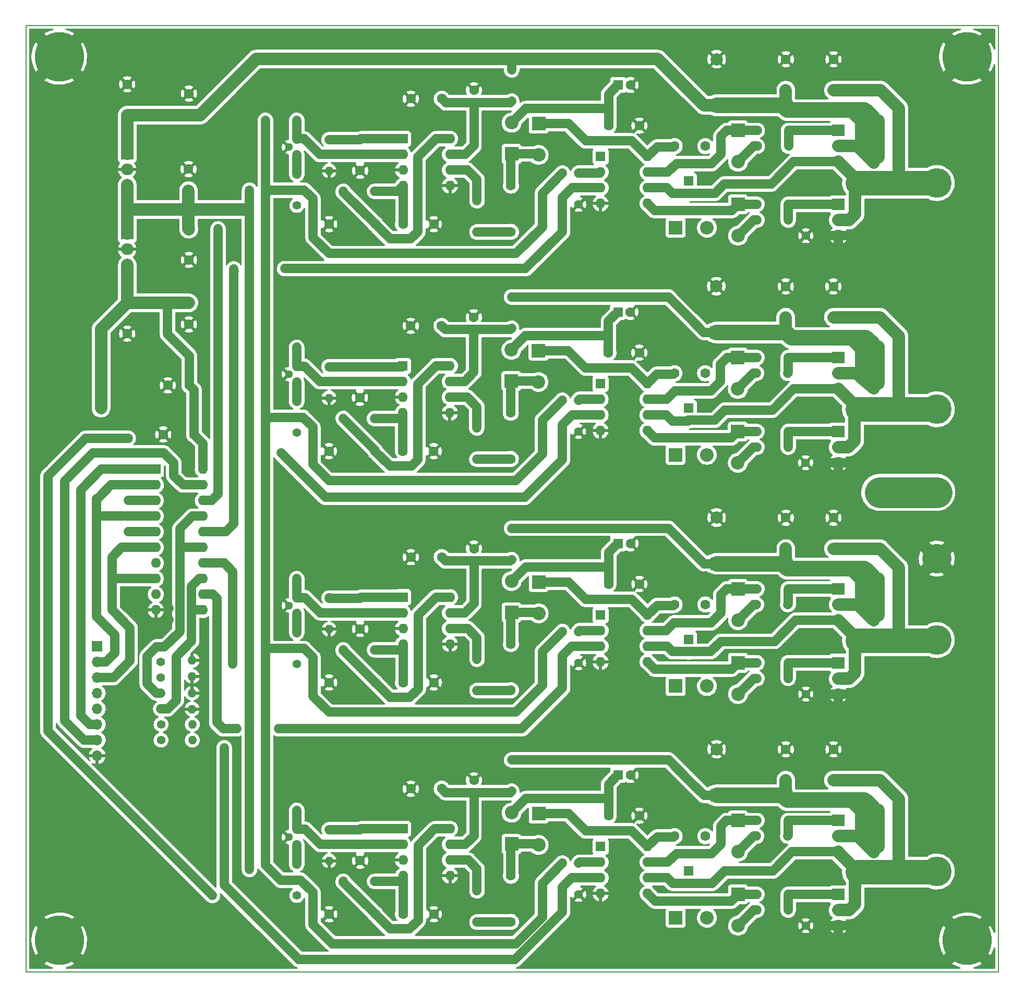
<source format=gbr>
G04 #@! TF.GenerationSoftware,KiCad,Pcbnew,(6.0.11)*
G04 #@! TF.CreationDate,2023-03-10T15:43:48+07:00*
G04 #@! TF.ProjectId,two-phase,74776f2d-7068-4617-9365-2e6b69636164,rev?*
G04 #@! TF.SameCoordinates,Original*
G04 #@! TF.FileFunction,Copper,L2,Bot*
G04 #@! TF.FilePolarity,Positive*
%FSLAX46Y46*%
G04 Gerber Fmt 4.6, Leading zero omitted, Abs format (unit mm)*
G04 Created by KiCad (PCBNEW (6.0.11)) date 2023-03-10 15:43:48*
%MOMM*%
%LPD*%
G01*
G04 APERTURE LIST*
G04 #@! TA.AperFunction,Profile*
%ADD10C,0.150000*%
G04 #@! TD*
G04 #@! TA.AperFunction,ComponentPad*
%ADD11R,2.000000X1.905000*%
G04 #@! TD*
G04 #@! TA.AperFunction,ComponentPad*
%ADD12O,2.000000X1.905000*%
G04 #@! TD*
G04 #@! TA.AperFunction,ComponentPad*
%ADD13C,1.600000*%
G04 #@! TD*
G04 #@! TA.AperFunction,ComponentPad*
%ADD14C,1.400000*%
G04 #@! TD*
G04 #@! TA.AperFunction,ComponentPad*
%ADD15O,1.400000X1.400000*%
G04 #@! TD*
G04 #@! TA.AperFunction,ComponentPad*
%ADD16C,4.800000*%
G04 #@! TD*
G04 #@! TA.AperFunction,ComponentPad*
%ADD17R,2.200000X2.200000*%
G04 #@! TD*
G04 #@! TA.AperFunction,ComponentPad*
%ADD18O,2.200000X2.200000*%
G04 #@! TD*
G04 #@! TA.AperFunction,ComponentPad*
%ADD19R,1.600000X1.600000*%
G04 #@! TD*
G04 #@! TA.AperFunction,ComponentPad*
%ADD20O,1.600000X1.600000*%
G04 #@! TD*
G04 #@! TA.AperFunction,ComponentPad*
%ADD21C,8.000000*%
G04 #@! TD*
G04 #@! TA.AperFunction,ComponentPad*
%ADD22R,2.000000X2.000000*%
G04 #@! TD*
G04 #@! TA.AperFunction,ComponentPad*
%ADD23C,2.000000*%
G04 #@! TD*
G04 #@! TA.AperFunction,ComponentPad*
%ADD24O,1.300000X1.300000*%
G04 #@! TD*
G04 #@! TA.AperFunction,ComponentPad*
%ADD25C,1.300000*%
G04 #@! TD*
G04 #@! TA.AperFunction,ComponentPad*
%ADD26R,1.700000X1.700000*%
G04 #@! TD*
G04 #@! TA.AperFunction,ComponentPad*
%ADD27O,1.700000X1.700000*%
G04 #@! TD*
G04 #@! TA.AperFunction,ViaPad*
%ADD28C,1.500000*%
G04 #@! TD*
G04 #@! TA.AperFunction,Conductor*
%ADD29C,1.500000*%
G04 #@! TD*
G04 #@! TA.AperFunction,Conductor*
%ADD30C,2.000000*%
G04 #@! TD*
G04 #@! TA.AperFunction,Conductor*
%ADD31C,2.500000*%
G04 #@! TD*
G04 #@! TA.AperFunction,Conductor*
%ADD32C,5.000000*%
G04 #@! TD*
G04 #@! TA.AperFunction,Conductor*
%ADD33C,4.000000*%
G04 #@! TD*
G04 APERTURE END LIST*
D10*
X14900000Y-171480000D02*
X172720000Y-171480000D01*
X172720000Y-171480000D02*
X172720000Y-17720000D01*
X172720000Y-17720000D02*
X14900000Y-17720000D01*
X14900000Y-17720000D02*
X14900000Y-171480000D01*
D11*
X146735000Y-83700000D03*
D12*
X146735000Y-86240000D03*
X146735000Y-88780000D03*
D13*
X138250000Y-102717677D03*
X138250000Y-97717677D03*
D14*
X133560000Y-161450000D03*
D15*
X138640000Y-161450000D03*
D16*
X162735000Y-104350000D03*
D13*
X109485000Y-108487677D03*
X114485000Y-108487677D03*
X145985000Y-102717677D03*
X145985000Y-97717677D03*
D17*
X120367930Y-125067677D03*
D18*
X125447930Y-125067677D03*
D14*
X58875000Y-121447677D03*
D15*
X58875000Y-116367677D03*
D14*
X101975000Y-83700000D03*
D15*
X101975000Y-78620000D03*
D13*
X93625000Y-51270000D03*
X93625000Y-43770000D03*
D17*
X120342930Y-87490000D03*
D18*
X125422930Y-87490000D03*
D17*
X93725000Y-38622183D03*
D18*
X93725000Y-33542183D03*
D13*
X81125000Y-50020000D03*
X76125000Y-50020000D03*
D19*
X76115000Y-110627677D03*
D20*
X76115000Y-113167677D03*
X76115000Y-115707677D03*
X76115000Y-118247677D03*
X83735000Y-118247677D03*
X83735000Y-115707677D03*
X83735000Y-113167677D03*
X83735000Y-110627677D03*
D21*
X20320000Y-166370000D03*
D14*
X133560000Y-46800000D03*
D15*
X138640000Y-46800000D03*
D13*
X82395000Y-104117677D03*
X77395000Y-104117677D03*
D14*
X58875000Y-145250000D03*
D15*
X53795000Y-145250000D03*
D19*
X122500000Y-117467677D03*
D13*
X122500000Y-119467677D03*
D16*
X162735000Y-93600000D03*
D13*
X145985000Y-140350000D03*
X145985000Y-135350000D03*
X31355000Y-62810000D03*
X31355000Y-67810000D03*
D14*
X102000000Y-46810000D03*
D15*
X102000000Y-41730000D03*
D13*
X69145000Y-41330000D03*
X69145000Y-36330000D03*
D14*
X104625000Y-46810000D03*
D15*
X104625000Y-41730000D03*
D16*
X162735000Y-117600000D03*
D14*
X88125000Y-163410000D03*
D15*
X88125000Y-158330000D03*
D13*
X81125000Y-162120000D03*
X76125000Y-162120000D03*
D14*
X138680000Y-37350000D03*
D15*
X133600000Y-37350000D03*
D17*
X98125000Y-145797818D03*
D18*
X98125000Y-150877818D03*
D13*
X109485000Y-146120000D03*
X114485000Y-146120000D03*
D14*
X66425000Y-156800000D03*
D15*
X71505000Y-156800000D03*
D14*
X141485000Y-39890000D03*
D15*
X141485000Y-34810000D03*
D13*
X31355000Y-32310000D03*
X31355000Y-27310000D03*
D19*
X87625000Y-142370000D03*
D13*
X87625000Y-140370000D03*
D14*
X93725000Y-61850000D03*
D15*
X93725000Y-66930000D03*
D14*
X36800000Y-121140000D03*
D15*
X41880000Y-120900000D03*
D19*
X76090000Y-73050000D03*
D20*
X76090000Y-75590000D03*
X76090000Y-78130000D03*
X76090000Y-80670000D03*
X83710000Y-80670000D03*
X83710000Y-78130000D03*
X83710000Y-75590000D03*
X83710000Y-73050000D03*
D14*
X138560000Y-149450000D03*
D15*
X133480000Y-149450000D03*
D13*
X109460000Y-70910000D03*
X114460000Y-70910000D03*
X145960000Y-65140000D03*
X145960000Y-60140000D03*
D14*
X104600000Y-83700000D03*
D15*
X104600000Y-78620000D03*
D22*
X127000000Y-142820708D03*
D23*
X127000000Y-135320708D03*
D17*
X98125000Y-33697818D03*
D18*
X98125000Y-38777818D03*
D14*
X102000000Y-158910000D03*
D15*
X102000000Y-153830000D03*
D11*
X31355000Y-51560000D03*
D12*
X31355000Y-54100000D03*
X31355000Y-56640000D03*
D17*
X130460000Y-71700000D03*
D18*
X130460000Y-76780000D03*
D17*
X98125000Y-108165495D03*
D18*
X98125000Y-113245495D03*
D19*
X108185000Y-151150000D03*
D20*
X108185000Y-153690000D03*
X108185000Y-156230000D03*
X108185000Y-158770000D03*
X115805000Y-158770000D03*
X115805000Y-156230000D03*
X115805000Y-153690000D03*
X115805000Y-151150000D03*
D13*
X69120000Y-78220000D03*
X69120000Y-73220000D03*
D21*
X167640000Y-166370000D03*
D17*
X130485000Y-146910000D03*
D18*
X130485000Y-151990000D03*
D14*
X104625000Y-158910000D03*
D15*
X104625000Y-153830000D03*
D13*
X71625000Y-50020000D03*
X64125000Y-50020000D03*
X71600000Y-86910000D03*
X64100000Y-86910000D03*
D14*
X93750000Y-99427677D03*
D15*
X93750000Y-104507677D03*
D13*
X82370000Y-66540000D03*
X77370000Y-66540000D03*
D14*
X58875000Y-46980000D03*
D15*
X58875000Y-41900000D03*
D17*
X130485000Y-109277677D03*
D18*
X130485000Y-114357677D03*
D19*
X108185000Y-113517677D03*
D20*
X108185000Y-116057677D03*
X108185000Y-118597677D03*
X108185000Y-121137677D03*
X115805000Y-121137677D03*
X115805000Y-118597677D03*
X115805000Y-116057677D03*
X115805000Y-113517677D03*
D14*
X36800000Y-123680000D03*
D15*
X41880000Y-123500000D03*
D14*
X36800000Y-128760000D03*
D15*
X41880000Y-128800000D03*
D11*
X146760000Y-34810000D03*
D12*
X146760000Y-37350000D03*
X146760000Y-39890000D03*
D13*
X69145000Y-115797677D03*
X69145000Y-110797677D03*
D17*
X98100000Y-70587818D03*
D18*
X98100000Y-75667818D03*
D14*
X36830000Y-131300000D03*
D15*
X41910000Y-131300000D03*
D19*
X87600000Y-67160000D03*
D13*
X87600000Y-65160000D03*
D14*
X58875000Y-159080000D03*
D15*
X58875000Y-154000000D03*
D14*
X141460000Y-76780000D03*
D15*
X141460000Y-71700000D03*
D19*
X87625000Y-30270000D03*
D13*
X87625000Y-28270000D03*
D14*
X133560000Y-71700000D03*
D15*
X138640000Y-71700000D03*
D17*
X130485000Y-158910000D03*
D18*
X130485000Y-163990000D03*
D19*
X122500000Y-43000000D03*
D13*
X122500000Y-45000000D03*
X42200000Y-84200000D03*
X37200000Y-84200000D03*
D14*
X88125000Y-125777677D03*
D15*
X88125000Y-120697677D03*
D14*
X133560000Y-123817677D03*
D15*
X138640000Y-123817677D03*
D19*
X76115000Y-148260000D03*
D20*
X76115000Y-150800000D03*
X76115000Y-153340000D03*
X76115000Y-155880000D03*
X83735000Y-155880000D03*
X83735000Y-153340000D03*
X83735000Y-150800000D03*
X83735000Y-148260000D03*
D13*
X109485000Y-34020000D03*
X114485000Y-34020000D03*
D14*
X64125000Y-36290000D03*
D15*
X64125000Y-41370000D03*
D13*
X93600000Y-88160000D03*
X93600000Y-80660000D03*
D11*
X146760000Y-146910000D03*
D12*
X146760000Y-149450000D03*
X146760000Y-151990000D03*
D16*
X162735000Y-43350000D03*
D14*
X58875000Y-33150000D03*
D15*
X53795000Y-33150000D03*
D13*
X120190112Y-37350000D03*
X125190112Y-37350000D03*
D14*
X141485000Y-163990000D03*
D15*
X141485000Y-158910000D03*
D14*
X133560000Y-146910000D03*
D15*
X138640000Y-146910000D03*
D13*
X93625000Y-163370000D03*
X93625000Y-155870000D03*
D17*
X93725000Y-150722183D03*
D18*
X93725000Y-145642183D03*
D17*
X130460000Y-83700000D03*
D18*
X130460000Y-88780000D03*
D14*
X88125000Y-51310000D03*
D15*
X88125000Y-46230000D03*
D14*
X138560000Y-111817677D03*
D15*
X133480000Y-111817677D03*
D14*
X88100000Y-88200000D03*
D15*
X88100000Y-83120000D03*
D24*
X58875000Y-38770000D03*
D25*
X57605000Y-37500000D03*
X58875000Y-36230000D03*
D13*
X120190112Y-149450000D03*
X125190112Y-149450000D03*
D17*
X93725000Y-113089860D03*
D18*
X93725000Y-108009860D03*
D19*
X76115000Y-36160000D03*
D20*
X76115000Y-38700000D03*
X76115000Y-41240000D03*
X76115000Y-43780000D03*
X83735000Y-43780000D03*
X83735000Y-41240000D03*
X83735000Y-38700000D03*
X83735000Y-36160000D03*
D19*
X111029888Y-27410000D03*
D13*
X113029888Y-27410000D03*
D14*
X66400000Y-81590000D03*
D15*
X71480000Y-81590000D03*
D14*
X64125000Y-148390000D03*
D15*
X64125000Y-153470000D03*
D19*
X122500000Y-155100000D03*
D13*
X122500000Y-157100000D03*
D14*
X133560000Y-121277677D03*
D15*
X138640000Y-121277677D03*
D14*
X133560000Y-49340000D03*
D15*
X138640000Y-49340000D03*
D14*
X133560000Y-109277677D03*
D15*
X138640000Y-109277677D03*
D13*
X82395000Y-141750000D03*
X77395000Y-141750000D03*
D14*
X36800000Y-126220000D03*
D15*
X41880000Y-126220000D03*
D14*
X133560000Y-86240000D03*
D15*
X138640000Y-86240000D03*
D13*
X41355000Y-50840000D03*
X41355000Y-55840000D03*
D21*
X167640000Y-22860000D03*
D11*
X146760000Y-46810000D03*
D12*
X146760000Y-49350000D03*
X146760000Y-51890000D03*
D14*
X93750000Y-137060000D03*
D15*
X93750000Y-142140000D03*
D13*
X120165112Y-74240000D03*
X125165112Y-74240000D03*
D16*
X162735000Y-155200000D03*
D13*
X71625000Y-124487677D03*
X64125000Y-124487677D03*
X41300000Y-44577000D03*
X41300000Y-41077000D03*
D19*
X122475000Y-79890000D03*
D13*
X122475000Y-81890000D03*
D17*
X130485000Y-46810000D03*
D18*
X130485000Y-51890000D03*
D13*
X138250000Y-140350000D03*
X138250000Y-135350000D03*
D19*
X111004888Y-64300000D03*
D13*
X113004888Y-64300000D03*
D17*
X120367930Y-162700000D03*
D18*
X125447930Y-162700000D03*
D14*
X93750000Y-24960000D03*
D15*
X93750000Y-30040000D03*
D17*
X130485000Y-121277677D03*
D18*
X130485000Y-126357677D03*
D17*
X120367930Y-50600000D03*
D18*
X125447930Y-50600000D03*
D13*
X69145000Y-153430000D03*
X69145000Y-148430000D03*
D25*
X58875000Y-150870000D03*
X57605000Y-149600000D03*
X58875000Y-148330000D03*
D21*
X20320000Y-22860000D03*
D11*
X146760000Y-158910000D03*
D12*
X146760000Y-161450000D03*
X146760000Y-163990000D03*
D13*
X82395000Y-29650000D03*
X77395000Y-29650000D03*
X138225000Y-65140000D03*
X138225000Y-60140000D03*
D11*
X146760000Y-109277677D03*
D12*
X146760000Y-111817677D03*
X146760000Y-114357677D03*
D14*
X141485000Y-114357677D03*
D15*
X141485000Y-109277677D03*
D11*
X31355000Y-38560000D03*
D12*
X31355000Y-41100000D03*
X31355000Y-43640000D03*
D13*
X138250000Y-28250000D03*
X138250000Y-23250000D03*
D19*
X108185000Y-39050000D03*
D20*
X108185000Y-41590000D03*
X108185000Y-44130000D03*
X108185000Y-46670000D03*
X115805000Y-46670000D03*
X115805000Y-44130000D03*
X115805000Y-41590000D03*
X115805000Y-39050000D03*
D14*
X58850000Y-83870000D03*
D15*
X58850000Y-78790000D03*
D14*
X141485000Y-151990000D03*
D15*
X141485000Y-146910000D03*
D13*
X71625000Y-162120000D03*
X64125000Y-162120000D03*
D11*
X146760000Y-121277677D03*
D12*
X146760000Y-123817677D03*
X146760000Y-126357677D03*
D14*
X141485000Y-126357677D03*
D15*
X141485000Y-121277677D03*
D14*
X138560000Y-74240000D03*
D15*
X133480000Y-74240000D03*
D14*
X64100000Y-73180000D03*
D15*
X64100000Y-78260000D03*
D11*
X146735000Y-71700000D03*
D12*
X146735000Y-74240000D03*
X146735000Y-76780000D03*
D14*
X66425000Y-44700000D03*
D15*
X71505000Y-44700000D03*
D14*
X102000000Y-121277677D03*
D15*
X102000000Y-116197677D03*
D19*
X108160000Y-75940000D03*
D20*
X108160000Y-78480000D03*
X108160000Y-81020000D03*
X108160000Y-83560000D03*
X115780000Y-83560000D03*
X115780000Y-81020000D03*
X115780000Y-78480000D03*
X115780000Y-75940000D03*
D17*
X93700000Y-75512183D03*
D18*
X93700000Y-70432183D03*
D14*
X104625000Y-121277677D03*
D15*
X104625000Y-116197677D03*
D25*
X58850000Y-75660000D03*
X57580000Y-74390000D03*
X58850000Y-73120000D03*
D13*
X93625000Y-125737677D03*
X93625000Y-118237677D03*
D19*
X87625000Y-104737677D03*
D13*
X87625000Y-102737677D03*
D19*
X36000000Y-89850000D03*
D20*
X36000000Y-92390000D03*
X36000000Y-94930000D03*
X36000000Y-97470000D03*
X36000000Y-100010000D03*
X36000000Y-102550000D03*
X36000000Y-105090000D03*
X36000000Y-107630000D03*
X36000000Y-110170000D03*
X36000000Y-112710000D03*
X43620000Y-112710000D03*
X43620000Y-110170000D03*
X43620000Y-107630000D03*
X43620000Y-105090000D03*
X43620000Y-102550000D03*
X43620000Y-100010000D03*
X43620000Y-97470000D03*
X43620000Y-94930000D03*
X43620000Y-92390000D03*
X43620000Y-89850000D03*
D13*
X41355000Y-32310000D03*
X41355000Y-28810000D03*
D22*
X127000000Y-105188385D03*
D23*
X127000000Y-97688385D03*
D14*
X133560000Y-158910000D03*
D15*
X138640000Y-158910000D03*
D13*
X41450000Y-76200000D03*
X37950000Y-76200000D03*
D14*
X64125000Y-110757677D03*
D15*
X64125000Y-115837677D03*
D16*
X162735000Y-80100000D03*
D14*
X58875000Y-107617677D03*
D15*
X53795000Y-107617677D03*
D14*
X141460000Y-88780000D03*
D15*
X141460000Y-83700000D03*
D13*
X41355000Y-62810000D03*
X41355000Y-66310000D03*
X81100000Y-86910000D03*
X76100000Y-86910000D03*
D22*
X126975000Y-67610708D03*
D23*
X126975000Y-60110708D03*
D14*
X133560000Y-83700000D03*
D15*
X138640000Y-83700000D03*
D14*
X58850000Y-70040000D03*
D15*
X53770000Y-70040000D03*
D14*
X36830000Y-133840000D03*
D15*
X41910000Y-133840000D03*
D13*
X145985000Y-28250000D03*
X145985000Y-23250000D03*
D14*
X66425000Y-119167677D03*
D15*
X71505000Y-119167677D03*
D26*
X26485000Y-118600000D03*
D27*
X26485000Y-121140000D03*
X26485000Y-123680000D03*
X26485000Y-126220000D03*
X26485000Y-128760000D03*
X26485000Y-131300000D03*
X26485000Y-133840000D03*
X26485000Y-136380000D03*
D14*
X133600000Y-34810000D03*
D15*
X138680000Y-34810000D03*
D22*
X127000000Y-30720708D03*
D23*
X127000000Y-23220708D03*
D19*
X111029888Y-101877677D03*
D13*
X113029888Y-101877677D03*
D14*
X141485000Y-51890000D03*
D15*
X141485000Y-46810000D03*
D17*
X130485000Y-34810000D03*
D18*
X130485000Y-39890000D03*
D13*
X120190112Y-111817677D03*
X125190112Y-111817677D03*
D19*
X111029888Y-139510000D03*
D13*
X113029888Y-139510000D03*
D25*
X58875000Y-113237677D03*
X57605000Y-111967677D03*
X58875000Y-110697677D03*
D13*
X81125000Y-124487677D03*
X76125000Y-124487677D03*
D28*
X149475000Y-118950000D03*
X149475000Y-118150000D03*
X149475000Y-117350000D03*
X149025000Y-116675000D03*
X149475000Y-81325000D03*
X149475000Y-80525000D03*
X149475000Y-79725000D03*
X149025000Y-79050000D03*
X149500000Y-44425000D03*
X149500000Y-43625000D03*
X149500000Y-42825000D03*
X149050000Y-42150000D03*
X149475000Y-156600000D03*
X152500000Y-112900000D03*
X152500000Y-40000000D03*
X152500000Y-35500000D03*
X152500000Y-144500000D03*
X152500000Y-109900000D03*
X152500000Y-38500000D03*
X153300000Y-113600000D03*
X153300000Y-75900000D03*
X153300000Y-33200000D03*
X152500000Y-37000000D03*
X152500000Y-92500000D03*
X152500000Y-114400000D03*
X153300000Y-72900000D03*
X152500000Y-93600000D03*
X153300000Y-109100000D03*
X153300000Y-110600000D03*
X153300000Y-71400000D03*
X152500000Y-94600000D03*
X152500000Y-70700000D03*
X153300000Y-151200000D03*
X152500000Y-108400000D03*
X154500000Y-94600000D03*
X153300000Y-36200000D03*
X152500000Y-106900000D03*
X152500000Y-69200000D03*
X152500000Y-34000000D03*
X152500000Y-146000000D03*
X152500000Y-72200000D03*
X152500000Y-152000000D03*
X154500000Y-93600000D03*
X153300000Y-34700000D03*
X152500000Y-150500000D03*
X153300000Y-145200000D03*
X153500000Y-93600000D03*
X154500000Y-92500000D03*
X153300000Y-37700000D03*
X152500000Y-147500000D03*
X153300000Y-69900000D03*
X153300000Y-112100000D03*
X152500000Y-76700000D03*
X152500000Y-73700000D03*
X152500000Y-32500000D03*
X153300000Y-148200000D03*
X153300000Y-146700000D03*
X153300000Y-149700000D03*
X153300000Y-107600000D03*
X152500000Y-75200000D03*
X152500000Y-111400000D03*
X153300000Y-39200000D03*
X152500000Y-149000000D03*
X153300000Y-74400000D03*
X86360000Y-20320000D03*
X113030000Y-157480000D03*
X17780000Y-83820000D03*
X88265000Y-48895000D03*
X101600000Y-149860000D03*
X17780000Y-73660000D03*
X101600000Y-38100000D03*
X37465000Y-59055000D03*
X115570000Y-168910000D03*
X38100000Y-112395000D03*
X121285000Y-67945000D03*
X30480000Y-72390000D03*
X66040000Y-137160000D03*
X160020000Y-109220000D03*
X113030000Y-45720000D03*
X146050000Y-91440000D03*
X113030000Y-82550000D03*
X85725000Y-125730000D03*
X111760000Y-20320000D03*
X170180000Y-134620000D03*
X55880000Y-134620000D03*
X48260000Y-39370000D03*
X55880000Y-161925000D03*
X120650000Y-168910000D03*
X146050000Y-166370000D03*
X17780000Y-48260000D03*
X55880000Y-116840000D03*
X85725000Y-88265000D03*
X113030000Y-114300000D03*
X148590000Y-54610000D03*
X106680000Y-20320000D03*
X148590000Y-166370000D03*
X88265000Y-123190000D03*
X121285000Y-142875000D03*
X62230000Y-31750000D03*
X113030000Y-154940000D03*
X96520000Y-102235000D03*
X151130000Y-168910000D03*
X170180000Y-68580000D03*
X170180000Y-83820000D03*
X73660000Y-31750000D03*
X60960000Y-20320000D03*
X156210000Y-168910000D03*
X71120000Y-20320000D03*
X170180000Y-58420000D03*
X96520000Y-27305000D03*
X106680000Y-64770000D03*
X170180000Y-43180000D03*
X102870000Y-55880000D03*
X106680000Y-27305000D03*
X146050000Y-168910000D03*
X43815000Y-74930000D03*
X117475000Y-102235000D03*
X34925000Y-59055000D03*
X170180000Y-88900000D03*
X30480000Y-20320000D03*
X140970000Y-168910000D03*
X55880000Y-93980000D03*
X143510000Y-54610000D03*
X73660000Y-137160000D03*
X55880000Y-137160000D03*
X17780000Y-160020000D03*
X133985000Y-114935000D03*
X147320000Y-20320000D03*
X110490000Y-93980000D03*
X106680000Y-132080000D03*
X100330000Y-168910000D03*
X55880000Y-139700000D03*
X48260000Y-36830000D03*
X30480000Y-76200000D03*
X67310000Y-162560000D03*
X106680000Y-140335000D03*
X69850000Y-99060000D03*
X55880000Y-90170000D03*
X170180000Y-129540000D03*
X43815000Y-66040000D03*
X17780000Y-63500000D03*
X160020000Y-111760000D03*
X17780000Y-58420000D03*
X55880000Y-97790000D03*
X17780000Y-43180000D03*
X142240000Y-20320000D03*
X117475000Y-139700000D03*
X146050000Y-57150000D03*
X34925000Y-36195000D03*
X110490000Y-132080000D03*
X148590000Y-91440000D03*
X113030000Y-119380000D03*
X170180000Y-53340000D03*
X170180000Y-63500000D03*
X113030000Y-152400000D03*
X143510000Y-91440000D03*
X102870000Y-93980000D03*
X116840000Y-20320000D03*
X170180000Y-139700000D03*
X52070000Y-168910000D03*
X88265000Y-85725000D03*
X110490000Y-55880000D03*
X96520000Y-20320000D03*
X56515000Y-153035000D03*
X137160000Y-20320000D03*
X44450000Y-152400000D03*
X121920000Y-20320000D03*
X170180000Y-119380000D03*
X170180000Y-73660000D03*
X40640000Y-20320000D03*
X55880000Y-113665000D03*
X37465000Y-36195000D03*
X113030000Y-80010000D03*
X17780000Y-88900000D03*
X34290000Y-72390000D03*
X83820000Y-33020000D03*
X35560000Y-20320000D03*
X81280000Y-20320000D03*
X121285000Y-105410000D03*
X113030000Y-40640000D03*
X170180000Y-114300000D03*
X17780000Y-33020000D03*
X73660000Y-27305000D03*
X37640000Y-41100000D03*
X81280000Y-114300000D03*
X110490000Y-168910000D03*
X66040000Y-99060000D03*
X162470000Y-99150000D03*
X132080000Y-20320000D03*
X113030000Y-43180000D03*
X135890000Y-73025000D03*
X17780000Y-149860000D03*
X17780000Y-144780000D03*
X106680000Y-93980000D03*
X26670000Y-168910000D03*
X130810000Y-168910000D03*
X165100000Y-111760000D03*
X170180000Y-38100000D03*
X170180000Y-99060000D03*
X17780000Y-134620000D03*
X121285000Y-31750000D03*
X170180000Y-78740000D03*
X34290000Y-84074000D03*
X66040000Y-20320000D03*
X44450000Y-154940000D03*
X76200000Y-20320000D03*
X17780000Y-78740000D03*
X35100000Y-41100000D03*
X117475000Y-64770000D03*
X25400000Y-20320000D03*
X143510000Y-166370000D03*
X67310000Y-125095000D03*
X31750000Y-168910000D03*
X113030000Y-116840000D03*
X17780000Y-68580000D03*
X67310000Y-50800000D03*
X170180000Y-160020000D03*
X146050000Y-129540000D03*
X101600000Y-74930000D03*
X45720000Y-20320000D03*
X76200000Y-69850000D03*
X62230000Y-99060000D03*
X133985000Y-40640000D03*
X17780000Y-38100000D03*
X162560000Y-20320000D03*
X170180000Y-104140000D03*
X69850000Y-27305000D03*
X49149000Y-134112000D03*
X17780000Y-154940000D03*
X73660000Y-62230000D03*
X148590000Y-57150000D03*
X37340000Y-54100000D03*
X125730000Y-168910000D03*
X93345000Y-85725000D03*
X135890000Y-148590000D03*
X165100000Y-109220000D03*
X56515000Y-47625000D03*
X17780000Y-53340000D03*
X69850000Y-137160000D03*
X161290000Y-168910000D03*
X148590000Y-93980000D03*
X143510000Y-129540000D03*
X41910000Y-168910000D03*
X117475000Y-27940000D03*
X146050000Y-132080000D03*
X148590000Y-129540000D03*
X170180000Y-93980000D03*
X38100000Y-143510000D03*
X46990000Y-168910000D03*
X81280000Y-40640000D03*
X170180000Y-154940000D03*
X38100000Y-139700000D03*
X49276000Y-156210000D03*
X127000000Y-20320000D03*
X50800000Y-20320000D03*
X69850000Y-62230000D03*
X170180000Y-48260000D03*
X133985000Y-77470000D03*
X17780000Y-139700000D03*
X66040000Y-27305000D03*
X62230000Y-62230000D03*
X66040000Y-31750000D03*
X159930000Y-99150000D03*
X76200000Y-144780000D03*
X69850000Y-31750000D03*
X113030000Y-77470000D03*
X170180000Y-33020000D03*
X17780000Y-27940000D03*
X101600000Y-20320000D03*
X102870000Y-132080000D03*
X165010000Y-99150000D03*
X62230000Y-27305000D03*
X105410000Y-168910000D03*
X34110000Y-112710000D03*
X152400000Y-20320000D03*
X85725000Y-163195000D03*
X33900000Y-110245000D03*
X56515000Y-53975000D03*
X55880000Y-102235000D03*
X83820000Y-144780000D03*
X170180000Y-109220000D03*
X101600000Y-112395000D03*
X81280000Y-77470000D03*
X170180000Y-144780000D03*
X148590000Y-132080000D03*
X106680000Y-55880000D03*
X135890000Y-110490000D03*
X34290000Y-139700000D03*
X143510000Y-93980000D03*
X88265000Y-160655000D03*
X135890000Y-36195000D03*
X146050000Y-54610000D03*
X157480000Y-20320000D03*
X93345000Y-123190000D03*
X106680000Y-102235000D03*
X43815000Y-67945000D03*
X146050000Y-93980000D03*
X73660000Y-99060000D03*
X85725000Y-51435000D03*
X83820000Y-69850000D03*
X55880000Y-20320000D03*
X93345000Y-48895000D03*
X34800000Y-54100000D03*
X130175000Y-26670000D03*
X133985000Y-152400000D03*
X96520000Y-140335000D03*
X93980000Y-160655000D03*
X127000000Y-26670000D03*
X83820000Y-107315000D03*
X76200000Y-107315000D03*
X67310000Y-87630000D03*
X143510000Y-132080000D03*
X62230000Y-137160000D03*
X38100000Y-114300000D03*
X66040000Y-62230000D03*
X162560000Y-109220000D03*
X34290000Y-76200000D03*
X170180000Y-27940000D03*
X81280000Y-152400000D03*
X170180000Y-149860000D03*
X91440000Y-20320000D03*
X36830000Y-168910000D03*
X162560000Y-111760000D03*
X143510000Y-57150000D03*
X135890000Y-168910000D03*
X170180000Y-124460000D03*
X96520000Y-64770000D03*
X51200000Y-118900000D03*
X51200000Y-154850000D03*
X51200000Y-81400000D03*
X51200000Y-44500000D03*
X27100000Y-78500000D03*
X27100000Y-79900000D03*
X53795000Y-62805000D03*
X149025000Y-154325000D03*
X149475000Y-155000000D03*
X149475000Y-155800000D03*
X46100000Y-50800000D03*
X48650000Y-57300000D03*
X56900000Y-57250000D03*
X48452323Y-121447677D03*
X49100000Y-132000000D03*
X55900000Y-132000000D03*
X31500000Y-94930000D03*
X45180000Y-159080000D03*
X31500000Y-84800000D03*
X47100000Y-135100000D03*
X31500000Y-100010000D03*
X56300000Y-87200000D03*
D29*
X53795000Y-33150000D02*
X53795000Y-44500000D01*
D30*
X149000000Y-143900000D02*
X149000000Y-143600000D01*
X151100000Y-146000000D02*
X149000000Y-143900000D01*
X152500000Y-146000000D02*
X151100000Y-146000000D01*
X149000000Y-106325000D02*
X149000000Y-106000000D01*
X150725000Y-108050000D02*
X149000000Y-106325000D01*
X149000000Y-31825000D02*
X149000000Y-31500000D01*
X152500000Y-34000000D02*
X151175000Y-34000000D01*
X151175000Y-34000000D02*
X149000000Y-31825000D01*
X148700000Y-68500000D02*
X144500000Y-68500000D01*
X151200000Y-71000000D02*
X148700000Y-68500000D01*
X152500000Y-71000000D02*
X151200000Y-71000000D01*
X150250000Y-69500000D02*
X152500000Y-69500000D01*
X150100000Y-69650000D02*
X150250000Y-69500000D01*
X150240000Y-74740000D02*
X150100000Y-74600000D01*
X150520000Y-74600000D02*
X150520000Y-69650000D01*
X152500000Y-76700000D02*
X150240000Y-74740000D01*
X150300000Y-149200000D02*
X150300000Y-149800000D01*
D31*
X149000000Y-31500000D02*
X138500000Y-31500000D01*
D30*
X151250000Y-31750000D02*
X151250000Y-32000000D01*
X138250000Y-105159093D02*
X138279292Y-105188385D01*
X153300000Y-33200000D02*
X153300000Y-39200000D01*
X146760000Y-37350000D02*
X151350000Y-37350000D01*
X152500000Y-32500000D02*
X152500000Y-40000000D01*
X152500000Y-69500000D02*
X152250000Y-69500000D01*
D31*
X138279292Y-30720708D02*
X127000000Y-30720708D01*
D30*
X93750000Y-23550000D02*
X94100000Y-23200000D01*
X138225000Y-65140000D02*
X138225000Y-67581416D01*
D31*
X151000000Y-106000000D02*
X149000000Y-106000000D01*
D30*
X150520000Y-107250000D02*
X150520000Y-111500000D01*
D31*
X138500000Y-105967677D02*
X138250000Y-105717677D01*
D30*
X151500000Y-106000000D02*
X152500000Y-107000000D01*
X151100000Y-150600000D02*
X152500000Y-150600000D01*
X149917677Y-111817677D02*
X152500000Y-114400000D01*
D29*
X119212677Y-137060000D02*
X122735000Y-140582323D01*
D30*
X151250000Y-68250000D02*
X152500000Y-69200000D01*
D29*
X93750000Y-24960000D02*
X93750000Y-23550000D01*
D30*
X31355000Y-38560000D02*
X31355000Y-32310000D01*
X153300000Y-107600000D02*
X153300000Y-113600000D01*
X151250000Y-32000000D02*
X150500000Y-32750000D01*
X138250000Y-140350000D02*
X138250000Y-142791416D01*
X94100000Y-23200000D02*
X117452677Y-23200000D01*
X138250000Y-30691416D02*
X138279292Y-30720708D01*
D31*
X151000000Y-143600000D02*
X149000000Y-143600000D01*
D30*
X150270000Y-37770000D02*
X150270000Y-37100000D01*
D31*
X138279292Y-105188385D02*
X127000000Y-105188385D01*
D29*
X119187677Y-61850000D02*
X119227677Y-61890000D01*
D31*
X139143584Y-68500000D02*
X144500000Y-68500000D01*
D30*
X151250000Y-106250000D02*
X151250000Y-106500000D01*
D29*
X124970708Y-105188385D02*
X127000000Y-105188385D01*
D30*
X152500000Y-107000000D02*
X152500000Y-114400000D01*
X31355000Y-32310000D02*
X41355000Y-32310000D01*
X138250000Y-105717677D02*
X138250000Y-102717677D01*
X146760000Y-111817677D02*
X149917677Y-111817677D01*
D32*
X156500000Y-93600000D02*
X155500000Y-93600000D01*
D30*
X152500000Y-76700000D02*
X152500000Y-69500000D01*
D31*
X138500000Y-31500000D02*
X138250000Y-31250000D01*
D30*
X149950000Y-149450000D02*
X151100000Y-150600000D01*
X151350000Y-37350000D02*
X152500000Y-38500000D01*
X146735000Y-74240000D02*
X150240000Y-74240000D01*
X151250000Y-144100000D02*
X150500000Y-144850000D01*
X150500000Y-32750000D02*
X150750000Y-32500000D01*
X150300000Y-149800000D02*
X152500000Y-152000000D01*
D31*
X151250000Y-31750000D02*
X151000000Y-31500000D01*
D30*
X52300000Y-23200000D02*
X43190000Y-32310000D01*
D29*
X122735000Y-140585000D02*
X124970708Y-142820708D01*
X124945708Y-67610708D02*
X126975000Y-67610708D01*
D30*
X150240000Y-74240000D02*
X152260000Y-74240000D01*
D31*
X149000000Y-143600000D02*
X138500000Y-143600000D01*
D30*
X138250000Y-31250000D02*
X138250000Y-28250000D01*
X153300000Y-69900000D02*
X153300000Y-75900000D01*
D29*
X119227677Y-61890000D02*
X122710000Y-65372323D01*
D30*
X124970708Y-30720708D02*
X127000000Y-30720708D01*
X152260000Y-74240000D02*
X152500000Y-74000000D01*
D31*
X151250000Y-143850000D02*
X151000000Y-143600000D01*
D30*
X152500000Y-32500000D02*
X151500000Y-31500000D01*
X138225000Y-67581416D02*
X138254292Y-67610708D01*
X152500000Y-75500000D02*
X151200000Y-75500000D01*
D29*
X122735000Y-102952677D02*
X124970708Y-105188385D01*
D30*
X152500000Y-144600000D02*
X151500000Y-143600000D01*
D29*
X93725000Y-61850000D02*
X119187677Y-61850000D01*
D30*
X153300000Y-145200000D02*
X153300000Y-151200000D01*
D31*
X138254292Y-67610708D02*
X139143584Y-68500000D01*
D32*
X155500000Y-93600000D02*
X154500000Y-93600000D01*
X162735000Y-93600000D02*
X156500000Y-93600000D01*
D30*
X146760000Y-149450000D02*
X149950000Y-149450000D01*
X150500000Y-37000000D02*
X152500000Y-37000000D01*
X151250000Y-106500000D02*
X150500000Y-107250000D01*
D31*
X138500000Y-143600000D02*
X138250000Y-143350000D01*
D30*
X43190000Y-32310000D02*
X41355000Y-32310000D01*
X150520000Y-144850000D02*
X150520000Y-149100000D01*
X150750000Y-32500000D02*
X152500000Y-32500000D01*
X94100000Y-23200000D02*
X52300000Y-23200000D01*
D29*
X93750000Y-99427677D02*
X119212677Y-99427677D01*
D30*
X122735000Y-28482323D02*
X122735000Y-28485000D01*
D29*
X119212677Y-99427677D02*
X122735000Y-102950000D01*
D30*
X150520000Y-32750000D02*
X150520000Y-37000000D01*
D31*
X151000000Y-31500000D02*
X149000000Y-31500000D01*
D32*
X154500000Y-93600000D02*
X153500000Y-93600000D01*
D30*
X152500000Y-40000000D02*
X150270000Y-37770000D01*
X138250000Y-142791416D02*
X138279292Y-142820708D01*
X150500000Y-149100000D02*
X152500000Y-149100000D01*
D31*
X149000000Y-106000000D02*
X138500000Y-106000000D01*
D30*
X138250000Y-143350000D02*
X138250000Y-140350000D01*
D31*
X144500000Y-68500000D02*
X151250000Y-68500000D01*
X138254292Y-67610708D02*
X126975000Y-67610708D01*
X151250000Y-68500000D02*
X151500000Y-68750000D01*
D30*
X150500000Y-111500000D02*
X152500000Y-111500000D01*
D29*
X122710000Y-65375000D02*
X124945708Y-67610708D01*
D30*
X152500000Y-152000000D02*
X152500000Y-144600000D01*
X151250000Y-143850000D02*
X151250000Y-144100000D01*
D29*
X124970708Y-142820708D02*
X127000000Y-142820708D01*
D30*
X152550000Y-35500000D02*
X150550000Y-35500000D01*
D31*
X138279292Y-142820708D02*
X127000000Y-142820708D01*
D30*
X122735000Y-28485000D02*
X124970708Y-30720708D01*
D29*
X93750000Y-137060000D02*
X119212677Y-137060000D01*
D30*
X117452677Y-23200000D02*
X122735000Y-28482323D01*
X138250000Y-28250000D02*
X138250000Y-30691416D01*
X138250000Y-102717677D02*
X138250000Y-105159093D01*
D31*
X151250000Y-106250000D02*
X151000000Y-106000000D01*
D29*
X109485000Y-141004888D02*
X110979888Y-139510000D01*
X109485000Y-108487677D02*
X109485000Y-103372565D01*
X93725000Y-33542183D02*
X96017184Y-31250000D01*
X109485000Y-28904888D02*
X110979888Y-27410000D01*
D30*
X41300000Y-44577000D02*
X41300000Y-47650000D01*
D29*
X96017184Y-105717677D02*
X109485000Y-105717677D01*
D30*
X41300000Y-47650000D02*
X50900000Y-47650000D01*
D29*
X93700000Y-70432183D02*
X95992184Y-68140000D01*
D30*
X31355000Y-47385000D02*
X31355000Y-51560000D01*
D29*
X109485000Y-143350000D02*
X109485000Y-146120000D01*
X51200000Y-118900000D02*
X51200000Y-44500000D01*
X95992184Y-68140000D02*
X109460000Y-68140000D01*
D30*
X41300000Y-47650000D02*
X41300000Y-50785000D01*
X41300000Y-50785000D02*
X41355000Y-50840000D01*
D29*
X109460000Y-68140000D02*
X109460000Y-70910000D01*
X109485000Y-31250000D02*
X109485000Y-34020000D01*
D30*
X31355000Y-43640000D02*
X31355000Y-47385000D01*
D29*
X31355000Y-47385000D02*
X31620000Y-47650000D01*
X96017184Y-31250000D02*
X109485000Y-31250000D01*
X109485000Y-103372565D02*
X110979888Y-101877677D01*
X109460000Y-70910000D02*
X109460000Y-65794888D01*
X109485000Y-146120000D02*
X109485000Y-141004888D01*
X109460000Y-65794888D02*
X110954888Y-64300000D01*
X93725000Y-145642183D02*
X96017184Y-143350000D01*
X96017184Y-143350000D02*
X109485000Y-143350000D01*
X109485000Y-34020000D02*
X109485000Y-28904888D01*
X109485000Y-105717677D02*
X109485000Y-108487677D01*
X93725000Y-108009860D02*
X96017184Y-105717677D01*
X51200000Y-154850000D02*
X51200000Y-118900000D01*
D30*
X31620000Y-47650000D02*
X41300000Y-47650000D01*
D29*
X94450000Y-54800000D02*
X98750000Y-50500000D01*
X53770000Y-70040000D02*
X53795000Y-70015000D01*
X64600000Y-166900000D02*
X94450000Y-166900000D01*
X53795000Y-145250000D02*
X53795000Y-107617677D01*
X59500000Y-156600000D02*
X61500000Y-158600000D01*
X98725000Y-87390000D02*
X94415000Y-91700000D01*
X60100000Y-44500000D02*
X61500000Y-45900000D01*
X37900000Y-62810000D02*
X37900000Y-67900000D01*
X53770000Y-70040000D02*
X53770000Y-107592677D01*
X61475000Y-89075000D02*
X61475000Y-82975000D01*
X98750000Y-44980000D02*
X102000000Y-41730000D01*
X64100000Y-54800000D02*
X94450000Y-54800000D01*
X41450000Y-71450000D02*
X41450000Y-76200000D01*
X64100000Y-91700000D02*
X61475000Y-89075000D01*
X53795000Y-44500000D02*
X60100000Y-44500000D01*
X42200000Y-76950000D02*
X41450000Y-76200000D01*
X53795000Y-118967677D02*
X60067677Y-118967677D01*
D30*
X31355000Y-62810000D02*
X41355000Y-62810000D01*
X27100000Y-67065000D02*
X27100000Y-79900000D01*
D29*
X98750000Y-162600000D02*
X98750000Y-157080000D01*
X53795000Y-145250000D02*
X53795000Y-154145000D01*
X98725000Y-81870000D02*
X98725000Y-87390000D01*
X94450000Y-166900000D02*
X98750000Y-162600000D01*
X53795000Y-154145000D02*
X56250000Y-156600000D01*
X43620000Y-89850000D02*
X43620000Y-85620000D01*
X53770000Y-107592677D02*
X53795000Y-107617677D01*
X94417677Y-129300000D02*
X98750000Y-124967677D01*
X56250000Y-156600000D02*
X59500000Y-156600000D01*
X61500000Y-120400000D02*
X61500000Y-126700000D01*
X98750000Y-124967677D02*
X98750000Y-119447677D01*
X61500000Y-45900000D02*
X61500000Y-52200000D01*
X53795000Y-107617677D02*
X53795000Y-118967677D01*
X61500000Y-158600000D02*
X61500000Y-163800000D01*
X61500000Y-163800000D02*
X64600000Y-166900000D01*
X61500000Y-126700000D02*
X64100000Y-129300000D01*
X64100000Y-129300000D02*
X94417677Y-129300000D01*
X60067677Y-118967677D02*
X61500000Y-120400000D01*
X43620000Y-85620000D02*
X42200000Y-84200000D01*
D30*
X31355000Y-62810000D02*
X27100000Y-67065000D01*
X31355000Y-56640000D02*
X31355000Y-62810000D01*
D29*
X98750000Y-157080000D02*
X102000000Y-153830000D01*
X37900000Y-67900000D02*
X41450000Y-71450000D01*
X53795000Y-62805000D02*
X53795000Y-33150000D01*
X53770000Y-81400000D02*
X53770000Y-70040000D01*
X41355000Y-62810000D02*
X37900000Y-62810000D01*
X101975000Y-78620000D02*
X98725000Y-81870000D01*
X53795000Y-70015000D02*
X53795000Y-62805000D01*
X61500000Y-52200000D02*
X64100000Y-54800000D01*
X98750000Y-50500000D02*
X98750000Y-44980000D01*
X42200000Y-84200000D02*
X42200000Y-76950000D01*
X59900000Y-81400000D02*
X53770000Y-81400000D01*
X94415000Y-91700000D02*
X64100000Y-91700000D01*
X98750000Y-119447677D02*
X102000000Y-116197677D01*
X61475000Y-82975000D02*
X59900000Y-81400000D01*
X69315000Y-36160000D02*
X69145000Y-36330000D01*
X69105000Y-36290000D02*
X69145000Y-36330000D01*
X76115000Y-36160000D02*
X69315000Y-36160000D01*
X64125000Y-36290000D02*
X69105000Y-36290000D01*
X83735000Y-36160000D02*
X81440000Y-36160000D01*
X66425000Y-44700000D02*
X66425000Y-44820000D01*
X66425000Y-44820000D02*
X71625000Y-50020000D01*
X78500000Y-39100000D02*
X78500000Y-51250000D01*
X74005000Y-52400000D02*
X71625000Y-50020000D01*
X78500000Y-51250000D02*
X77350000Y-52400000D01*
X77350000Y-52400000D02*
X74005000Y-52400000D01*
X81440000Y-36160000D02*
X78500000Y-39100000D01*
X83065000Y-30320000D02*
X82395000Y-29650000D01*
X87625000Y-37275000D02*
X87625000Y-30320000D01*
X83735000Y-38700000D02*
X86200000Y-38700000D01*
X93750000Y-30040000D02*
X93470000Y-30320000D01*
X86200000Y-38700000D02*
X87625000Y-37275000D01*
X93470000Y-30320000D02*
X83065000Y-30320000D01*
X76115000Y-43780000D02*
X76115000Y-50010000D01*
X75195000Y-44700000D02*
X76115000Y-43780000D01*
X76115000Y-50010000D02*
X76125000Y-50020000D01*
X71505000Y-44700000D02*
X75195000Y-44700000D01*
X88165000Y-51270000D02*
X88125000Y-51310000D01*
X93625000Y-51270000D02*
X88165000Y-51270000D01*
X93625000Y-38722183D02*
X93725000Y-38622183D01*
X93625000Y-43770000D02*
X93625000Y-38722183D01*
X93725000Y-38622183D02*
X97969365Y-38622183D01*
X97969365Y-38622183D02*
X98125000Y-38777818D01*
X120040112Y-37500000D02*
X120190112Y-37350000D01*
X117355000Y-37500000D02*
X120040112Y-37500000D01*
X113255000Y-36500000D02*
X115805000Y-39050000D01*
X102947818Y-33697818D02*
X105750000Y-36500000D01*
X115805000Y-39050000D02*
X117355000Y-37500000D01*
X98125000Y-33697818D02*
X102947818Y-33697818D01*
X105750000Y-36500000D02*
X113255000Y-36500000D01*
D30*
X153650000Y-28250000D02*
X156600000Y-31200000D01*
D29*
X126750000Y-45000000D02*
X119800000Y-45000000D01*
D30*
X146760000Y-39890000D02*
X146790000Y-39890000D01*
D33*
X162735000Y-43350000D02*
X149900000Y-43350000D01*
D29*
X139510000Y-39890000D02*
X135900000Y-43500000D01*
D30*
X149500000Y-42600000D02*
X149500000Y-48400000D01*
X145985000Y-28250000D02*
X153650000Y-28250000D01*
D29*
X135900000Y-43500000D02*
X128250000Y-43500000D01*
X128250000Y-43500000D02*
X126750000Y-45000000D01*
X118930000Y-44130000D02*
X115805000Y-44130000D01*
X146760000Y-39890000D02*
X141485000Y-39890000D01*
D30*
X156600000Y-42500000D02*
X155750000Y-43350000D01*
D29*
X141485000Y-39890000D02*
X139510000Y-39890000D01*
D30*
X149500000Y-48400000D02*
X148550000Y-49350000D01*
X146790000Y-39890000D02*
X149500000Y-42600000D01*
D29*
X119800000Y-45000000D02*
X118930000Y-44130000D01*
D30*
X156600000Y-31200000D02*
X156600000Y-42500000D01*
X148550000Y-49350000D02*
X146760000Y-49350000D01*
D29*
X69315000Y-110627677D02*
X69145000Y-110797677D01*
X69145000Y-110797677D02*
X64165000Y-110797677D01*
X64165000Y-110797677D02*
X64125000Y-110757677D01*
X76115000Y-110627677D02*
X69315000Y-110627677D01*
X66425000Y-119287677D02*
X71625000Y-124487677D01*
X78600000Y-125500000D02*
X77200000Y-126900000D01*
X78600000Y-113500000D02*
X78600000Y-125500000D01*
X83735000Y-110627677D02*
X81472323Y-110627677D01*
X81472323Y-110627677D02*
X78600000Y-113500000D01*
X66425000Y-119167677D02*
X66425000Y-119287677D01*
X74037323Y-126900000D02*
X71625000Y-124487677D01*
X77200000Y-126900000D02*
X74037323Y-126900000D01*
X86132323Y-113167677D02*
X87625000Y-111675000D01*
X83735000Y-113167677D02*
X86132323Y-113167677D01*
X87625000Y-104737677D02*
X93520000Y-104737677D01*
X93520000Y-104737677D02*
X93750000Y-104507677D01*
X87625000Y-111675000D02*
X87625000Y-104737677D01*
X82395000Y-104117677D02*
X83015000Y-104737677D01*
X83015000Y-104737677D02*
X87625000Y-104737677D01*
X71505000Y-119167677D02*
X76032323Y-119167677D01*
X76115000Y-118247677D02*
X76115000Y-119085000D01*
X76115000Y-124477677D02*
X76125000Y-124487677D01*
X76115000Y-119085000D02*
X76115000Y-124477677D01*
X76032323Y-119167677D02*
X76115000Y-119085000D01*
X88125000Y-125777677D02*
X93585000Y-125777677D01*
X93585000Y-125777677D02*
X93625000Y-125737677D01*
X93725000Y-113089860D02*
X97969365Y-113089860D01*
X93625000Y-113189860D02*
X93725000Y-113089860D01*
X97969365Y-113089860D02*
X98125000Y-113245495D01*
X93625000Y-118237677D02*
X93625000Y-113189860D01*
X102947818Y-108165495D02*
X105750000Y-110967677D01*
X115805000Y-113517677D02*
X117355000Y-111967677D01*
X117355000Y-111967677D02*
X120040112Y-111967677D01*
X120040112Y-111967677D02*
X120190112Y-111817677D01*
X98125000Y-108165495D02*
X102947818Y-108165495D01*
X105750000Y-110967677D02*
X113255000Y-110967677D01*
X113255000Y-110967677D02*
X115805000Y-113517677D01*
D30*
X145960000Y-102740000D02*
X153540000Y-102740000D01*
D29*
X136400000Y-117800000D02*
X139842323Y-114357677D01*
X115805000Y-118597677D02*
X118997677Y-118597677D01*
X118997677Y-118597677D02*
X119867677Y-119467677D01*
D30*
X149500000Y-118300000D02*
X149500000Y-122900000D01*
D29*
X122500000Y-119467677D02*
X126032323Y-119467677D01*
D33*
X162735000Y-117700000D02*
X149900000Y-117700000D01*
D29*
X119867677Y-119467677D02*
X122500000Y-119467677D01*
D30*
X148560000Y-123840000D02*
X146735000Y-123840000D01*
X156600000Y-105800000D02*
X156600000Y-117700000D01*
D29*
X139842323Y-114357677D02*
X141485000Y-114357677D01*
X141485000Y-114357677D02*
X146760000Y-114357677D01*
D30*
X153540000Y-102740000D02*
X156600000Y-105800000D01*
D29*
X127700000Y-117800000D02*
X136400000Y-117800000D01*
D30*
X149500000Y-122900000D02*
X148560000Y-123840000D01*
X150100000Y-117700000D02*
X146780000Y-114380000D01*
X156600000Y-117700000D02*
X162735000Y-117700000D01*
X150000000Y-117800000D02*
X149500000Y-118300000D01*
D29*
X126032323Y-119467677D02*
X127700000Y-117800000D01*
X76115000Y-148260000D02*
X69315000Y-148260000D01*
X69315000Y-148260000D02*
X69145000Y-148430000D01*
X64165000Y-148430000D02*
X64125000Y-148390000D01*
X69145000Y-148430000D02*
X64165000Y-148430000D01*
X81240000Y-148260000D02*
X78600000Y-150900000D01*
X77200000Y-164500000D02*
X74005000Y-164500000D01*
X66425000Y-156800000D02*
X66425000Y-156920000D01*
X78600000Y-150900000D02*
X78600000Y-163100000D01*
X74005000Y-164500000D02*
X71625000Y-162120000D01*
X66425000Y-156920000D02*
X71625000Y-162120000D01*
X78600000Y-163100000D02*
X77200000Y-164500000D01*
X83735000Y-148260000D02*
X81240000Y-148260000D01*
X87625000Y-149375000D02*
X87625000Y-142370000D01*
X93520000Y-142370000D02*
X93750000Y-142140000D01*
X87625000Y-142370000D02*
X83015000Y-142370000D01*
X86200000Y-150800000D02*
X87625000Y-149375000D01*
X87625000Y-142370000D02*
X93520000Y-142370000D01*
X83735000Y-150800000D02*
X86200000Y-150800000D01*
X83015000Y-142370000D02*
X82395000Y-141750000D01*
X76115000Y-162110000D02*
X76125000Y-162120000D01*
X71505000Y-156800000D02*
X76030000Y-156800000D01*
X76115000Y-156885000D02*
X76115000Y-162110000D01*
X76030000Y-156800000D02*
X76115000Y-156885000D01*
X76115000Y-155880000D02*
X76115000Y-156885000D01*
X88165000Y-163370000D02*
X88125000Y-163410000D01*
X93625000Y-163370000D02*
X88165000Y-163370000D01*
X93625000Y-150822183D02*
X93725000Y-150722183D01*
X93625000Y-155870000D02*
X93625000Y-150822183D01*
X93747183Y-150700000D02*
X93725000Y-150722183D01*
X97947182Y-150700000D02*
X93747183Y-150700000D01*
X98125000Y-150877818D02*
X97947182Y-150700000D01*
X105750000Y-148600000D02*
X113255000Y-148600000D01*
X113255000Y-148600000D02*
X115805000Y-151150000D01*
X117355000Y-149600000D02*
X120040112Y-149600000D01*
X98125000Y-145797818D02*
X102947818Y-145797818D01*
X102947818Y-145797818D02*
X105750000Y-148600000D01*
X115805000Y-151150000D02*
X117355000Y-149600000D01*
X120040112Y-149600000D02*
X120190112Y-149450000D01*
X139260000Y-151990000D02*
X141485000Y-151990000D01*
X119900000Y-157100000D02*
X119030000Y-156230000D01*
D30*
X145960000Y-140340000D02*
X153540000Y-140340000D01*
X149500000Y-155900000D02*
X149500000Y-160500000D01*
X148560000Y-161440000D02*
X146735000Y-161440000D01*
D29*
X141485000Y-151990000D02*
X146760000Y-151990000D01*
D30*
X156600000Y-155300000D02*
X162735000Y-155300000D01*
X156600000Y-143400000D02*
X156600000Y-155300000D01*
D33*
X162735000Y-155300000D02*
X149900000Y-155300000D01*
D29*
X136150000Y-155100000D02*
X139260000Y-151990000D01*
D30*
X153540000Y-140340000D02*
X156600000Y-143400000D01*
X146780000Y-152080000D02*
X146780000Y-151980000D01*
D29*
X122500000Y-157100000D02*
X126300000Y-157100000D01*
X119030000Y-156230000D02*
X115805000Y-156230000D01*
D30*
X149025000Y-154325000D02*
X146780000Y-152080000D01*
D29*
X126300000Y-157100000D02*
X128300000Y-155100000D01*
D30*
X149500000Y-160500000D02*
X148560000Y-161440000D01*
D29*
X122500000Y-157100000D02*
X119900000Y-157100000D01*
X128300000Y-155100000D02*
X136150000Y-155100000D01*
X64100000Y-73180000D02*
X75960000Y-73180000D01*
X75960000Y-73180000D02*
X76090000Y-73050000D01*
X81450000Y-73050000D02*
X78500000Y-76000000D01*
X78500000Y-76000000D02*
X78500000Y-88300000D01*
X71600000Y-86910000D02*
X71600000Y-86790000D01*
X83710000Y-73050000D02*
X81450000Y-73050000D01*
X78500000Y-88300000D02*
X77500000Y-89300000D01*
X77500000Y-89300000D02*
X73990000Y-89300000D01*
X71600000Y-86790000D02*
X66400000Y-81590000D01*
X73990000Y-89300000D02*
X71600000Y-86910000D01*
X87600000Y-67160000D02*
X93495000Y-67160000D01*
X83710000Y-75590000D02*
X86110000Y-75590000D01*
X87600000Y-74100000D02*
X87600000Y-67160000D01*
X82990000Y-67160000D02*
X87600000Y-67160000D01*
X82370000Y-66540000D02*
X82990000Y-67160000D01*
X86110000Y-75590000D02*
X87600000Y-74100000D01*
X93495000Y-67160000D02*
X93725000Y-66930000D01*
X75590000Y-81590000D02*
X76090000Y-81090000D01*
X76090000Y-81090000D02*
X76090000Y-86900000D01*
X76090000Y-86900000D02*
X76100000Y-86910000D01*
X71480000Y-81590000D02*
X75590000Y-81590000D01*
X76090000Y-80670000D02*
X76090000Y-81090000D01*
X93560000Y-88200000D02*
X93600000Y-88160000D01*
X88100000Y-88200000D02*
X93560000Y-88200000D01*
X93600000Y-80660000D02*
X93600000Y-75612183D01*
X93700000Y-75512183D02*
X97944365Y-75512183D01*
X97944365Y-75512183D02*
X98100000Y-75667818D01*
X93600000Y-75612183D02*
X93700000Y-75512183D01*
X105725000Y-73390000D02*
X113230000Y-73390000D01*
X115780000Y-75940000D02*
X117330000Y-74390000D01*
X98100000Y-70587818D02*
X102922818Y-70587818D01*
X113230000Y-73390000D02*
X115780000Y-75940000D01*
X102922818Y-70587818D02*
X105725000Y-73390000D01*
X120015112Y-74390000D02*
X120165112Y-74240000D01*
X117330000Y-74390000D02*
X120015112Y-74390000D01*
D30*
X156600000Y-80100000D02*
X162735000Y-80100000D01*
D29*
X136060000Y-80240000D02*
X139520000Y-76780000D01*
D30*
X153540000Y-65140000D02*
X156600000Y-68200000D01*
D29*
X119800000Y-82000000D02*
X122365000Y-82000000D01*
D30*
X156600000Y-68200000D02*
X156600000Y-80100000D01*
D29*
X122475000Y-81890000D02*
X126660000Y-81890000D01*
X141460000Y-76780000D02*
X146735000Y-76780000D01*
D30*
X150100000Y-80100000D02*
X149400000Y-80800000D01*
X148410000Y-86240000D02*
X146735000Y-86240000D01*
D29*
X126660000Y-81890000D02*
X128310000Y-80240000D01*
X115780000Y-81020000D02*
X118820000Y-81020000D01*
X139520000Y-76780000D02*
X141460000Y-76780000D01*
D30*
X149400000Y-85250000D02*
X148410000Y-86240000D01*
X149400000Y-80800000D02*
X149400000Y-85250000D01*
X146735000Y-76780000D02*
X146780000Y-76780000D01*
X146780000Y-76780000D02*
X150100000Y-80100000D01*
D33*
X162735000Y-80100000D02*
X149900000Y-80100000D01*
D29*
X122365000Y-82000000D02*
X122475000Y-81890000D01*
D30*
X145960000Y-65140000D02*
X153540000Y-65140000D01*
D29*
X128310000Y-80240000D02*
X136060000Y-80240000D01*
X118820000Y-81020000D02*
X119800000Y-82000000D01*
X127700000Y-35750000D02*
X127700000Y-38700000D01*
X128640000Y-34810000D02*
X127700000Y-35750000D01*
X127700000Y-38700000D02*
X126200000Y-40200000D01*
X120490000Y-40200000D02*
X119100000Y-41590000D01*
X119100000Y-41590000D02*
X115805000Y-41590000D01*
X133600000Y-34810000D02*
X130485000Y-34810000D01*
X126200000Y-40200000D02*
X120490000Y-40200000D01*
X130485000Y-34810000D02*
X128640000Y-34810000D01*
X133600000Y-37350000D02*
X133025000Y-37350000D01*
X133025000Y-37350000D02*
X130485000Y-39890000D01*
X116935000Y-47800000D02*
X115805000Y-46670000D01*
X130495000Y-46800000D02*
X130485000Y-46810000D01*
X133560000Y-46800000D02*
X130495000Y-46800000D01*
X130485000Y-46810000D02*
X129495000Y-47800000D01*
X129495000Y-47800000D02*
X116935000Y-47800000D01*
X133035000Y-49340000D02*
X130485000Y-51890000D01*
X133560000Y-49340000D02*
X133035000Y-49340000D01*
X120100000Y-114800000D02*
X118842323Y-116057677D01*
X127700000Y-113200000D02*
X126100000Y-114800000D01*
X130485000Y-109277677D02*
X128622323Y-109277677D01*
X118842323Y-116057677D02*
X115805000Y-116057677D01*
X126100000Y-114800000D02*
X120100000Y-114800000D01*
X127700000Y-110200000D02*
X127700000Y-113200000D01*
X133560000Y-109277677D02*
X130485000Y-109277677D01*
X128622323Y-109277677D02*
X127700000Y-110200000D01*
X133480000Y-111817677D02*
X133025000Y-111817677D01*
X133025000Y-111817677D02*
X130485000Y-114357677D01*
X130485000Y-121277677D02*
X129462677Y-122300000D01*
X133560000Y-121277677D02*
X130485000Y-121277677D01*
X116967323Y-122300000D02*
X115805000Y-121137677D01*
X129462677Y-122300000D02*
X116967323Y-122300000D01*
X133560000Y-123817677D02*
X133025000Y-123817677D01*
X133025000Y-123817677D02*
X130485000Y-126357677D01*
X126200000Y-152300000D02*
X127700000Y-150800000D01*
X115805000Y-153690000D02*
X119100000Y-153690000D01*
X120490000Y-152300000D02*
X126200000Y-152300000D01*
X128590000Y-146910000D02*
X130485000Y-146910000D01*
X127700000Y-150800000D02*
X127700000Y-147800000D01*
X133560000Y-146910000D02*
X130485000Y-146910000D01*
X127700000Y-147800000D02*
X128590000Y-146910000D01*
X119100000Y-153690000D02*
X120490000Y-152300000D01*
X133025000Y-149450000D02*
X130485000Y-151990000D01*
X133480000Y-149450000D02*
X133025000Y-149450000D01*
X129395000Y-160000000D02*
X117035000Y-160000000D01*
X117035000Y-160000000D02*
X115805000Y-158770000D01*
X133560000Y-158910000D02*
X130485000Y-158910000D01*
X130485000Y-158910000D02*
X129395000Y-160000000D01*
X133025000Y-161450000D02*
X130485000Y-163990000D01*
X133560000Y-161450000D02*
X133025000Y-161450000D01*
X126100000Y-77100000D02*
X120300000Y-77100000D01*
X130460000Y-71700000D02*
X128700000Y-71700000D01*
X133560000Y-71700000D02*
X130460000Y-71700000D01*
X127600000Y-72800000D02*
X127600000Y-75600000D01*
X118920000Y-78480000D02*
X115780000Y-78480000D01*
X120300000Y-77100000D02*
X118920000Y-78480000D01*
X128700000Y-71700000D02*
X127600000Y-72800000D01*
X127600000Y-75600000D02*
X126100000Y-77100000D01*
X133000000Y-74240000D02*
X130460000Y-76780000D01*
X133480000Y-74240000D02*
X133000000Y-74240000D01*
X116970000Y-84750000D02*
X115780000Y-83560000D01*
X130460000Y-83700000D02*
X129410000Y-84750000D01*
X133560000Y-83700000D02*
X130460000Y-83700000D01*
X129410000Y-84750000D02*
X116970000Y-84750000D01*
X133000000Y-86240000D02*
X130460000Y-88780000D01*
X133560000Y-86240000D02*
X133000000Y-86240000D01*
X58875000Y-38770000D02*
X58875000Y-41900000D01*
X76115000Y-38700000D02*
X62605000Y-38700000D01*
X60061497Y-36156497D02*
X58948503Y-36156497D01*
X58875000Y-36230000D02*
X58875000Y-33150000D01*
X62605000Y-38700000D02*
X60061497Y-36156497D01*
X146760000Y-46810000D02*
X141485000Y-46810000D01*
X141485000Y-46810000D02*
X138650000Y-46810000D01*
X138640000Y-46800000D02*
X138640000Y-49340000D01*
X138650000Y-46810000D02*
X138640000Y-46800000D01*
X58875000Y-113237677D02*
X58875000Y-116367677D01*
X76115000Y-113167677D02*
X62667677Y-113167677D01*
X62667677Y-113167677D02*
X60197677Y-110697677D01*
X60197677Y-110697677D02*
X58875000Y-110697677D01*
X58875000Y-110697677D02*
X58875000Y-107617677D01*
X146760000Y-121277677D02*
X141485000Y-121277677D01*
X138640000Y-121277677D02*
X138640000Y-123817677D01*
X141485000Y-121277677D02*
X138640000Y-121277677D01*
X58875000Y-150870000D02*
X58875000Y-154000000D01*
X58875000Y-148330000D02*
X58875000Y-145250000D01*
X60230000Y-148330000D02*
X58875000Y-148330000D01*
X76115000Y-150800000D02*
X62700000Y-150800000D01*
X62700000Y-150800000D02*
X60230000Y-148330000D01*
X138640000Y-158910000D02*
X138640000Y-161450000D01*
X141485000Y-158910000D02*
X138640000Y-158910000D01*
X146760000Y-158910000D02*
X141485000Y-158910000D01*
X58850000Y-75660000D02*
X58850000Y-78790000D01*
X58850000Y-70040000D02*
X58850000Y-73120000D01*
X60120000Y-73120000D02*
X58850000Y-73120000D01*
X76090000Y-75590000D02*
X62590000Y-75590000D01*
X62590000Y-75590000D02*
X60120000Y-73120000D01*
X141460000Y-83700000D02*
X138640000Y-83700000D01*
X138640000Y-83700000D02*
X138640000Y-86240000D01*
X146735000Y-83700000D02*
X141460000Y-83700000D01*
X28710000Y-92390000D02*
X36000000Y-92390000D01*
X27860000Y-121140000D02*
X26485000Y-121140000D01*
X36000000Y-97470000D02*
X26600000Y-97470000D01*
X26500000Y-94600000D02*
X28710000Y-92390000D01*
X26400000Y-94650000D02*
X26400000Y-113800000D01*
X29300000Y-119700000D02*
X27860000Y-121140000D01*
X26400000Y-113800000D02*
X29300000Y-116700000D01*
X29300000Y-116700000D02*
X29300000Y-119700000D01*
X23800000Y-129817081D02*
X25282919Y-131300000D01*
X36000000Y-89850000D02*
X27150000Y-89850000D01*
X23800000Y-93200000D02*
X23800000Y-129817081D01*
X27150000Y-89850000D02*
X23800000Y-93200000D01*
X25282919Y-131300000D02*
X26485000Y-131300000D01*
X28900000Y-104100000D02*
X30450000Y-102550000D01*
X29120000Y-123680000D02*
X31800000Y-121000000D01*
X28900000Y-112700000D02*
X28900000Y-104100000D01*
X36000000Y-107630000D02*
X28900000Y-107630000D01*
X31800000Y-115600000D02*
X28900000Y-112700000D01*
X31800000Y-121000000D02*
X31800000Y-115600000D01*
X26485000Y-123680000D02*
X29120000Y-123680000D01*
X30450000Y-102550000D02*
X36000000Y-102550000D01*
X26485000Y-133840000D02*
X24340000Y-133840000D01*
X24340000Y-133840000D02*
X21200000Y-130700000D01*
X37300000Y-87200000D02*
X38900000Y-88800000D01*
X25800000Y-87200000D02*
X37300000Y-87200000D01*
X38900000Y-90900000D02*
X40390000Y-92390000D01*
X38900000Y-88800000D02*
X38900000Y-90900000D01*
X21200000Y-130700000D02*
X21200000Y-91800000D01*
X40390000Y-92390000D02*
X43620000Y-92390000D01*
X21200000Y-91800000D02*
X25800000Y-87200000D01*
X36100000Y-118700000D02*
X37400000Y-118700000D01*
X34600000Y-124700000D02*
X34600000Y-120200000D01*
X36800000Y-126220000D02*
X36120000Y-126220000D01*
X34600000Y-120200000D02*
X36100000Y-118700000D01*
X39900000Y-102700000D02*
X39900000Y-99500000D01*
X39950000Y-102550000D02*
X43620000Y-102550000D01*
X37400000Y-118700000D02*
X39900000Y-116200000D01*
X36120000Y-126220000D02*
X34600000Y-124700000D01*
X39900000Y-102600000D02*
X39950000Y-102550000D01*
X39900000Y-99500000D02*
X41930000Y-97470000D01*
X41930000Y-97470000D02*
X43620000Y-97470000D01*
X39900000Y-116200000D02*
X39900000Y-102600000D01*
X43620000Y-107630000D02*
X43070000Y-107630000D01*
X41800000Y-117765000D02*
X41800000Y-112710000D01*
X36800000Y-128760000D02*
X37940000Y-128760000D01*
X41800000Y-108900000D02*
X41800000Y-112710000D01*
X37940000Y-128760000D02*
X39300000Y-127400000D01*
X39300000Y-127400000D02*
X39300000Y-120265000D01*
X39300000Y-120265000D02*
X41800000Y-117765000D01*
X43070000Y-107630000D02*
X41800000Y-108900000D01*
X41800000Y-112710000D02*
X43620000Y-112710000D01*
X104625000Y-41730000D02*
X108045000Y-41730000D01*
X46100000Y-50800000D02*
X46100000Y-93900000D01*
X46100000Y-93900000D02*
X45070000Y-94930000D01*
X108045000Y-41730000D02*
X108185000Y-41590000D01*
X45070000Y-94930000D02*
X43620000Y-94930000D01*
X102000000Y-51250000D02*
X96000000Y-57250000D01*
X108185000Y-44130000D02*
X103570000Y-44130000D01*
X102000000Y-45700000D02*
X102000000Y-46810000D01*
X48650000Y-57700000D02*
X48650000Y-98740000D01*
X102000000Y-46810000D02*
X102000000Y-51250000D01*
X47390000Y-100010000D02*
X43620000Y-100010000D01*
X48650000Y-57300000D02*
X48650000Y-57650000D01*
X96000000Y-57250000D02*
X56900000Y-57250000D01*
X48660000Y-98740000D02*
X47390000Y-100010000D01*
X103570000Y-44130000D02*
X102000000Y-45700000D01*
X48650000Y-57650000D02*
X48700000Y-57700000D01*
X88125000Y-42775000D02*
X86590000Y-41240000D01*
X88125000Y-46230000D02*
X88125000Y-42775000D01*
X86590000Y-41240000D02*
X83735000Y-41240000D01*
X108185000Y-116057677D02*
X104765000Y-116057677D01*
X48500000Y-121400000D02*
X48500000Y-106500000D01*
X48500000Y-106500000D02*
X47090000Y-105090000D01*
X47090000Y-105090000D02*
X43620000Y-105090000D01*
X48452323Y-121447677D02*
X48500000Y-121400000D01*
X104765000Y-116057677D02*
X104625000Y-116197677D01*
X108185000Y-118597677D02*
X103502323Y-118597677D01*
X55900000Y-132000000D02*
X95400000Y-132000000D01*
X45900000Y-131000000D02*
X45900000Y-110800000D01*
X102000000Y-125400000D02*
X102000000Y-121277677D01*
X103502323Y-118597677D02*
X102000000Y-120100000D01*
X45900000Y-110800000D02*
X45270000Y-110170000D01*
X102000000Y-120100000D02*
X102000000Y-121277677D01*
X46900000Y-132000000D02*
X45900000Y-131000000D01*
X49100000Y-132000000D02*
X46900000Y-132000000D01*
X45270000Y-110170000D02*
X43620000Y-110170000D01*
X95400000Y-132000000D02*
X102000000Y-125400000D01*
X86607677Y-115707677D02*
X83735000Y-115707677D01*
X88125000Y-117225000D02*
X86607677Y-115707677D01*
X88125000Y-120697677D02*
X88125000Y-117225000D01*
X104765000Y-153690000D02*
X104625000Y-153830000D01*
X24600000Y-84800000D02*
X18500000Y-90900000D01*
X108185000Y-153690000D02*
X104765000Y-153690000D01*
X18500000Y-90900000D02*
X18500000Y-132400000D01*
X31500000Y-84800000D02*
X24600000Y-84800000D01*
X18500000Y-132400000D02*
X45180000Y-159080000D01*
X36000000Y-94930000D02*
X31500000Y-94930000D01*
X108185000Y-156230000D02*
X103470000Y-156230000D01*
X102000000Y-157700000D02*
X102000000Y-158910000D01*
X94254163Y-169500000D02*
X59200000Y-169500000D01*
X103470000Y-156230000D02*
X102000000Y-157700000D01*
X102000000Y-158910000D02*
X102000000Y-161754163D01*
X59200000Y-169500000D02*
X47100000Y-157400000D01*
X36000000Y-100010000D02*
X31500000Y-100010000D01*
X47100000Y-157400000D02*
X47100000Y-135100000D01*
X102000000Y-161754163D02*
X94254163Y-169500000D01*
X88125000Y-158330000D02*
X88125000Y-154775000D01*
X86690000Y-153340000D02*
X83735000Y-153340000D01*
X88125000Y-154775000D02*
X86690000Y-153340000D01*
X108160000Y-78480000D02*
X104740000Y-78480000D01*
X104740000Y-78480000D02*
X104600000Y-78620000D01*
X95900000Y-94400000D02*
X101975000Y-88325000D01*
X56300000Y-87200000D02*
X63500000Y-94400000D01*
X108160000Y-81020000D02*
X103580000Y-81020000D01*
X103580000Y-81020000D02*
X101975000Y-82625000D01*
X101975000Y-82625000D02*
X101975000Y-83700000D01*
X63500000Y-94400000D02*
X95900000Y-94400000D01*
X101975000Y-88325000D02*
X101975000Y-83700000D01*
X83710000Y-78130000D02*
X86530000Y-78130000D01*
X86530000Y-78130000D02*
X88100000Y-79700000D01*
X88100000Y-79700000D02*
X88100000Y-83120000D01*
X146760000Y-34810000D02*
X141485000Y-34810000D01*
X141485000Y-34810000D02*
X138680000Y-34810000D01*
X138680000Y-34810000D02*
X138680000Y-37350000D01*
X138640000Y-109277677D02*
X138640000Y-111737677D01*
X138640000Y-111737677D02*
X138560000Y-111817677D01*
X141485000Y-109277677D02*
X138640000Y-109277677D01*
X146760000Y-109277677D02*
X141485000Y-109277677D01*
X138640000Y-149370000D02*
X138560000Y-149450000D01*
X146760000Y-146910000D02*
X141485000Y-146910000D01*
X141485000Y-146910000D02*
X138640000Y-146910000D01*
X138640000Y-146910000D02*
X138640000Y-149370000D01*
X141460000Y-71700000D02*
X138640000Y-71700000D01*
X138640000Y-71700000D02*
X138640000Y-74160000D01*
X146735000Y-71700000D02*
X141460000Y-71700000D01*
X138640000Y-74160000D02*
X138560000Y-74240000D01*
G04 #@! TA.AperFunction,Conductor*
G36*
X19327914Y-18248502D02*
G01*
X19374407Y-18302158D01*
X19384511Y-18372432D01*
X19355017Y-18437012D01*
X19295291Y-18475396D01*
X19284698Y-18478014D01*
X19232996Y-18488439D01*
X19227451Y-18489821D01*
X18841260Y-18604950D01*
X18835856Y-18606832D01*
X18461704Y-18756482D01*
X18456497Y-18758844D01*
X18097430Y-18941797D01*
X18092469Y-18944615D01*
X17939894Y-19040698D01*
X17930562Y-19051269D01*
X17934644Y-19060430D01*
X20307188Y-21432974D01*
X20321132Y-21440588D01*
X20322965Y-21440457D01*
X20329580Y-21436206D01*
X22704550Y-19061236D01*
X22711310Y-19048856D01*
X22706064Y-19041849D01*
X22409532Y-18869263D01*
X22404467Y-18866616D01*
X22039244Y-18696309D01*
X22033951Y-18694128D01*
X21654798Y-18557623D01*
X21649338Y-18555934D01*
X21344122Y-18476431D01*
X21283243Y-18439904D01*
X21251776Y-18376262D01*
X21259713Y-18305710D01*
X21304532Y-18250649D01*
X21375883Y-18228500D01*
X166579793Y-18228500D01*
X166647914Y-18248502D01*
X166694407Y-18302158D01*
X166704511Y-18372432D01*
X166675017Y-18437012D01*
X166615291Y-18475396D01*
X166604698Y-18478014D01*
X166552996Y-18488439D01*
X166547451Y-18489821D01*
X166161260Y-18604950D01*
X166155856Y-18606832D01*
X165781704Y-18756482D01*
X165776497Y-18758844D01*
X165417430Y-18941797D01*
X165412469Y-18944615D01*
X165259894Y-19040698D01*
X165250562Y-19051269D01*
X165254644Y-19060430D01*
X167627188Y-21432974D01*
X167641132Y-21440588D01*
X167642965Y-21440457D01*
X167649580Y-21436206D01*
X170024550Y-19061236D01*
X170031310Y-19048856D01*
X170026064Y-19041849D01*
X169729532Y-18869263D01*
X169724467Y-18866616D01*
X169359244Y-18696309D01*
X169353951Y-18694128D01*
X168974798Y-18557623D01*
X168969338Y-18555934D01*
X168664122Y-18476431D01*
X168603243Y-18439904D01*
X168571776Y-18376262D01*
X168579713Y-18305710D01*
X168624532Y-18250649D01*
X168695883Y-18228500D01*
X172085500Y-18228500D01*
X172153621Y-18248502D01*
X172200114Y-18302158D01*
X172211500Y-18354500D01*
X172211500Y-21569501D01*
X172191498Y-21637622D01*
X172137842Y-21684115D01*
X172067568Y-21694219D01*
X172002988Y-21664725D01*
X171965804Y-21608855D01*
X171852104Y-21263034D01*
X171850074Y-21257688D01*
X171690029Y-20887847D01*
X171687525Y-20882713D01*
X171494621Y-20528900D01*
X171491658Y-20524009D01*
X171461054Y-20478293D01*
X171451114Y-20470000D01*
X171436965Y-20477249D01*
X169067026Y-22847188D01*
X169059412Y-22861132D01*
X169059543Y-22862965D01*
X169063794Y-22869580D01*
X171439635Y-25245421D01*
X171452015Y-25252181D01*
X171458838Y-25247073D01*
X171645227Y-24921621D01*
X171647839Y-24916539D01*
X171815591Y-24550136D01*
X171817736Y-24544828D01*
X171951589Y-24164733D01*
X171953242Y-24159256D01*
X171963350Y-24119310D01*
X171999451Y-24058178D01*
X172062872Y-24026267D01*
X172133478Y-24033711D01*
X172188850Y-24078145D01*
X172211500Y-24150219D01*
X172211500Y-165079501D01*
X172191498Y-165147622D01*
X172137842Y-165194115D01*
X172067568Y-165204219D01*
X172002988Y-165174725D01*
X171965804Y-165118855D01*
X171852104Y-164773034D01*
X171850074Y-164767688D01*
X171690029Y-164397847D01*
X171687525Y-164392713D01*
X171494621Y-164038900D01*
X171491658Y-164034009D01*
X171461054Y-163988293D01*
X171451114Y-163980000D01*
X171436965Y-163987249D01*
X169067026Y-166357188D01*
X169059412Y-166371132D01*
X169059543Y-166372965D01*
X169063794Y-166379580D01*
X171439635Y-168755421D01*
X171452015Y-168762181D01*
X171458838Y-168757073D01*
X171645227Y-168431621D01*
X171647839Y-168426539D01*
X171815591Y-168060136D01*
X171817736Y-168054828D01*
X171951589Y-167674733D01*
X171953242Y-167669256D01*
X171963350Y-167629310D01*
X171999451Y-167568178D01*
X172062872Y-167536267D01*
X172133478Y-167543711D01*
X172188850Y-167588145D01*
X172211500Y-167660219D01*
X172211500Y-170845500D01*
X172191498Y-170913621D01*
X172137842Y-170960114D01*
X172085500Y-170971500D01*
X168815894Y-170971500D01*
X168747773Y-170951498D01*
X168701280Y-170897842D01*
X168691176Y-170827568D01*
X168720670Y-170762988D01*
X168786694Y-170722930D01*
X168878917Y-170700959D01*
X168884398Y-170699388D01*
X169266337Y-170570852D01*
X169271667Y-170568784D01*
X169640386Y-170406160D01*
X169645493Y-170403625D01*
X169997953Y-170208252D01*
X170002819Y-170205259D01*
X170022502Y-170191882D01*
X170030824Y-170181763D01*
X170023633Y-170167847D01*
X167652812Y-167797026D01*
X167638868Y-167789412D01*
X167637035Y-167789543D01*
X167630420Y-167793794D01*
X165256618Y-170167596D01*
X165249858Y-170179976D01*
X165256396Y-170188710D01*
X165330968Y-170237881D01*
X165335864Y-170240799D01*
X165691003Y-170431222D01*
X165696177Y-170433701D01*
X166067130Y-170591162D01*
X166072465Y-170593146D01*
X166456162Y-170716338D01*
X166461685Y-170717838D01*
X166482697Y-170722535D01*
X166544814Y-170756915D01*
X166578483Y-170819421D01*
X166573013Y-170890206D01*
X166530142Y-170946798D01*
X166463481Y-170971228D01*
X166455211Y-170971500D01*
X94583005Y-170971500D01*
X94514884Y-170951498D01*
X94468391Y-170897842D01*
X94458287Y-170827568D01*
X94487781Y-170762988D01*
X94549757Y-170723966D01*
X94558296Y-170721630D01*
X94563414Y-170720344D01*
X94639163Y-170702995D01*
X94639165Y-170702994D01*
X94644633Y-170701742D01*
X94655133Y-170697263D01*
X94661130Y-170694706D01*
X94677305Y-170689073D01*
X94689202Y-170685818D01*
X94689206Y-170685817D01*
X94694614Y-170684337D01*
X94764989Y-170650770D01*
X94769830Y-170648461D01*
X94774639Y-170646290D01*
X94846112Y-170615804D01*
X94846113Y-170615804D01*
X94851272Y-170613603D01*
X94866273Y-170603749D01*
X94881188Y-170595346D01*
X94897381Y-170587622D01*
X94901932Y-170584352D01*
X94901935Y-170584350D01*
X94935159Y-170560476D01*
X94965055Y-170538994D01*
X94969395Y-170536011D01*
X95035173Y-170492804D01*
X95035181Y-170492798D01*
X95039037Y-170490265D01*
X95059825Y-170471743D01*
X95070102Y-170463510D01*
X95079817Y-170456529D01*
X95154226Y-170379745D01*
X95155615Y-170378335D01*
X99009591Y-166524359D01*
X163137967Y-166524359D01*
X163138166Y-166530063D01*
X163170485Y-166931749D01*
X163171203Y-166937426D01*
X163239791Y-167334509D01*
X163241022Y-167340109D01*
X163345322Y-167729365D01*
X163347046Y-167734798D01*
X163486199Y-168113005D01*
X163488407Y-168118259D01*
X163661263Y-168482291D01*
X163663948Y-168487340D01*
X163819910Y-168751060D01*
X163830218Y-168760685D01*
X163838530Y-168757256D01*
X166212974Y-166382812D01*
X166220588Y-166368868D01*
X166220457Y-166367035D01*
X166216206Y-166360420D01*
X163843099Y-163987313D01*
X163830719Y-163980553D01*
X163822910Y-163986399D01*
X163709167Y-164169848D01*
X163706373Y-164174847D01*
X163525940Y-164535162D01*
X163523606Y-164540404D01*
X163376573Y-164915589D01*
X163374730Y-164921002D01*
X163262300Y-165307986D01*
X163260958Y-165313535D01*
X163184064Y-165709122D01*
X163183231Y-165714763D01*
X163142507Y-166115682D01*
X163142187Y-166121404D01*
X163137967Y-166524359D01*
X99009591Y-166524359D01*
X102825259Y-162708691D01*
X102837651Y-162697823D01*
X102850843Y-162687701D01*
X102850851Y-162687694D01*
X102855292Y-162684286D01*
X102910168Y-162623978D01*
X102914267Y-162619683D01*
X102930198Y-162603752D01*
X102946934Y-162583736D01*
X102950379Y-162579787D01*
X103002703Y-162522284D01*
X103002706Y-162522280D01*
X103006485Y-162518127D01*
X103016013Y-162502938D01*
X103026091Y-162489066D01*
X103033992Y-162479618D01*
X103033997Y-162479611D01*
X103037594Y-162475309D01*
X103078887Y-162402915D01*
X103081592Y-162398395D01*
X103091369Y-162382810D01*
X103109816Y-162353402D01*
X103122886Y-162332567D01*
X103122888Y-162332564D01*
X103125864Y-162327819D01*
X103132552Y-162311184D01*
X103140012Y-162295752D01*
X103146120Y-162285044D01*
X103146124Y-162285035D01*
X103148899Y-162280170D01*
X103150768Y-162274893D01*
X103150770Y-162274888D01*
X103176715Y-162201621D01*
X103178580Y-162196685D01*
X103207566Y-162124579D01*
X103209656Y-162119380D01*
X103211237Y-162111749D01*
X103213294Y-162101814D01*
X103217899Y-162085319D01*
X103223889Y-162068404D01*
X103237355Y-161986172D01*
X103238317Y-161980982D01*
X103254277Y-161903917D01*
X103254278Y-161903913D01*
X103255213Y-161899396D01*
X103255479Y-161894785D01*
X103256815Y-161871615D01*
X103258262Y-161858510D01*
X103259286Y-161852253D01*
X103259286Y-161852246D01*
X103260194Y-161846705D01*
X103258761Y-161755461D01*
X103258516Y-161739899D01*
X103258500Y-161737920D01*
X103258500Y-159924261D01*
X103975294Y-159924261D01*
X103984590Y-159936276D01*
X104014189Y-159957001D01*
X104023677Y-159962479D01*
X104205277Y-160047159D01*
X104215571Y-160050907D01*
X104409122Y-160102769D01*
X104419909Y-160104671D01*
X104619525Y-160122135D01*
X104630475Y-160122135D01*
X104830091Y-160104671D01*
X104840878Y-160102769D01*
X105034429Y-160050907D01*
X105044723Y-160047159D01*
X105226323Y-159962479D01*
X105235811Y-159957001D01*
X105266248Y-159935689D01*
X105274623Y-159925212D01*
X105267554Y-159911764D01*
X104637812Y-159282022D01*
X104623868Y-159274408D01*
X104622035Y-159274539D01*
X104615420Y-159278790D01*
X103981724Y-159912486D01*
X103975294Y-159924261D01*
X103258500Y-159924261D01*
X103258500Y-159406250D01*
X103278502Y-159338129D01*
X103332158Y-159291636D01*
X103402432Y-159281532D01*
X103467012Y-159311026D01*
X103498695Y-159353001D01*
X103572521Y-159511323D01*
X103577999Y-159520811D01*
X103599311Y-159551248D01*
X103609788Y-159559623D01*
X103623236Y-159552554D01*
X104264658Y-158911132D01*
X104989408Y-158911132D01*
X104989539Y-158912965D01*
X104993790Y-158919580D01*
X105627486Y-159553276D01*
X105639261Y-159559706D01*
X105651276Y-159550410D01*
X105672001Y-159520811D01*
X105677479Y-159511323D01*
X105762159Y-159329723D01*
X105765907Y-159319429D01*
X105817769Y-159125878D01*
X105819671Y-159115091D01*
X105826545Y-159036522D01*
X106902273Y-159036522D01*
X106949764Y-159213761D01*
X106953510Y-159224053D01*
X107045586Y-159421511D01*
X107051069Y-159431007D01*
X107176028Y-159609467D01*
X107183084Y-159617875D01*
X107337125Y-159771916D01*
X107345533Y-159778972D01*
X107523993Y-159903931D01*
X107533489Y-159909414D01*
X107730947Y-160001490D01*
X107741239Y-160005236D01*
X107913503Y-160051394D01*
X107927599Y-160051058D01*
X107931000Y-160043116D01*
X107931000Y-160037967D01*
X108439000Y-160037967D01*
X108442973Y-160051498D01*
X108451522Y-160052727D01*
X108628761Y-160005236D01*
X108639053Y-160001490D01*
X108836511Y-159909414D01*
X108846007Y-159903931D01*
X109024467Y-159778972D01*
X109032875Y-159771916D01*
X109186916Y-159617875D01*
X109193972Y-159609467D01*
X109318931Y-159431007D01*
X109324414Y-159421511D01*
X109416490Y-159224053D01*
X109420236Y-159213761D01*
X109466394Y-159041497D01*
X109466058Y-159027401D01*
X109458116Y-159024000D01*
X108457115Y-159024000D01*
X108441876Y-159028475D01*
X108440671Y-159029865D01*
X108439000Y-159037548D01*
X108439000Y-160037967D01*
X107931000Y-160037967D01*
X107931000Y-159042115D01*
X107926525Y-159026876D01*
X107925135Y-159025671D01*
X107917452Y-159024000D01*
X106917033Y-159024000D01*
X106903502Y-159027973D01*
X106902273Y-159036522D01*
X105826545Y-159036522D01*
X105837135Y-158915475D01*
X105837135Y-158904525D01*
X105819671Y-158704909D01*
X105817769Y-158694122D01*
X105765907Y-158500571D01*
X105762159Y-158490277D01*
X105677479Y-158308677D01*
X105672001Y-158299189D01*
X105650689Y-158268752D01*
X105640212Y-158260377D01*
X105626764Y-158267446D01*
X104997022Y-158897188D01*
X104989408Y-158911132D01*
X104264658Y-158911132D01*
X105268276Y-157907514D01*
X105274706Y-157895739D01*
X105265410Y-157883724D01*
X105235811Y-157862999D01*
X105226323Y-157857521D01*
X105044723Y-157772841D01*
X105034429Y-157769093D01*
X104911697Y-157736207D01*
X104851075Y-157699255D01*
X104820053Y-157635394D01*
X104828482Y-157564900D01*
X104873685Y-157510153D01*
X104944309Y-157488500D01*
X107335123Y-157488500D01*
X107403244Y-157508502D01*
X107449737Y-157562158D01*
X107459841Y-157632432D01*
X107430347Y-157697012D01*
X107407393Y-157717713D01*
X107345538Y-157761024D01*
X107337125Y-157768084D01*
X107183084Y-157922125D01*
X107176028Y-157930533D01*
X107051069Y-158108993D01*
X107045586Y-158118489D01*
X106953510Y-158315947D01*
X106949764Y-158326239D01*
X106903606Y-158498503D01*
X106903942Y-158512599D01*
X106911884Y-158516000D01*
X109452967Y-158516000D01*
X109466498Y-158512027D01*
X109467727Y-158503478D01*
X109420236Y-158326239D01*
X109416490Y-158315947D01*
X109324414Y-158118489D01*
X109318931Y-158108993D01*
X109193972Y-157930533D01*
X109186916Y-157922125D01*
X109032875Y-157768084D01*
X109024467Y-157761028D01*
X108846007Y-157636069D01*
X108836511Y-157630586D01*
X108801951Y-157614471D01*
X108748666Y-157567554D01*
X108729205Y-157499277D01*
X108749747Y-157431317D01*
X108801951Y-157386081D01*
X108836762Y-157369849D01*
X108836767Y-157369846D01*
X108841749Y-157367523D01*
X108970408Y-157277435D01*
X109024789Y-157239357D01*
X109024792Y-157239355D01*
X109029300Y-157236198D01*
X109191198Y-157074300D01*
X109195556Y-157068077D01*
X109259329Y-156976999D01*
X109322523Y-156886749D01*
X109324846Y-156881767D01*
X109324849Y-156881762D01*
X109416961Y-156684225D01*
X109416961Y-156684224D01*
X109419284Y-156679243D01*
X109425843Y-156654767D01*
X109477119Y-156463402D01*
X109477119Y-156463400D01*
X109478543Y-156458087D01*
X109498498Y-156230000D01*
X109478543Y-156001913D01*
X109472121Y-155977947D01*
X109420707Y-155786067D01*
X109420706Y-155786065D01*
X109419284Y-155780757D01*
X109404971Y-155750063D01*
X109324849Y-155578238D01*
X109324846Y-155578233D01*
X109322523Y-155573251D01*
X109226470Y-155436073D01*
X109194357Y-155390211D01*
X109194355Y-155390208D01*
X109191198Y-155385700D01*
X109029300Y-155223802D01*
X109024792Y-155220645D01*
X109024789Y-155220643D01*
X108923630Y-155149811D01*
X108841749Y-155092477D01*
X108836767Y-155090154D01*
X108836762Y-155090151D01*
X108802543Y-155074195D01*
X108749258Y-155027278D01*
X108729797Y-154959001D01*
X108750339Y-154891041D01*
X108802543Y-154845805D01*
X108836762Y-154829849D01*
X108836767Y-154829846D01*
X108841749Y-154827523D01*
X108963207Y-154742477D01*
X109024789Y-154699357D01*
X109024792Y-154699355D01*
X109029300Y-154696198D01*
X109191198Y-154534300D01*
X109195556Y-154528077D01*
X109249098Y-154451611D01*
X109322523Y-154346749D01*
X109324846Y-154341767D01*
X109324849Y-154341762D01*
X109416961Y-154144225D01*
X109416961Y-154144224D01*
X109419284Y-154139243D01*
X109422231Y-154128247D01*
X109477119Y-153923402D01*
X109477119Y-153923400D01*
X109478543Y-153918087D01*
X109498498Y-153690000D01*
X109478543Y-153461913D01*
X109477119Y-153456598D01*
X109420707Y-153246067D01*
X109420706Y-153246065D01*
X109419284Y-153240757D01*
X109405887Y-153212027D01*
X109324849Y-153038238D01*
X109324846Y-153038233D01*
X109322523Y-153033251D01*
X109226586Y-152896239D01*
X109194357Y-152850211D01*
X109194355Y-152850208D01*
X109191198Y-152845700D01*
X109029300Y-152683802D01*
X109024789Y-152680643D01*
X109020576Y-152677108D01*
X109021527Y-152675974D01*
X108981529Y-152625929D01*
X108974224Y-152555310D01*
X109006258Y-152491951D01*
X109067462Y-152455970D01*
X109084517Y-152452918D01*
X109095316Y-152451745D01*
X109231705Y-152400615D01*
X109348261Y-152313261D01*
X109435615Y-152196705D01*
X109486745Y-152060316D01*
X109493500Y-151998134D01*
X109493500Y-150301866D01*
X109486745Y-150239684D01*
X109435615Y-150103295D01*
X109429737Y-150095451D01*
X109403216Y-150060065D01*
X109378368Y-149993558D01*
X109393421Y-149924176D01*
X109443595Y-149873946D01*
X109504042Y-149858500D01*
X112681523Y-149858500D01*
X112749644Y-149878502D01*
X112770618Y-149895405D01*
X113707986Y-150832774D01*
X114639111Y-151763899D01*
X114662322Y-151797046D01*
X114662402Y-151797000D01*
X114662930Y-151797915D01*
X114664210Y-151799742D01*
X114667477Y-151806749D01*
X114719874Y-151881579D01*
X114791826Y-151984337D01*
X114798802Y-151994300D01*
X114960700Y-152156198D01*
X114965208Y-152159355D01*
X114965211Y-152159357D01*
X115014515Y-152193880D01*
X115148251Y-152287523D01*
X115153233Y-152289846D01*
X115153238Y-152289849D01*
X115187457Y-152305805D01*
X115240742Y-152352722D01*
X115260203Y-152420999D01*
X115239661Y-152488959D01*
X115187457Y-152534195D01*
X115153238Y-152550151D01*
X115153233Y-152550154D01*
X115148251Y-152552477D01*
X115071968Y-152605891D01*
X114965211Y-152680643D01*
X114965208Y-152680645D01*
X114960700Y-152683802D01*
X114798802Y-152845700D01*
X114795645Y-152850208D01*
X114795643Y-152850211D01*
X114763414Y-152896239D01*
X114667477Y-153033251D01*
X114665154Y-153038233D01*
X114665151Y-153038238D01*
X114584113Y-153212027D01*
X114570716Y-153240757D01*
X114569294Y-153246065D01*
X114569293Y-153246067D01*
X114512881Y-153456598D01*
X114511457Y-153461913D01*
X114491502Y-153690000D01*
X114511457Y-153918087D01*
X114512881Y-153923400D01*
X114512881Y-153923402D01*
X114567770Y-154128247D01*
X114570716Y-154139243D01*
X114573039Y-154144224D01*
X114573039Y-154144225D01*
X114665151Y-154341762D01*
X114665154Y-154341767D01*
X114667477Y-154346749D01*
X114740902Y-154451611D01*
X114794445Y-154528077D01*
X114798802Y-154534300D01*
X114960700Y-154696198D01*
X114965208Y-154699355D01*
X114965211Y-154699357D01*
X115026793Y-154742477D01*
X115148251Y-154827523D01*
X115153233Y-154829846D01*
X115153238Y-154829849D01*
X115187457Y-154845805D01*
X115240742Y-154892722D01*
X115260203Y-154960999D01*
X115239661Y-155028959D01*
X115187457Y-155074195D01*
X115153238Y-155090151D01*
X115153233Y-155090154D01*
X115148251Y-155092477D01*
X115066370Y-155149811D01*
X114965211Y-155220643D01*
X114965208Y-155220645D01*
X114960700Y-155223802D01*
X114798802Y-155385700D01*
X114795645Y-155390208D01*
X114795643Y-155390211D01*
X114763530Y-155436073D01*
X114667477Y-155573251D01*
X114665154Y-155578233D01*
X114665151Y-155578238D01*
X114585029Y-155750063D01*
X114570716Y-155780757D01*
X114569294Y-155786065D01*
X114569293Y-155786067D01*
X114517879Y-155977947D01*
X114511457Y-156001913D01*
X114491502Y-156230000D01*
X114511457Y-156458087D01*
X114512881Y-156463400D01*
X114512881Y-156463402D01*
X114564158Y-156654767D01*
X114570716Y-156679243D01*
X114573039Y-156684224D01*
X114573039Y-156684225D01*
X114665151Y-156881762D01*
X114665154Y-156881767D01*
X114667477Y-156886749D01*
X114730671Y-156976999D01*
X114794445Y-157068077D01*
X114798802Y-157074300D01*
X114960700Y-157236198D01*
X114965208Y-157239355D01*
X114965211Y-157239357D01*
X115019592Y-157277435D01*
X115148251Y-157367523D01*
X115153233Y-157369846D01*
X115153238Y-157369849D01*
X115187457Y-157385805D01*
X115240742Y-157432722D01*
X115260203Y-157500999D01*
X115239661Y-157568959D01*
X115187457Y-157614195D01*
X115153238Y-157630151D01*
X115153233Y-157630154D01*
X115148251Y-157632477D01*
X115062837Y-157692285D01*
X114965211Y-157760643D01*
X114965208Y-157760645D01*
X114960700Y-157763802D01*
X114798802Y-157925700D01*
X114795645Y-157930208D01*
X114795643Y-157930211D01*
X114744752Y-158002891D01*
X114667477Y-158113251D01*
X114665155Y-158118231D01*
X114665151Y-158118238D01*
X114574196Y-158313294D01*
X114570716Y-158320757D01*
X114569294Y-158326065D01*
X114569293Y-158326067D01*
X114512881Y-158536598D01*
X114511457Y-158541913D01*
X114491502Y-158770000D01*
X114511457Y-158998087D01*
X114512881Y-159003400D01*
X114512881Y-159003402D01*
X114552456Y-159151095D01*
X114570716Y-159219243D01*
X114573039Y-159224224D01*
X114573039Y-159224225D01*
X114665151Y-159421762D01*
X114665154Y-159421767D01*
X114667477Y-159426749D01*
X114718711Y-159499918D01*
X114783862Y-159592963D01*
X114798802Y-159614300D01*
X114960700Y-159776198D01*
X114965208Y-159779355D01*
X114965211Y-159779357D01*
X115035175Y-159828346D01*
X115148251Y-159907523D01*
X115153237Y-159909848D01*
X115153244Y-159909852D01*
X115155260Y-159910792D01*
X115157082Y-159912068D01*
X115158002Y-159912599D01*
X115157956Y-159912679D01*
X115191104Y-159935891D01*
X116080472Y-160825259D01*
X116091340Y-160837651D01*
X116101462Y-160850843D01*
X116101469Y-160850851D01*
X116104877Y-160855292D01*
X116162176Y-160907430D01*
X116165185Y-160910168D01*
X116169480Y-160914267D01*
X116185411Y-160930198D01*
X116205427Y-160946934D01*
X116209376Y-160950379D01*
X116266879Y-161002703D01*
X116266883Y-161002706D01*
X116271036Y-161006485D01*
X116275791Y-161009468D01*
X116275794Y-161009470D01*
X116286224Y-161016012D01*
X116300097Y-161026091D01*
X116309545Y-161033992D01*
X116309552Y-161033997D01*
X116313854Y-161037594D01*
X116329353Y-161046434D01*
X116386240Y-161078882D01*
X116390759Y-161081587D01*
X116404227Y-161090035D01*
X116456596Y-161122886D01*
X116456599Y-161122888D01*
X116461344Y-161125864D01*
X116466549Y-161127957D01*
X116466552Y-161127958D01*
X116477979Y-161132552D01*
X116493411Y-161140012D01*
X116504119Y-161146120D01*
X116504128Y-161146124D01*
X116508993Y-161148899D01*
X116514270Y-161150768D01*
X116514275Y-161150770D01*
X116587542Y-161176715D01*
X116592478Y-161178580D01*
X116614133Y-161187285D01*
X116669783Y-161209656D01*
X116675270Y-161210792D01*
X116675272Y-161210793D01*
X116687349Y-161213294D01*
X116703844Y-161217899D01*
X116720759Y-161223889D01*
X116726296Y-161224796D01*
X116726297Y-161224796D01*
X116802991Y-161237355D01*
X116808181Y-161238317D01*
X116885246Y-161254277D01*
X116885250Y-161254278D01*
X116889767Y-161255213D01*
X116894376Y-161255479D01*
X116894378Y-161255479D01*
X116917548Y-161256815D01*
X116930653Y-161258262D01*
X116936910Y-161259286D01*
X116936917Y-161259286D01*
X116942458Y-161260194D01*
X116948070Y-161260106D01*
X116948072Y-161260106D01*
X117049264Y-161258516D01*
X117051243Y-161258500D01*
X118671054Y-161258500D01*
X118739175Y-161278502D01*
X118785668Y-161332158D01*
X118795772Y-161402432D01*
X118789037Y-161428727D01*
X118766185Y-161489684D01*
X118759430Y-161551866D01*
X118759430Y-163848134D01*
X118766185Y-163910316D01*
X118817315Y-164046705D01*
X118904669Y-164163261D01*
X119021225Y-164250615D01*
X119157614Y-164301745D01*
X119219796Y-164308500D01*
X121516064Y-164308500D01*
X121578246Y-164301745D01*
X121714635Y-164250615D01*
X121831191Y-164163261D01*
X121918545Y-164046705D01*
X121969675Y-163910316D01*
X121976430Y-163848134D01*
X121976430Y-161551866D01*
X121969675Y-161489684D01*
X121946824Y-161428729D01*
X121941641Y-161357923D01*
X121975561Y-161295554D01*
X122037817Y-161261425D01*
X122064806Y-161258500D01*
X124317453Y-161258500D01*
X124385574Y-161278502D01*
X124432067Y-161332158D01*
X124442171Y-161402432D01*
X124412677Y-161467012D01*
X124399284Y-161480311D01*
X124368037Y-161506999D01*
X124307032Y-161559102D01*
X124142602Y-161751624D01*
X124010314Y-161967498D01*
X124008421Y-161972068D01*
X124008419Y-161972072D01*
X123926245Y-162170458D01*
X123913425Y-162201409D01*
X123897235Y-162268844D01*
X123857317Y-162435119D01*
X123854321Y-162447597D01*
X123834456Y-162700000D01*
X123854321Y-162952403D01*
X123855475Y-162957210D01*
X123855476Y-162957216D01*
X123885835Y-163083668D01*
X123913425Y-163198591D01*
X123915318Y-163203162D01*
X123915319Y-163203164D01*
X124004940Y-163419527D01*
X124010314Y-163432502D01*
X124142602Y-163648376D01*
X124307032Y-163840898D01*
X124499554Y-164005328D01*
X124715428Y-164137616D01*
X124719998Y-164139509D01*
X124720002Y-164139511D01*
X124921906Y-164223142D01*
X124949339Y-164234505D01*
X125002285Y-164247216D01*
X125190714Y-164292454D01*
X125190720Y-164292455D01*
X125195527Y-164293609D01*
X125447930Y-164313474D01*
X125700333Y-164293609D01*
X125705140Y-164292455D01*
X125705146Y-164292454D01*
X125893575Y-164247216D01*
X125946521Y-164234505D01*
X125973954Y-164223142D01*
X126175858Y-164139511D01*
X126175862Y-164139509D01*
X126180432Y-164137616D01*
X126396306Y-164005328D01*
X126588828Y-163840898D01*
X126753258Y-163648376D01*
X126885546Y-163432502D01*
X126890921Y-163419527D01*
X126980541Y-163203164D01*
X126980542Y-163203162D01*
X126982435Y-163198591D01*
X127010025Y-163083668D01*
X127040384Y-162957216D01*
X127040385Y-162957210D01*
X127041539Y-162952403D01*
X127061404Y-162700000D01*
X127041539Y-162447597D01*
X127038544Y-162435119D01*
X126998625Y-162268844D01*
X126982435Y-162201409D01*
X126969615Y-162170458D01*
X126887441Y-161972072D01*
X126887439Y-161972068D01*
X126885546Y-161967498D01*
X126753258Y-161751624D01*
X126588828Y-161559102D01*
X126527824Y-161506999D01*
X126496576Y-161480311D01*
X126457767Y-161420860D01*
X126457261Y-161349866D01*
X126495217Y-161289867D01*
X126559586Y-161259914D01*
X126578407Y-161258500D01*
X129303604Y-161258500D01*
X129320051Y-161259578D01*
X129336516Y-161261746D01*
X129336520Y-161261746D01*
X129342086Y-161262479D01*
X129423489Y-161258640D01*
X129429424Y-161258500D01*
X129451999Y-161258500D01*
X129477989Y-161256181D01*
X129483248Y-161255822D01*
X129566488Y-161251896D01*
X129571947Y-161250646D01*
X129571952Y-161250645D01*
X129583970Y-161247892D01*
X129600899Y-161245211D01*
X129618762Y-161243617D01*
X129624178Y-161242135D01*
X129624180Y-161242135D01*
X129699133Y-161221630D01*
X129704251Y-161220344D01*
X129780000Y-161202995D01*
X129780002Y-161202994D01*
X129785470Y-161201742D01*
X129795970Y-161197263D01*
X129801967Y-161194706D01*
X129818142Y-161189073D01*
X129830039Y-161185818D01*
X129830043Y-161185817D01*
X129835451Y-161184337D01*
X129905826Y-161150770D01*
X129910667Y-161148461D01*
X129915476Y-161146290D01*
X129986949Y-161115804D01*
X129986950Y-161115804D01*
X129992109Y-161113603D01*
X130007110Y-161103749D01*
X130022025Y-161095346D01*
X130038218Y-161087622D01*
X130042769Y-161084352D01*
X130042772Y-161084350D01*
X130095537Y-161046434D01*
X130105892Y-161038994D01*
X130110232Y-161036011D01*
X130176010Y-160992804D01*
X130176018Y-160992798D01*
X130179874Y-160990265D01*
X130200662Y-160971743D01*
X130210939Y-160963510D01*
X130220654Y-160956529D01*
X130295063Y-160879745D01*
X130296452Y-160878335D01*
X130619382Y-160555405D01*
X130681694Y-160521379D01*
X130708477Y-160518500D01*
X131633134Y-160518500D01*
X131695316Y-160511745D01*
X131831705Y-160460615D01*
X131948261Y-160373261D01*
X132035615Y-160256705D01*
X132038767Y-160248296D01*
X132043077Y-160240425D01*
X132044741Y-160241336D01*
X132080663Y-160193510D01*
X132147224Y-160168807D01*
X132156009Y-160168500D01*
X132260321Y-160168500D01*
X132328442Y-160188502D01*
X132374935Y-160242158D01*
X132385039Y-160312432D01*
X132355545Y-160377012D01*
X132333845Y-160396824D01*
X132314112Y-160411003D01*
X132309777Y-160413982D01*
X132240125Y-160459735D01*
X132219344Y-160478251D01*
X132209048Y-160486500D01*
X132199346Y-160493471D01*
X132180811Y-160512598D01*
X132124968Y-160570223D01*
X132123579Y-160571633D01*
X130337348Y-162357864D01*
X130275036Y-162391890D01*
X130258139Y-162394381D01*
X130232597Y-162396391D01*
X130227790Y-162397545D01*
X130227784Y-162397546D01*
X130100564Y-162428089D01*
X129986409Y-162455495D01*
X129981838Y-162457388D01*
X129981836Y-162457389D01*
X129757072Y-162550489D01*
X129757068Y-162550491D01*
X129752498Y-162552384D01*
X129536624Y-162684672D01*
X129344102Y-162849102D01*
X129179672Y-163041624D01*
X129047384Y-163257498D01*
X129045491Y-163262068D01*
X129045489Y-163262072D01*
X128952389Y-163486836D01*
X128950495Y-163491409D01*
X128938330Y-163542081D01*
X128896369Y-163716863D01*
X128891391Y-163737597D01*
X128871526Y-163990000D01*
X128891391Y-164242403D01*
X128892545Y-164247210D01*
X128892546Y-164247216D01*
X128927477Y-164392713D01*
X128950495Y-164488591D01*
X128952388Y-164493162D01*
X128952389Y-164493164D01*
X129038665Y-164701452D01*
X129047384Y-164722502D01*
X129179672Y-164938376D01*
X129344102Y-165130898D01*
X129536624Y-165295328D01*
X129752498Y-165427616D01*
X129757068Y-165429509D01*
X129757072Y-165429511D01*
X129976933Y-165520580D01*
X129986409Y-165524505D01*
X130040371Y-165537460D01*
X130227784Y-165582454D01*
X130227790Y-165582455D01*
X130232597Y-165583609D01*
X130485000Y-165603474D01*
X130737403Y-165583609D01*
X130742210Y-165582455D01*
X130742216Y-165582454D01*
X130929629Y-165537460D01*
X130983591Y-165524505D01*
X130993067Y-165520580D01*
X131212928Y-165429511D01*
X131212932Y-165429509D01*
X131217502Y-165427616D01*
X131433376Y-165295328D01*
X131625898Y-165130898D01*
X131734057Y-165004261D01*
X140835294Y-165004261D01*
X140844590Y-165016276D01*
X140874189Y-165037001D01*
X140883677Y-165042479D01*
X141065277Y-165127159D01*
X141075571Y-165130907D01*
X141269122Y-165182769D01*
X141279909Y-165184671D01*
X141479525Y-165202135D01*
X141490475Y-165202135D01*
X141690091Y-165184671D01*
X141700878Y-165182769D01*
X141894429Y-165130907D01*
X141904723Y-165127159D01*
X142086323Y-165042479D01*
X142095811Y-165037001D01*
X142126248Y-165015689D01*
X142134623Y-165005212D01*
X142127554Y-164991764D01*
X141882833Y-164747043D01*
X145469459Y-164747043D01*
X145470231Y-164749441D01*
X145476801Y-164762062D01*
X145482302Y-164770797D01*
X145619496Y-164953523D01*
X145626339Y-164961230D01*
X145791542Y-165119102D01*
X145799552Y-165125588D01*
X145988315Y-165254353D01*
X145994493Y-165257863D01*
X146007513Y-165259817D01*
X146010000Y-165256000D01*
X146010000Y-165247458D01*
X147510000Y-165247458D01*
X147513967Y-165260968D01*
X147521456Y-165258162D01*
X147692429Y-165147555D01*
X147700600Y-165141263D01*
X147869609Y-164987476D01*
X147876635Y-164979943D01*
X148018259Y-164800614D01*
X148023964Y-164792027D01*
X148043929Y-164755861D01*
X148046991Y-164742093D01*
X148045164Y-164740712D01*
X148041266Y-164740000D01*
X147528115Y-164740000D01*
X147512876Y-164744475D01*
X147511671Y-164745865D01*
X147510000Y-164753548D01*
X147510000Y-165247458D01*
X146010000Y-165247458D01*
X146010000Y-164758115D01*
X146005525Y-164742876D01*
X146004135Y-164741671D01*
X145996452Y-164740000D01*
X145483431Y-164740000D01*
X145469900Y-164743973D01*
X145469459Y-164747043D01*
X141882833Y-164747043D01*
X141497812Y-164362022D01*
X141483868Y-164354408D01*
X141482035Y-164354539D01*
X141475420Y-164358790D01*
X140841724Y-164992486D01*
X140835294Y-165004261D01*
X131734057Y-165004261D01*
X131790328Y-164938376D01*
X131922616Y-164722502D01*
X131931336Y-164701452D01*
X132017611Y-164493164D01*
X132017612Y-164493162D01*
X132019505Y-164488591D01*
X132078609Y-164242403D01*
X132080619Y-164216861D01*
X132105904Y-164150520D01*
X132117136Y-164137651D01*
X132259312Y-163995475D01*
X140272865Y-163995475D01*
X140290329Y-164195091D01*
X140292231Y-164205878D01*
X140344093Y-164399429D01*
X140347841Y-164409723D01*
X140432521Y-164591323D01*
X140437999Y-164600811D01*
X140459311Y-164631248D01*
X140469788Y-164639623D01*
X140483236Y-164632554D01*
X141112978Y-164002812D01*
X141119356Y-163991132D01*
X141849408Y-163991132D01*
X141849539Y-163992965D01*
X141853790Y-163999580D01*
X142487486Y-164633276D01*
X142499261Y-164639706D01*
X142511276Y-164630410D01*
X142532001Y-164600811D01*
X142537479Y-164591323D01*
X142622159Y-164409723D01*
X142625907Y-164399429D01*
X142677769Y-164205878D01*
X142679671Y-164195091D01*
X142697135Y-163995475D01*
X142697135Y-163984525D01*
X142679671Y-163784909D01*
X142677769Y-163774122D01*
X142625907Y-163580571D01*
X142622159Y-163570277D01*
X142537479Y-163388677D01*
X142532001Y-163379189D01*
X142510689Y-163348752D01*
X142500212Y-163340377D01*
X142486764Y-163347446D01*
X141857022Y-163977188D01*
X141849408Y-163991132D01*
X141119356Y-163991132D01*
X141120592Y-163988868D01*
X141120461Y-163987035D01*
X141116210Y-163980420D01*
X140482514Y-163346724D01*
X140470739Y-163340294D01*
X140458724Y-163349590D01*
X140437999Y-163379189D01*
X140432521Y-163388677D01*
X140347841Y-163570277D01*
X140344093Y-163580571D01*
X140292231Y-163774122D01*
X140290329Y-163784909D01*
X140272865Y-163984525D01*
X140272865Y-163995475D01*
X132259312Y-163995475D01*
X133280000Y-162974788D01*
X140835377Y-162974788D01*
X140842446Y-162988236D01*
X141472188Y-163617978D01*
X141486132Y-163625592D01*
X141487965Y-163625461D01*
X141494580Y-163621210D01*
X142128276Y-162987514D01*
X142134706Y-162975739D01*
X142125410Y-162963724D01*
X142095811Y-162942999D01*
X142086323Y-162937521D01*
X141904723Y-162852841D01*
X141894429Y-162849093D01*
X141700878Y-162797231D01*
X141690091Y-162795329D01*
X141490475Y-162777865D01*
X141479525Y-162777865D01*
X141279909Y-162795329D01*
X141269122Y-162797231D01*
X141075571Y-162849093D01*
X141065277Y-162852841D01*
X140883677Y-162937521D01*
X140874189Y-162942999D01*
X140843752Y-162964311D01*
X140835377Y-162974788D01*
X133280000Y-162974788D01*
X133509383Y-162745405D01*
X133571695Y-162711379D01*
X133598478Y-162708500D01*
X133616999Y-162708500D01*
X133619786Y-162708251D01*
X133619792Y-162708251D01*
X133689929Y-162701991D01*
X133783762Y-162693617D01*
X133789176Y-162692136D01*
X133789181Y-162692135D01*
X133952014Y-162647588D01*
X134000451Y-162634337D01*
X134005509Y-162631925D01*
X134005513Y-162631923D01*
X134132745Y-162571236D01*
X134203218Y-162537622D01*
X134385654Y-162406529D01*
X134478050Y-162311184D01*
X134538089Y-162249229D01*
X134538091Y-162249226D01*
X134541992Y-162245201D01*
X134667290Y-162058738D01*
X134757588Y-161853033D01*
X134759108Y-161846705D01*
X134808722Y-161640046D01*
X134808722Y-161640045D01*
X134810032Y-161634589D01*
X134816861Y-161516138D01*
X134822640Y-161415917D01*
X134822640Y-161415914D01*
X134822963Y-161410310D01*
X134795975Y-161187285D01*
X134729918Y-160972565D01*
X134727231Y-160967358D01*
X134629454Y-160777919D01*
X134629454Y-160777918D01*
X134626882Y-160772936D01*
X134490123Y-160594708D01*
X134323964Y-160443515D01*
X134319217Y-160440537D01*
X134319214Y-160440535D01*
X134138405Y-160327115D01*
X134133656Y-160324136D01*
X134066250Y-160297039D01*
X134010510Y-160253075D01*
X133987384Y-160185950D01*
X134004221Y-160116979D01*
X134059005Y-160066408D01*
X134087688Y-160052727D01*
X134203218Y-159997622D01*
X134385654Y-159866529D01*
X134476663Y-159772615D01*
X134538089Y-159709229D01*
X134538091Y-159709226D01*
X134541992Y-159705201D01*
X134667290Y-159518738D01*
X134757588Y-159313033D01*
X134759592Y-159304688D01*
X134808722Y-159100046D01*
X134808722Y-159100045D01*
X134810032Y-159094589D01*
X134815289Y-159003402D01*
X134822640Y-158875917D01*
X134822640Y-158875907D01*
X134822963Y-158870310D01*
X134795975Y-158647285D01*
X134729918Y-158432565D01*
X134721576Y-158416401D01*
X134629454Y-158237919D01*
X134629454Y-158237918D01*
X134626882Y-158232936D01*
X134621456Y-158225864D01*
X134566768Y-158154594D01*
X134490123Y-158054708D01*
X134323964Y-157903515D01*
X134319217Y-157900537D01*
X134319214Y-157900535D01*
X134138405Y-157787115D01*
X134133656Y-157784136D01*
X133925217Y-157700344D01*
X133705233Y-157654787D01*
X133700622Y-157654521D01*
X133700621Y-157654521D01*
X133650048Y-157651605D01*
X133650044Y-157651605D01*
X133648225Y-157651500D01*
X132156009Y-157651500D01*
X132087888Y-157631498D01*
X132041395Y-157577842D01*
X132039097Y-157572306D01*
X132038767Y-157571703D01*
X132035615Y-157563295D01*
X131948261Y-157446739D01*
X131831705Y-157359385D01*
X131695316Y-157308255D01*
X131633134Y-157301500D01*
X129336866Y-157301500D01*
X129274684Y-157308255D01*
X129138295Y-157359385D01*
X129021739Y-157446739D01*
X128934385Y-157563295D01*
X128883255Y-157699684D01*
X128876500Y-157761866D01*
X128876500Y-158615500D01*
X128856498Y-158683621D01*
X128802842Y-158730114D01*
X128750500Y-158741500D01*
X117608478Y-158741500D01*
X117540357Y-158721498D01*
X117519383Y-158704595D01*
X116970889Y-158156101D01*
X116947678Y-158122954D01*
X116947598Y-158123000D01*
X116947070Y-158122085D01*
X116945789Y-158120256D01*
X116944845Y-158118231D01*
X116942523Y-158113251D01*
X116885627Y-158031996D01*
X116814357Y-157930211D01*
X116814355Y-157930208D01*
X116811198Y-157925700D01*
X116649300Y-157763802D01*
X116644792Y-157760645D01*
X116644789Y-157760643D01*
X116594813Y-157725650D01*
X116583478Y-157717713D01*
X116539150Y-157662256D01*
X116531841Y-157591637D01*
X116563872Y-157528276D01*
X116625073Y-157492291D01*
X116655749Y-157488500D01*
X118456523Y-157488500D01*
X118524644Y-157508502D01*
X118545618Y-157525405D01*
X118945472Y-157925259D01*
X118956340Y-157937651D01*
X118966462Y-157950843D01*
X118966469Y-157950851D01*
X118969877Y-157955292D01*
X119021683Y-158002432D01*
X119030185Y-158010168D01*
X119034480Y-158014267D01*
X119050411Y-158030198D01*
X119070427Y-158046934D01*
X119074376Y-158050379D01*
X119131879Y-158102703D01*
X119131883Y-158102706D01*
X119136036Y-158106485D01*
X119140791Y-158109468D01*
X119140794Y-158109470D01*
X119151224Y-158116012D01*
X119165097Y-158126091D01*
X119174545Y-158133992D01*
X119174552Y-158133997D01*
X119178854Y-158137594D01*
X119247692Y-158176858D01*
X119251240Y-158178882D01*
X119255759Y-158181587D01*
X119269227Y-158190035D01*
X119321596Y-158222886D01*
X119321599Y-158222888D01*
X119326344Y-158225864D01*
X119331549Y-158227957D01*
X119331552Y-158227958D01*
X119342979Y-158232552D01*
X119358411Y-158240012D01*
X119369119Y-158246120D01*
X119369128Y-158246124D01*
X119373993Y-158248899D01*
X119379270Y-158250768D01*
X119379275Y-158250770D01*
X119452542Y-158276715D01*
X119457478Y-158278580D01*
X119483581Y-158289073D01*
X119534783Y-158309656D01*
X119540270Y-158310792D01*
X119540272Y-158310793D01*
X119552349Y-158313294D01*
X119568844Y-158317899D01*
X119585759Y-158323889D01*
X119591296Y-158324796D01*
X119591297Y-158324796D01*
X119667991Y-158337355D01*
X119673181Y-158338317D01*
X119750246Y-158354277D01*
X119750250Y-158354278D01*
X119754767Y-158355213D01*
X119759376Y-158355479D01*
X119759378Y-158355479D01*
X119782548Y-158356815D01*
X119795653Y-158358262D01*
X119801910Y-158359286D01*
X119801917Y-158359286D01*
X119807458Y-158360194D01*
X119813070Y-158360106D01*
X119813072Y-158360106D01*
X119914264Y-158358516D01*
X119916243Y-158358500D01*
X122124543Y-158358500D01*
X122157152Y-158362793D01*
X122271913Y-158393543D01*
X122500000Y-158413498D01*
X122728087Y-158393543D01*
X122842848Y-158362793D01*
X122875457Y-158358500D01*
X126208604Y-158358500D01*
X126225051Y-158359578D01*
X126241516Y-158361746D01*
X126241520Y-158361746D01*
X126247086Y-158362479D01*
X126328489Y-158358640D01*
X126334424Y-158358500D01*
X126356999Y-158358500D01*
X126382989Y-158356181D01*
X126388248Y-158355822D01*
X126471488Y-158351896D01*
X126476947Y-158350646D01*
X126476952Y-158350645D01*
X126488970Y-158347892D01*
X126505899Y-158345211D01*
X126523762Y-158343617D01*
X126529178Y-158342135D01*
X126529180Y-158342135D01*
X126604133Y-158321630D01*
X126609251Y-158320344D01*
X126685000Y-158302995D01*
X126685002Y-158302994D01*
X126690470Y-158301742D01*
X126703161Y-158296329D01*
X126706967Y-158294706D01*
X126723142Y-158289073D01*
X126735039Y-158285818D01*
X126735043Y-158285817D01*
X126740451Y-158284337D01*
X126810826Y-158250770D01*
X126815667Y-158248461D01*
X126820476Y-158246290D01*
X126891949Y-158215804D01*
X126891950Y-158215804D01*
X126897109Y-158213603D01*
X126912110Y-158203749D01*
X126927025Y-158195346D01*
X126943218Y-158187622D01*
X126947769Y-158184352D01*
X126947772Y-158184350D01*
X126989181Y-158154594D01*
X127010892Y-158138994D01*
X127015232Y-158136011D01*
X127081010Y-158092804D01*
X127081018Y-158092798D01*
X127084874Y-158090265D01*
X127105662Y-158071743D01*
X127115939Y-158063510D01*
X127125654Y-158056529D01*
X127200062Y-157979746D01*
X127201451Y-157978336D01*
X128784383Y-156395405D01*
X128846695Y-156361379D01*
X128873478Y-156358500D01*
X136058604Y-156358500D01*
X136075051Y-156359578D01*
X136091516Y-156361746D01*
X136091520Y-156361746D01*
X136097086Y-156362479D01*
X136178489Y-156358640D01*
X136184424Y-156358500D01*
X136206999Y-156358500D01*
X136232989Y-156356181D01*
X136238248Y-156355822D01*
X136321488Y-156351896D01*
X136326947Y-156350646D01*
X136326952Y-156350645D01*
X136338970Y-156347892D01*
X136355899Y-156345211D01*
X136373762Y-156343617D01*
X136379178Y-156342135D01*
X136379180Y-156342135D01*
X136454133Y-156321630D01*
X136459251Y-156320344D01*
X136535000Y-156302995D01*
X136535002Y-156302994D01*
X136540470Y-156301742D01*
X136550970Y-156297263D01*
X136556967Y-156294706D01*
X136573142Y-156289073D01*
X136585039Y-156285818D01*
X136585043Y-156285817D01*
X136590451Y-156284337D01*
X136623192Y-156268720D01*
X136665667Y-156248461D01*
X136670476Y-156246290D01*
X136741949Y-156215804D01*
X136741950Y-156215804D01*
X136747109Y-156213603D01*
X136762110Y-156203749D01*
X136777025Y-156195346D01*
X136793218Y-156187622D01*
X136797769Y-156184352D01*
X136797772Y-156184350D01*
X136830996Y-156160476D01*
X136860892Y-156138994D01*
X136865232Y-156136011D01*
X136931010Y-156092804D01*
X136931018Y-156092798D01*
X136934874Y-156090265D01*
X136955662Y-156071743D01*
X136965939Y-156063510D01*
X136975654Y-156056529D01*
X137050063Y-155979745D01*
X137051452Y-155978335D01*
X139744383Y-153285405D01*
X139806695Y-153251379D01*
X139833478Y-153248500D01*
X145762969Y-153248500D01*
X145831090Y-153268502D01*
X145852064Y-153285405D01*
X147383445Y-154816786D01*
X147417471Y-154879098D01*
X147419356Y-154921672D01*
X147391500Y-155142179D01*
X147391500Y-155457821D01*
X147431060Y-155770975D01*
X147509557Y-156076702D01*
X147511010Y-156080371D01*
X147511010Y-156080372D01*
X147623196Y-156363720D01*
X147625753Y-156370179D01*
X147627659Y-156373647D01*
X147627660Y-156373648D01*
X147772703Y-156637478D01*
X147777816Y-156646779D01*
X147913900Y-156834083D01*
X147948541Y-156881762D01*
X147962861Y-156901472D01*
X147963346Y-156902140D01*
X147963195Y-156902250D01*
X147990595Y-156966068D01*
X147991500Y-156981145D01*
X147991500Y-157328491D01*
X147971498Y-157396612D01*
X147917842Y-157443105D01*
X147851893Y-157453754D01*
X147808134Y-157449000D01*
X145711866Y-157449000D01*
X145649684Y-157455755D01*
X145513295Y-157506885D01*
X145396739Y-157594239D01*
X145391357Y-157601420D01*
X145385008Y-157607769D01*
X145384003Y-157606764D01*
X145334762Y-157643581D01*
X145290797Y-157651500D01*
X138681346Y-157651500D01*
X138674093Y-157651291D01*
X138605917Y-157647360D01*
X138605914Y-157647360D01*
X138600310Y-157647037D01*
X138510372Y-157657920D01*
X138506469Y-157658330D01*
X138437146Y-157664517D01*
X138416238Y-157666383D01*
X138407585Y-157668750D01*
X138405970Y-157669192D01*
X138387863Y-157672744D01*
X138382859Y-157673350D01*
X138382854Y-157673351D01*
X138377285Y-157674025D01*
X138290658Y-157700675D01*
X138286908Y-157701764D01*
X138228609Y-157717713D01*
X138209704Y-157722885D01*
X138199549Y-157725663D01*
X138194483Y-157728079D01*
X138194481Y-157728080D01*
X138189933Y-157730249D01*
X138172751Y-157736948D01*
X138162565Y-157740082D01*
X138082016Y-157781656D01*
X138078575Y-157783364D01*
X137996782Y-157822378D01*
X137992228Y-157825650D01*
X137992225Y-157825652D01*
X137988135Y-157828591D01*
X137972409Y-157838228D01*
X137962936Y-157843118D01*
X137958484Y-157846534D01*
X137958481Y-157846536D01*
X137891062Y-157898268D01*
X137887900Y-157900617D01*
X137878302Y-157907514D01*
X137818904Y-157950195D01*
X137818899Y-157950199D01*
X137814346Y-157953471D01*
X137810437Y-157957505D01*
X137806936Y-157961117D01*
X137793161Y-157973390D01*
X137789163Y-157976458D01*
X137789159Y-157976462D01*
X137784708Y-157979877D01*
X137780935Y-157984023D01*
X137780930Y-157984028D01*
X137723748Y-158046871D01*
X137721043Y-158049752D01*
X137718378Y-158052502D01*
X137663873Y-158108747D01*
X137658008Y-158114799D01*
X137652068Y-158123639D01*
X137640681Y-158138161D01*
X137637694Y-158141444D01*
X137633515Y-158146036D01*
X137590254Y-158215000D01*
X137585404Y-158222732D01*
X137583249Y-158226050D01*
X137539774Y-158290749D01*
X137532710Y-158301262D01*
X137528527Y-158310793D01*
X137528431Y-158311011D01*
X137519787Y-158327336D01*
X137514136Y-158336344D01*
X137512046Y-158341544D01*
X137512040Y-158341555D01*
X137480353Y-158420380D01*
X137478819Y-158424030D01*
X137444666Y-158501831D01*
X137444664Y-158501837D01*
X137442412Y-158506967D01*
X137441104Y-158512415D01*
X137441103Y-158512418D01*
X137439925Y-158517326D01*
X137434316Y-158534902D01*
X137430344Y-158544783D01*
X137415699Y-158615500D01*
X137411981Y-158633451D01*
X137411118Y-158637313D01*
X137400487Y-158681597D01*
X137389968Y-158725411D01*
X137389645Y-158731004D01*
X137389645Y-158731007D01*
X137389355Y-158736041D01*
X137386946Y-158754340D01*
X137385724Y-158760239D01*
X137385723Y-158760247D01*
X137384787Y-158764767D01*
X137381500Y-158821775D01*
X137381500Y-158868654D01*
X137381291Y-158875907D01*
X137377037Y-158949690D01*
X137377711Y-158955257D01*
X137377711Y-158955268D01*
X137380587Y-158979035D01*
X137381500Y-158994172D01*
X137381500Y-161506999D01*
X137381749Y-161509786D01*
X137381749Y-161509792D01*
X137385201Y-161548469D01*
X137396383Y-161673762D01*
X137397864Y-161679176D01*
X137397865Y-161679181D01*
X137430495Y-161798452D01*
X137455663Y-161890451D01*
X137458075Y-161895509D01*
X137458077Y-161895513D01*
X137492429Y-161967532D01*
X137552378Y-162093218D01*
X137683471Y-162275654D01*
X137711910Y-162303213D01*
X137829848Y-162417503D01*
X137844799Y-162431992D01*
X138031262Y-162557290D01*
X138236967Y-162647588D01*
X138242418Y-162648897D01*
X138242422Y-162648898D01*
X138449954Y-162698722D01*
X138455411Y-162700032D01*
X138539475Y-162704879D01*
X138674083Y-162712640D01*
X138674086Y-162712640D01*
X138679690Y-162712963D01*
X138902715Y-162685975D01*
X139117435Y-162619918D01*
X139122415Y-162617348D01*
X139122419Y-162617346D01*
X139312081Y-162519454D01*
X139312082Y-162519454D01*
X139317064Y-162516882D01*
X139495292Y-162380123D01*
X139646485Y-162213964D01*
X139655791Y-162199130D01*
X139762885Y-162028405D01*
X139765864Y-162023656D01*
X139849656Y-161815217D01*
X139895213Y-161595233D01*
X139895479Y-161590621D01*
X139898395Y-161540048D01*
X139898395Y-161540044D01*
X139898500Y-161538225D01*
X139898500Y-160294500D01*
X139918502Y-160226379D01*
X139972158Y-160179886D01*
X140024500Y-160168500D01*
X145290797Y-160168500D01*
X145358918Y-160188502D01*
X145384724Y-160212515D01*
X145385008Y-160212231D01*
X145391357Y-160218580D01*
X145396739Y-160225761D01*
X145415801Y-160240047D01*
X145502194Y-160304795D01*
X145513295Y-160313115D01*
X145517107Y-160314544D01*
X145565509Y-160363058D01*
X145580521Y-160432450D01*
X145552217Y-160503292D01*
X145496682Y-160570902D01*
X145492266Y-160576278D01*
X145434075Y-160676259D01*
X145374908Y-160777919D01*
X145370159Y-160786078D01*
X145368346Y-160790801D01*
X145291780Y-160990265D01*
X145283167Y-161012702D01*
X145282133Y-161017652D01*
X145282132Y-161017655D01*
X145236034Y-161238317D01*
X145233526Y-161250320D01*
X145222514Y-161492817D01*
X145223095Y-161497837D01*
X145223095Y-161497841D01*
X145238918Y-161634589D01*
X145250415Y-161733956D01*
X145251791Y-161738820D01*
X145251792Y-161738823D01*
X145284110Y-161853033D01*
X145316510Y-161967532D01*
X145318644Y-161972108D01*
X145318646Y-161972114D01*
X145416962Y-162182954D01*
X145419099Y-162187536D01*
X145555544Y-162388307D01*
X145722332Y-162564681D01*
X145726358Y-162567759D01*
X145726359Y-162567760D01*
X145819171Y-162638720D01*
X145861139Y-162695985D01*
X145865484Y-162766848D01*
X145830828Y-162828812D01*
X145819517Y-162838647D01*
X145819401Y-162838736D01*
X145650391Y-162992524D01*
X145643365Y-163000057D01*
X145501741Y-163179386D01*
X145496036Y-163187973D01*
X145476071Y-163224139D01*
X145473009Y-163237907D01*
X145474836Y-163239288D01*
X145478734Y-163240000D01*
X148036569Y-163240000D01*
X148050100Y-163236027D01*
X148050541Y-163232957D01*
X148049769Y-163230559D01*
X148043199Y-163217938D01*
X148037698Y-163209203D01*
X147993362Y-163150153D01*
X147968456Y-163083668D01*
X147983448Y-163014273D01*
X148033579Y-162963999D01*
X148094122Y-162948500D01*
X148535984Y-162948500D01*
X148539502Y-162948549D01*
X148634150Y-162951193D01*
X148634153Y-162951193D01*
X148639205Y-162951334D01*
X148717098Y-162940941D01*
X148723639Y-162940242D01*
X148757457Y-162937521D01*
X148796923Y-162934346D01*
X148796927Y-162934345D01*
X148801965Y-162933940D01*
X148833878Y-162926101D01*
X148847258Y-162923574D01*
X148879820Y-162919229D01*
X148884661Y-162917768D01*
X148884663Y-162917767D01*
X148955029Y-162896522D01*
X148961392Y-162894781D01*
X149005314Y-162883993D01*
X149037706Y-162876037D01*
X149067952Y-162863199D01*
X149080763Y-162858561D01*
X149107362Y-162850530D01*
X149112208Y-162849067D01*
X149116756Y-162846849D01*
X149116763Y-162846846D01*
X149182818Y-162814629D01*
X149188820Y-162811893D01*
X149233504Y-162792925D01*
X149261156Y-162781188D01*
X149288956Y-162763681D01*
X149300860Y-162757055D01*
X149330388Y-162742654D01*
X149394600Y-162697357D01*
X149400086Y-162693699D01*
X149462286Y-162654529D01*
X149462287Y-162654528D01*
X149466567Y-162651833D01*
X149470356Y-162648492D01*
X149470362Y-162648488D01*
X149491217Y-162630102D01*
X149501912Y-162621656D01*
X149508022Y-162617346D01*
X149528747Y-162602726D01*
X149550250Y-162583091D01*
X149572072Y-162561269D01*
X165250562Y-162561269D01*
X165254644Y-162570430D01*
X167627188Y-164942974D01*
X167641132Y-164950588D01*
X167642965Y-164950457D01*
X167649580Y-164946206D01*
X170024550Y-162571236D01*
X170031310Y-162558856D01*
X170026064Y-162551849D01*
X169729532Y-162379263D01*
X169724467Y-162376616D01*
X169359244Y-162206309D01*
X169353951Y-162204128D01*
X168974798Y-162067623D01*
X168969338Y-162065934D01*
X168579371Y-161964355D01*
X168573781Y-161963167D01*
X168176207Y-161897349D01*
X168170542Y-161896673D01*
X167768628Y-161867158D01*
X167762927Y-161866999D01*
X167359992Y-161874032D01*
X167354304Y-161874390D01*
X166953682Y-161917912D01*
X166948012Y-161918790D01*
X166552996Y-161998439D01*
X166547451Y-161999821D01*
X166161260Y-162114950D01*
X166155856Y-162116832D01*
X165781704Y-162266482D01*
X165776497Y-162268844D01*
X165417430Y-162451797D01*
X165412469Y-162454615D01*
X165259894Y-162550698D01*
X165250562Y-162561269D01*
X149572072Y-162561269D01*
X149589966Y-162543375D01*
X149595736Y-162537956D01*
X149644858Y-162494650D01*
X149644861Y-162494647D01*
X149648655Y-162491302D01*
X149675179Y-162459011D01*
X149683449Y-162449892D01*
X150549666Y-161583675D01*
X150552188Y-161581221D01*
X150621012Y-161516138D01*
X150621014Y-161516135D01*
X150624681Y-161512668D01*
X150672411Y-161450239D01*
X150676552Y-161445108D01*
X150724191Y-161389133D01*
X150724192Y-161389132D01*
X150727470Y-161385280D01*
X150730089Y-161380955D01*
X150730093Y-161380950D01*
X150744491Y-161357176D01*
X150752163Y-161345929D01*
X150772120Y-161319826D01*
X150809243Y-161250592D01*
X150812507Y-161244868D01*
X150853221Y-161177642D01*
X150865528Y-161147181D01*
X150871308Y-161134841D01*
X150874999Y-161127958D01*
X150886831Y-161105891D01*
X150894249Y-161084350D01*
X150912412Y-161031599D01*
X150914722Y-161025421D01*
X150942258Y-160957266D01*
X150944155Y-160952571D01*
X150951432Y-160920539D01*
X150955163Y-160907441D01*
X150965862Y-160876369D01*
X150966722Y-160871392D01*
X150966725Y-160871379D01*
X150979239Y-160798929D01*
X150980531Y-160792460D01*
X150996815Y-160720785D01*
X150996815Y-160720784D01*
X150997935Y-160715855D01*
X150999999Y-160683049D01*
X151001586Y-160669545D01*
X151007179Y-160637164D01*
X151008500Y-160608075D01*
X151008500Y-160551892D01*
X151008749Y-160543980D01*
X151010724Y-160512598D01*
X151013178Y-160473587D01*
X151009101Y-160432008D01*
X151008500Y-160419712D01*
X151008500Y-157934500D01*
X151028502Y-157866379D01*
X151082158Y-157819886D01*
X151134500Y-157808500D01*
X161408581Y-157808500D01*
X161463419Y-157821059D01*
X161463813Y-157821250D01*
X161466985Y-157823015D01*
X161470336Y-157824403D01*
X161470340Y-157824405D01*
X161572894Y-157866884D01*
X161776870Y-157951374D01*
X161780364Y-157952369D01*
X161780366Y-157952370D01*
X162095954Y-158042267D01*
X162095959Y-158042268D01*
X162099455Y-158043264D01*
X162314640Y-158078502D01*
X162426884Y-158096883D01*
X162426888Y-158096883D01*
X162430464Y-158097469D01*
X162434090Y-158097640D01*
X162761882Y-158113098D01*
X162761883Y-158113098D01*
X162765509Y-158113269D01*
X162780442Y-158112251D01*
X163096518Y-158090704D01*
X163096526Y-158090703D01*
X163100149Y-158090456D01*
X163103725Y-158089793D01*
X163103727Y-158089793D01*
X163426385Y-158029992D01*
X163426389Y-158029991D01*
X163429950Y-158029331D01*
X163645553Y-157963003D01*
X163747062Y-157931775D01*
X163750540Y-157930705D01*
X163989856Y-157825652D01*
X164054346Y-157797343D01*
X164054350Y-157797341D01*
X164057669Y-157795884D01*
X164072676Y-157787115D01*
X164344127Y-157628492D01*
X164344129Y-157628491D01*
X164347267Y-157626657D01*
X164358573Y-157618168D01*
X164612588Y-157427448D01*
X164612592Y-157427445D01*
X164615495Y-157425265D01*
X164858798Y-157194379D01*
X164868297Y-157183019D01*
X165017674Y-157004366D01*
X165073952Y-156937059D01*
X165088037Y-156915617D01*
X165256117Y-156659740D01*
X165256122Y-156659731D01*
X165258104Y-156656714D01*
X165408813Y-156357062D01*
X165410607Y-156352160D01*
X165522834Y-156045486D01*
X165522837Y-156045476D01*
X165524082Y-156042074D01*
X165524927Y-156038552D01*
X165524930Y-156038544D01*
X165601537Y-155719453D01*
X165601538Y-155719449D01*
X165602384Y-155715924D01*
X165607931Y-155670086D01*
X165642344Y-155385715D01*
X165642345Y-155385708D01*
X165642680Y-155382936D01*
X165642895Y-155376111D01*
X165647542Y-155228238D01*
X165648429Y-155200000D01*
X165647247Y-155179502D01*
X165629330Y-154868759D01*
X165629329Y-154868754D01*
X165629121Y-154865139D01*
X165620347Y-154814866D01*
X165572077Y-154538289D01*
X165572075Y-154538282D01*
X165571453Y-154534716D01*
X165569487Y-154528077D01*
X165521245Y-154365217D01*
X165476189Y-154213111D01*
X165471450Y-154201999D01*
X165347297Y-153910927D01*
X165344593Y-153904587D01*
X165315753Y-153854025D01*
X165180210Y-153616393D01*
X165180205Y-153616386D01*
X165178407Y-153613233D01*
X164979836Y-153342910D01*
X164751510Y-153097203D01*
X164535924Y-152913075D01*
X164499229Y-152881734D01*
X164499224Y-152881730D01*
X164496457Y-152879367D01*
X164466429Y-152859189D01*
X164221064Y-152694310D01*
X164221060Y-152694308D01*
X164218056Y-152692289D01*
X163919998Y-152538450D01*
X163606234Y-152419889D01*
X163280922Y-152338176D01*
X163122574Y-152317329D01*
X162951978Y-152294869D01*
X162951970Y-152294868D01*
X162948374Y-152294395D01*
X162809939Y-152292221D01*
X162616640Y-152289184D01*
X162616636Y-152289184D01*
X162612998Y-152289127D01*
X162609383Y-152289488D01*
X162609378Y-152289488D01*
X162376833Y-152312699D01*
X162279239Y-152322440D01*
X161951521Y-152393894D01*
X161948094Y-152395067D01*
X161948088Y-152395069D01*
X161637619Y-152501367D01*
X161637614Y-152501369D01*
X161634188Y-152502542D01*
X161630920Y-152504101D01*
X161630912Y-152504104D01*
X161522878Y-152555634D01*
X161331445Y-152646943D01*
X161328366Y-152648874D01*
X161328365Y-152648875D01*
X161131709Y-152772237D01*
X161064753Y-152791500D01*
X158234500Y-152791500D01*
X158166379Y-152771498D01*
X158119886Y-152717842D01*
X158108500Y-152665500D01*
X158108500Y-143424016D01*
X158108549Y-143420498D01*
X158111193Y-143325851D01*
X158111193Y-143325848D01*
X158111334Y-143320795D01*
X158105015Y-143273428D01*
X158100943Y-143242911D01*
X158100242Y-143236354D01*
X158094346Y-143163080D01*
X158094346Y-143163079D01*
X158093940Y-143158035D01*
X158086106Y-143126139D01*
X158083576Y-143112750D01*
X158079899Y-143085195D01*
X158079230Y-143080180D01*
X158056516Y-143004949D01*
X158054778Y-142998595D01*
X158037244Y-142927208D01*
X158036037Y-142922294D01*
X158033319Y-142915889D01*
X158023200Y-142892052D01*
X158018562Y-142879238D01*
X158010532Y-142852642D01*
X158009068Y-142847792D01*
X157974608Y-142777138D01*
X157971903Y-142771204D01*
X157941188Y-142698844D01*
X157938493Y-142694564D01*
X157938487Y-142694553D01*
X157923684Y-142671047D01*
X157917056Y-142659140D01*
X157904869Y-142634154D01*
X157902654Y-142629612D01*
X157857357Y-142565400D01*
X157853699Y-142559914D01*
X157814529Y-142497714D01*
X157814528Y-142497713D01*
X157811833Y-142493433D01*
X157808492Y-142489644D01*
X157808488Y-142489638D01*
X157790102Y-142468783D01*
X157781656Y-142458088D01*
X157765009Y-142434490D01*
X157762726Y-142431253D01*
X157743091Y-142409750D01*
X157703375Y-142370034D01*
X157697956Y-142364264D01*
X157654650Y-142315142D01*
X157654647Y-142315139D01*
X157651302Y-142311345D01*
X157619011Y-142284821D01*
X157609892Y-142276551D01*
X154623675Y-139290334D01*
X154621221Y-139287812D01*
X154556138Y-139218988D01*
X154556135Y-139218986D01*
X154552668Y-139215319D01*
X154490239Y-139167589D01*
X154485108Y-139163448D01*
X154429133Y-139115809D01*
X154429132Y-139115808D01*
X154425280Y-139112530D01*
X154420955Y-139109911D01*
X154420950Y-139109907D01*
X154397176Y-139095509D01*
X154385929Y-139087837D01*
X154359826Y-139067880D01*
X154290592Y-139030757D01*
X154284868Y-139027493D01*
X154247140Y-139004644D01*
X154217642Y-138986779D01*
X154187181Y-138974472D01*
X154174841Y-138968692D01*
X154150350Y-138955560D01*
X154150351Y-138955560D01*
X154145891Y-138953169D01*
X154141110Y-138951523D01*
X154141106Y-138951521D01*
X154071599Y-138927588D01*
X154065421Y-138925278D01*
X153997266Y-138897742D01*
X153997267Y-138897742D01*
X153992571Y-138895845D01*
X153960539Y-138888568D01*
X153947441Y-138884837D01*
X153916369Y-138874138D01*
X153838900Y-138860757D01*
X153832496Y-138859477D01*
X153755856Y-138842065D01*
X153723047Y-138840001D01*
X153709547Y-138838415D01*
X153677164Y-138832821D01*
X153673207Y-138832641D01*
X153673204Y-138832641D01*
X153649494Y-138831564D01*
X153649475Y-138831564D01*
X153648075Y-138831500D01*
X153591892Y-138831500D01*
X153583980Y-138831251D01*
X153578386Y-138830899D01*
X153513587Y-138826822D01*
X153474545Y-138830650D01*
X153472008Y-138830899D01*
X153459712Y-138831500D01*
X145898999Y-138831500D01*
X145896491Y-138831702D01*
X145896486Y-138831702D01*
X145723076Y-138845654D01*
X145723071Y-138845655D01*
X145718035Y-138846060D01*
X145713127Y-138847266D01*
X145713124Y-138847266D01*
X145505891Y-138898167D01*
X145482294Y-138903963D01*
X145477642Y-138905938D01*
X145477638Y-138905939D01*
X145370254Y-138951521D01*
X145258844Y-138998812D01*
X145208110Y-139030761D01*
X145057712Y-139125472D01*
X145057709Y-139125474D01*
X145053433Y-139128167D01*
X145008714Y-139167592D01*
X144875142Y-139285350D01*
X144875139Y-139285353D01*
X144871345Y-139288698D01*
X144868135Y-139292606D01*
X144868134Y-139292607D01*
X144725735Y-139465968D01*
X144717266Y-139476278D01*
X144682051Y-139536783D01*
X144611624Y-139657789D01*
X144595159Y-139686078D01*
X144593346Y-139690801D01*
X144521792Y-139877208D01*
X144508167Y-139912702D01*
X144507133Y-139917652D01*
X144507132Y-139917655D01*
X144461259Y-140137239D01*
X144458526Y-140150320D01*
X144447514Y-140392817D01*
X144448095Y-140397837D01*
X144448095Y-140397841D01*
X144472930Y-140612477D01*
X144475415Y-140633956D01*
X144476791Y-140638820D01*
X144476792Y-140638823D01*
X144489961Y-140685361D01*
X144541510Y-140867532D01*
X144543644Y-140872108D01*
X144543646Y-140872114D01*
X144640709Y-141080266D01*
X144644099Y-141087536D01*
X144780544Y-141288307D01*
X144947332Y-141464681D01*
X144951358Y-141467759D01*
X144951359Y-141467760D01*
X145015354Y-141516688D01*
X145137252Y-141609886D01*
X145137253Y-141609887D01*
X145140174Y-141612120D01*
X145139709Y-141612728D01*
X145183420Y-141663301D01*
X145193436Y-141733587D01*
X145163862Y-141798131D01*
X145104088Y-141836440D01*
X145068741Y-141841500D01*
X139884500Y-141841500D01*
X139816379Y-141821498D01*
X139769886Y-141767842D01*
X139758500Y-141715500D01*
X139758500Y-140288999D01*
X139755014Y-140245671D01*
X139744346Y-140113076D01*
X139744345Y-140113071D01*
X139743940Y-140108035D01*
X139734930Y-140071350D01*
X139687244Y-139877208D01*
X139686037Y-139872294D01*
X139591188Y-139648844D01*
X139495685Y-139497188D01*
X139464528Y-139447712D01*
X139464526Y-139447709D01*
X139461833Y-139443433D01*
X139421633Y-139397834D01*
X139304650Y-139265142D01*
X139304647Y-139265139D01*
X139301302Y-139261345D01*
X139297393Y-139258134D01*
X139117628Y-139110474D01*
X139117625Y-139110472D01*
X139113722Y-139107266D01*
X138982274Y-139030761D01*
X138908290Y-138987701D01*
X138908288Y-138987700D01*
X138903922Y-138985159D01*
X138861024Y-138968692D01*
X138682022Y-138899980D01*
X138682018Y-138899979D01*
X138677298Y-138898167D01*
X138672348Y-138897133D01*
X138672345Y-138897132D01*
X138444631Y-138849560D01*
X138444627Y-138849560D01*
X138439680Y-138848526D01*
X138197183Y-138837514D01*
X138192163Y-138838095D01*
X138192159Y-138838095D01*
X137961071Y-138864833D01*
X137961067Y-138864834D01*
X137956044Y-138865415D01*
X137951180Y-138866791D01*
X137951177Y-138866792D01*
X137812834Y-138905939D01*
X137722468Y-138931510D01*
X137717892Y-138933644D01*
X137717886Y-138933646D01*
X137507046Y-139031962D01*
X137507042Y-139031964D01*
X137502464Y-139034099D01*
X137301693Y-139170544D01*
X137125319Y-139337332D01*
X137122241Y-139341358D01*
X137122240Y-139341359D01*
X136980953Y-139526154D01*
X136980950Y-139526158D01*
X136977880Y-139530174D01*
X136863169Y-139744109D01*
X136784138Y-139973631D01*
X136770884Y-140050363D01*
X136749303Y-140175311D01*
X136742821Y-140212836D01*
X136742641Y-140216797D01*
X136742641Y-140216798D01*
X136741734Y-140236776D01*
X136741500Y-140241925D01*
X136741500Y-140936208D01*
X136721498Y-141004329D01*
X136667842Y-141050822D01*
X136615500Y-141062208D01*
X126933646Y-141062208D01*
X126931321Y-141062381D01*
X126931315Y-141062381D01*
X126744000Y-141076301D01*
X126743996Y-141076302D01*
X126739348Y-141076647D01*
X126734800Y-141077676D01*
X126734794Y-141077677D01*
X126548399Y-141119855D01*
X126484423Y-141134331D01*
X126480071Y-141136023D01*
X126480069Y-141136024D01*
X126245176Y-141227368D01*
X126245173Y-141227369D01*
X126240823Y-141229061D01*
X126236769Y-141231378D01*
X126236767Y-141231379D01*
X126124402Y-141295601D01*
X126061879Y-141312208D01*
X125951866Y-141312208D01*
X125889684Y-141318963D01*
X125753295Y-141370093D01*
X125636739Y-141457447D01*
X125629010Y-141467760D01*
X125617010Y-141483772D01*
X125560150Y-141526286D01*
X125489332Y-141531311D01*
X125427089Y-141497301D01*
X123711726Y-139781938D01*
X123706745Y-139776663D01*
X123688487Y-139756171D01*
X123687278Y-139754814D01*
X120485843Y-136553378D01*
X126132160Y-136553378D01*
X126137887Y-136561028D01*
X126309042Y-136665913D01*
X126317837Y-136670395D01*
X126527988Y-136757442D01*
X126537373Y-136760491D01*
X126758554Y-136813593D01*
X126768301Y-136815136D01*
X126995070Y-136832983D01*
X127004930Y-136832983D01*
X127231699Y-136815136D01*
X127241446Y-136813593D01*
X127462627Y-136760491D01*
X127472012Y-136757442D01*
X127682163Y-136670395D01*
X127690958Y-136665913D01*
X127858445Y-136563276D01*
X127867907Y-136552818D01*
X127864124Y-136544042D01*
X127756144Y-136436062D01*
X137528493Y-136436062D01*
X137537789Y-136448077D01*
X137588994Y-136483931D01*
X137598489Y-136489414D01*
X137795947Y-136581490D01*
X137806239Y-136585236D01*
X138016688Y-136641625D01*
X138027481Y-136643528D01*
X138244525Y-136662517D01*
X138255475Y-136662517D01*
X138472519Y-136643528D01*
X138483312Y-136641625D01*
X138693761Y-136585236D01*
X138704053Y-136581490D01*
X138901511Y-136489414D01*
X138911006Y-136483931D01*
X138963048Y-136447491D01*
X138971424Y-136437012D01*
X138970925Y-136436062D01*
X145263493Y-136436062D01*
X145272789Y-136448077D01*
X145323994Y-136483931D01*
X145333489Y-136489414D01*
X145530947Y-136581490D01*
X145541239Y-136585236D01*
X145751688Y-136641625D01*
X145762481Y-136643528D01*
X145979525Y-136662517D01*
X145990475Y-136662517D01*
X146207519Y-136643528D01*
X146218312Y-136641625D01*
X146428761Y-136585236D01*
X146439053Y-136581490D01*
X146636511Y-136489414D01*
X146646006Y-136483931D01*
X146698048Y-136447491D01*
X146706424Y-136437012D01*
X146699356Y-136423566D01*
X145997812Y-135722022D01*
X145983868Y-135714408D01*
X145982035Y-135714539D01*
X145975420Y-135718790D01*
X145269923Y-136424287D01*
X145263493Y-136436062D01*
X138970925Y-136436062D01*
X138964356Y-136423566D01*
X138262812Y-135722022D01*
X138248868Y-135714408D01*
X138247035Y-135714539D01*
X138240420Y-135718790D01*
X137534923Y-136424287D01*
X137528493Y-136436062D01*
X127756144Y-136436062D01*
X127012812Y-135692730D01*
X126998868Y-135685116D01*
X126997035Y-135685247D01*
X126990420Y-135689498D01*
X126138920Y-136540998D01*
X126132160Y-136553378D01*
X120485843Y-136553378D01*
X120167202Y-136234737D01*
X120156334Y-136222346D01*
X120146210Y-136209152D01*
X120142800Y-136204708D01*
X120082503Y-136149842D01*
X120078208Y-136145743D01*
X120062267Y-136129802D01*
X120053662Y-136122607D01*
X120042254Y-136113068D01*
X120038279Y-136109600D01*
X119980789Y-136057288D01*
X119980780Y-136057281D01*
X119976641Y-136053515D01*
X119961450Y-136043986D01*
X119947584Y-136033911D01*
X119938128Y-136026004D01*
X119938118Y-136025997D01*
X119933823Y-136022406D01*
X119861429Y-135981113D01*
X119856909Y-135978408D01*
X119852513Y-135975650D01*
X119805047Y-135945875D01*
X119791081Y-135937114D01*
X119791078Y-135937112D01*
X119786333Y-135934136D01*
X119781128Y-135932043D01*
X119781125Y-135932042D01*
X119769698Y-135927448D01*
X119754266Y-135919988D01*
X119743558Y-135913880D01*
X119743549Y-135913876D01*
X119738684Y-135911101D01*
X119733407Y-135909232D01*
X119733402Y-135909230D01*
X119660135Y-135883285D01*
X119655199Y-135881420D01*
X119583093Y-135852434D01*
X119577894Y-135850344D01*
X119572407Y-135849208D01*
X119572405Y-135849207D01*
X119560328Y-135846706D01*
X119543833Y-135842101D01*
X119526918Y-135836111D01*
X119444667Y-135822641D01*
X119439497Y-135821683D01*
X119357910Y-135804787D01*
X119353298Y-135804521D01*
X119353297Y-135804521D01*
X119330129Y-135803185D01*
X119317024Y-135801738D01*
X119310767Y-135800714D01*
X119310763Y-135800714D01*
X119305220Y-135799806D01*
X119299607Y-135799894D01*
X119299605Y-135799894D01*
X119198413Y-135801484D01*
X119196434Y-135801500D01*
X93693001Y-135801500D01*
X93690214Y-135801749D01*
X93690208Y-135801749D01*
X93620071Y-135808009D01*
X93526238Y-135816383D01*
X93520824Y-135817864D01*
X93520819Y-135817865D01*
X93415397Y-135846706D01*
X93309549Y-135875663D01*
X93304491Y-135878075D01*
X93304487Y-135878077D01*
X93216620Y-135919988D01*
X93106782Y-135972378D01*
X92924346Y-136103471D01*
X92896904Y-136131789D01*
X92841836Y-136188615D01*
X92768008Y-136264799D01*
X92642710Y-136451262D01*
X92552412Y-136656967D01*
X92551103Y-136662418D01*
X92551102Y-136662422D01*
X92550264Y-136665913D01*
X92499968Y-136875411D01*
X92499645Y-136881016D01*
X92488335Y-137077183D01*
X92487037Y-137099690D01*
X92514025Y-137322715D01*
X92580082Y-137537435D01*
X92582652Y-137542415D01*
X92582654Y-137542419D01*
X92645576Y-137664328D01*
X92683118Y-137737064D01*
X92819877Y-137915292D01*
X92986036Y-138066485D01*
X92990783Y-138069463D01*
X92990786Y-138069465D01*
X93171595Y-138182885D01*
X93176344Y-138185864D01*
X93384783Y-138269656D01*
X93604767Y-138315213D01*
X93609378Y-138315479D01*
X93609379Y-138315479D01*
X93659952Y-138318395D01*
X93659956Y-138318395D01*
X93661775Y-138318500D01*
X109651756Y-138318500D01*
X109719877Y-138338502D01*
X109766370Y-138392158D01*
X109776474Y-138462432D01*
X109769738Y-138488729D01*
X109728143Y-138599684D01*
X109721388Y-138661866D01*
X109721388Y-138936523D01*
X109701386Y-139004644D01*
X109684483Y-139025618D01*
X109111005Y-139599095D01*
X108659737Y-140050363D01*
X108647347Y-140061230D01*
X108629708Y-140074765D01*
X108625935Y-140078911D01*
X108625930Y-140078916D01*
X108574851Y-140135052D01*
X108570753Y-140139347D01*
X108554802Y-140155298D01*
X108553007Y-140157445D01*
X108553005Y-140157447D01*
X108538068Y-140175311D01*
X108534600Y-140179286D01*
X108482288Y-140236776D01*
X108482281Y-140236785D01*
X108478515Y-140240924D01*
X108475538Y-140245670D01*
X108475537Y-140245671D01*
X108468987Y-140256113D01*
X108458911Y-140269981D01*
X108451004Y-140279437D01*
X108450997Y-140279447D01*
X108447406Y-140283742D01*
X108442971Y-140291518D01*
X108406118Y-140356128D01*
X108403408Y-140360656D01*
X108365984Y-140420316D01*
X108359136Y-140431232D01*
X108357043Y-140436437D01*
X108357042Y-140436440D01*
X108352448Y-140447867D01*
X108344988Y-140463299D01*
X108338880Y-140474007D01*
X108338876Y-140474016D01*
X108336101Y-140478881D01*
X108334232Y-140484158D01*
X108334230Y-140484163D01*
X108308285Y-140557430D01*
X108306420Y-140562366D01*
X108275344Y-140639671D01*
X108274208Y-140645158D01*
X108274207Y-140645160D01*
X108271706Y-140657237D01*
X108267101Y-140673732D01*
X108261111Y-140690647D01*
X108260204Y-140696186D01*
X108247643Y-140772889D01*
X108246683Y-140778068D01*
X108229787Y-140859655D01*
X108229521Y-140864267D01*
X108229521Y-140864268D01*
X108228185Y-140887436D01*
X108226738Y-140900541D01*
X108225714Y-140906798D01*
X108224806Y-140912345D01*
X108224894Y-140917958D01*
X108224894Y-140917960D01*
X108226484Y-141019152D01*
X108226500Y-141021131D01*
X108226500Y-141965500D01*
X108206498Y-142033621D01*
X108152842Y-142080114D01*
X108100500Y-142091500D01*
X96108580Y-142091500D01*
X96092133Y-142090422D01*
X96091454Y-142090333D01*
X96070098Y-142087521D01*
X96064498Y-142087785D01*
X96064497Y-142087785D01*
X95988688Y-142091360D01*
X95982753Y-142091500D01*
X95960185Y-142091500D01*
X95957402Y-142091748D01*
X95957388Y-142091749D01*
X95934207Y-142093818D01*
X95928944Y-142094177D01*
X95899526Y-142095564D01*
X95845696Y-142098103D01*
X95828207Y-142102108D01*
X95811288Y-142104788D01*
X95806802Y-142105189D01*
X95793422Y-142106383D01*
X95788014Y-142107862D01*
X95788011Y-142107863D01*
X95713054Y-142128369D01*
X95707936Y-142129655D01*
X95651130Y-142142666D01*
X95626714Y-142148258D01*
X95610221Y-142155293D01*
X95594039Y-142160928D01*
X95582151Y-142164180D01*
X95582142Y-142164183D01*
X95576733Y-142165663D01*
X95571670Y-142168078D01*
X95571659Y-142168082D01*
X95501527Y-142201534D01*
X95496726Y-142203702D01*
X95420076Y-142236396D01*
X95415388Y-142239475D01*
X95415387Y-142239476D01*
X95405084Y-142246244D01*
X95390155Y-142254656D01*
X95373966Y-142262378D01*
X95369410Y-142265652D01*
X95369408Y-142265653D01*
X95306306Y-142310997D01*
X95301955Y-142313987D01*
X95236176Y-142357195D01*
X95236171Y-142357199D01*
X95232310Y-142359735D01*
X95213525Y-142376471D01*
X95149360Y-142406851D01*
X95078954Y-142397718D01*
X95024661Y-142351970D01*
X95003721Y-142284132D01*
X95005365Y-142262030D01*
X95010194Y-142232543D01*
X95009747Y-142204053D01*
X95007069Y-142033621D01*
X95006665Y-142007919D01*
X94976449Y-141853904D01*
X94964496Y-141792979D01*
X94964495Y-141792975D01*
X94963415Y-141787471D01*
X94950941Y-141755475D01*
X94906021Y-141640263D01*
X94881810Y-141578165D01*
X94764430Y-141386618D01*
X94760695Y-141382425D01*
X94760692Y-141382422D01*
X94626117Y-141231379D01*
X94614985Y-141218885D01*
X94438199Y-141080266D01*
X94356392Y-141036952D01*
X94244621Y-140977773D01*
X94244619Y-140977772D01*
X94239659Y-140975146D01*
X94234313Y-140973440D01*
X94234311Y-140973439D01*
X94105250Y-140932250D01*
X94025643Y-140906844D01*
X94020086Y-140906112D01*
X94020084Y-140906112D01*
X93914278Y-140892182D01*
X93802913Y-140877521D01*
X93797314Y-140877785D01*
X93797312Y-140877785D01*
X93690712Y-140882813D01*
X93578512Y-140888104D01*
X93448155Y-140917960D01*
X93364995Y-140937006D01*
X93364991Y-140937007D01*
X93359530Y-140938258D01*
X93290814Y-140967568D01*
X93158048Y-141024197D01*
X93158045Y-141024199D01*
X93152891Y-141026397D01*
X93054827Y-141090813D01*
X92985652Y-141111500D01*
X88920232Y-141111500D01*
X88852111Y-141091498D01*
X88805618Y-141037842D01*
X88795514Y-140967568D01*
X88806037Y-140932250D01*
X88856490Y-140824053D01*
X88860236Y-140813761D01*
X88916625Y-140603312D01*
X88918528Y-140592519D01*
X88937517Y-140375475D01*
X88937517Y-140364525D01*
X88918528Y-140147481D01*
X88916625Y-140136688D01*
X88860236Y-139926239D01*
X88856490Y-139915947D01*
X88764414Y-139718489D01*
X88758931Y-139708994D01*
X88722491Y-139656952D01*
X88712012Y-139648576D01*
X88698566Y-139655644D01*
X87714095Y-140640115D01*
X87651783Y-140674141D01*
X87580968Y-140669076D01*
X87535905Y-140640115D01*
X86550713Y-139654923D01*
X86538938Y-139648493D01*
X86526923Y-139657789D01*
X86491069Y-139708994D01*
X86485586Y-139718489D01*
X86393510Y-139915947D01*
X86389764Y-139926239D01*
X86333375Y-140136688D01*
X86331472Y-140147481D01*
X86312483Y-140364525D01*
X86312483Y-140375475D01*
X86331472Y-140592519D01*
X86333375Y-140603312D01*
X86389764Y-140813761D01*
X86393510Y-140824053D01*
X86443963Y-140932250D01*
X86454624Y-141002442D01*
X86425644Y-141067255D01*
X86366224Y-141106111D01*
X86329768Y-141111500D01*
X83610893Y-141111500D01*
X83542772Y-141091498D01*
X83507680Y-141057771D01*
X83404357Y-140910211D01*
X83404355Y-140910208D01*
X83401198Y-140905700D01*
X83239300Y-140743802D01*
X83234792Y-140740645D01*
X83234789Y-140740643D01*
X83139814Y-140674141D01*
X83051749Y-140612477D01*
X83046767Y-140610154D01*
X83046762Y-140610151D01*
X82849225Y-140518039D01*
X82849224Y-140518039D01*
X82844243Y-140515716D01*
X82838935Y-140514294D01*
X82838933Y-140514293D01*
X82628402Y-140457881D01*
X82628400Y-140457881D01*
X82623087Y-140456457D01*
X82395000Y-140436502D01*
X82166913Y-140456457D01*
X82161600Y-140457881D01*
X82161598Y-140457881D01*
X81951067Y-140514293D01*
X81951065Y-140514294D01*
X81945757Y-140515716D01*
X81940776Y-140518039D01*
X81940775Y-140518039D01*
X81743238Y-140610151D01*
X81743233Y-140610154D01*
X81738251Y-140612477D01*
X81650186Y-140674141D01*
X81555211Y-140740643D01*
X81555208Y-140740645D01*
X81550700Y-140743802D01*
X81388802Y-140905700D01*
X81385645Y-140910208D01*
X81385643Y-140910211D01*
X81340175Y-140975146D01*
X81257477Y-141093251D01*
X81255154Y-141098233D01*
X81255151Y-141098238D01*
X81194148Y-141229061D01*
X81160716Y-141300757D01*
X81159294Y-141306065D01*
X81159293Y-141306067D01*
X81118731Y-141457447D01*
X81101457Y-141521913D01*
X81081502Y-141750000D01*
X81101457Y-141978087D01*
X81102881Y-141983400D01*
X81102881Y-141983402D01*
X81147055Y-142148258D01*
X81160716Y-142199243D01*
X81163039Y-142204224D01*
X81163039Y-142204225D01*
X81255151Y-142401762D01*
X81255154Y-142401767D01*
X81257477Y-142406749D01*
X81293425Y-142458088D01*
X81364725Y-142559914D01*
X81388802Y-142594300D01*
X81550700Y-142756198D01*
X81555208Y-142759355D01*
X81555211Y-142759357D01*
X81572079Y-142771168D01*
X81738251Y-142887523D01*
X81745257Y-142890790D01*
X81747079Y-142892066D01*
X81747999Y-142892597D01*
X81747953Y-142892677D01*
X81781101Y-142915889D01*
X82060478Y-143195266D01*
X82071339Y-143207649D01*
X82084877Y-143225292D01*
X82089022Y-143229063D01*
X82089025Y-143229067D01*
X82145164Y-143280149D01*
X82149459Y-143284247D01*
X82165410Y-143300198D01*
X82185436Y-143316942D01*
X82189391Y-143320392D01*
X82251036Y-143376485D01*
X82255790Y-143379467D01*
X82266230Y-143386016D01*
X82280090Y-143396085D01*
X82293853Y-143407593D01*
X82298734Y-143410377D01*
X82366218Y-143448869D01*
X82370748Y-143451579D01*
X82441344Y-143495864D01*
X82446548Y-143497956D01*
X82457983Y-143502553D01*
X82473413Y-143510012D01*
X82484119Y-143516119D01*
X82484128Y-143516123D01*
X82488993Y-143518898D01*
X82567538Y-143546712D01*
X82572450Y-143548568D01*
X82649783Y-143579656D01*
X82667361Y-143583296D01*
X82683854Y-143587902D01*
X82700759Y-143593888D01*
X82706293Y-143594794D01*
X82706296Y-143594795D01*
X82782977Y-143607352D01*
X82788149Y-143608311D01*
X82869767Y-143625213D01*
X82880328Y-143625822D01*
X82897563Y-143626816D01*
X82910669Y-143628263D01*
X82916914Y-143629286D01*
X82916921Y-143629287D01*
X82922457Y-143630193D01*
X82928071Y-143630105D01*
X82928073Y-143630105D01*
X83029230Y-143628516D01*
X83031209Y-143628500D01*
X86240500Y-143628500D01*
X86308621Y-143648502D01*
X86355114Y-143702158D01*
X86366500Y-143754500D01*
X86366500Y-148801522D01*
X86346498Y-148869643D01*
X86329595Y-148890617D01*
X85715617Y-149504595D01*
X85653305Y-149538621D01*
X85626522Y-149541500D01*
X84585749Y-149541500D01*
X84517628Y-149521498D01*
X84471135Y-149467842D01*
X84461031Y-149397568D01*
X84490525Y-149332988D01*
X84513478Y-149312287D01*
X84513900Y-149311992D01*
X84559823Y-149279836D01*
X84574789Y-149269357D01*
X84574792Y-149269355D01*
X84579300Y-149266198D01*
X84741198Y-149104300D01*
X84757860Y-149080505D01*
X84825454Y-148983970D01*
X84872523Y-148916749D01*
X84874846Y-148911767D01*
X84874849Y-148911762D01*
X84966961Y-148714225D01*
X84966961Y-148714224D01*
X84969284Y-148709243D01*
X84976862Y-148680964D01*
X85027119Y-148493402D01*
X85027119Y-148493400D01*
X85028543Y-148488087D01*
X85048498Y-148260000D01*
X85028543Y-148031913D01*
X84969284Y-147810757D01*
X84946710Y-147762346D01*
X84874849Y-147608238D01*
X84874846Y-147608233D01*
X84872523Y-147603251D01*
X84782516Y-147474708D01*
X84744357Y-147420211D01*
X84744355Y-147420208D01*
X84741198Y-147415700D01*
X84579300Y-147253802D01*
X84574792Y-147250645D01*
X84574789Y-147250643D01*
X84479441Y-147183880D01*
X84391749Y-147122477D01*
X84386767Y-147120154D01*
X84386762Y-147120151D01*
X84189225Y-147028039D01*
X84189224Y-147028039D01*
X84184243Y-147025716D01*
X84178935Y-147024294D01*
X84178933Y-147024293D01*
X83968402Y-146967881D01*
X83968400Y-146967881D01*
X83963087Y-146966457D01*
X83735000Y-146946502D01*
X83506913Y-146966457D01*
X83392152Y-146997207D01*
X83359543Y-147001500D01*
X81331396Y-147001500D01*
X81314949Y-147000422D01*
X81313855Y-147000278D01*
X81292914Y-146997521D01*
X81287314Y-146997785D01*
X81287313Y-146997785D01*
X81211504Y-147001360D01*
X81205569Y-147001500D01*
X81183001Y-147001500D01*
X81180218Y-147001748D01*
X81180204Y-147001749D01*
X81157023Y-147003818D01*
X81151760Y-147004177D01*
X81122342Y-147005564D01*
X81068512Y-147008103D01*
X81051023Y-147012108D01*
X81034104Y-147014788D01*
X81029618Y-147015189D01*
X81016238Y-147016383D01*
X81010830Y-147017862D01*
X81010827Y-147017863D01*
X80935870Y-147038369D01*
X80930752Y-147039655D01*
X80880237Y-147051225D01*
X80849530Y-147058258D01*
X80833037Y-147065293D01*
X80816855Y-147070928D01*
X80804967Y-147074180D01*
X80804958Y-147074183D01*
X80799549Y-147075663D01*
X80794486Y-147078078D01*
X80794475Y-147078082D01*
X80724343Y-147111534D01*
X80719542Y-147113702D01*
X80642892Y-147146396D01*
X80638204Y-147149475D01*
X80638203Y-147149476D01*
X80627900Y-147156244D01*
X80612971Y-147164656D01*
X80596782Y-147172378D01*
X80592226Y-147175652D01*
X80592224Y-147175653D01*
X80580775Y-147183880D01*
X80546888Y-147208231D01*
X80529122Y-147220997D01*
X80524771Y-147223987D01*
X80458992Y-147267195D01*
X80458987Y-147267199D01*
X80455126Y-147269735D01*
X80435904Y-147286861D01*
X80434346Y-147288249D01*
X80424055Y-147296494D01*
X80418907Y-147300193D01*
X80418903Y-147300197D01*
X80414346Y-147303471D01*
X80357416Y-147362218D01*
X80339968Y-147380223D01*
X80338579Y-147381633D01*
X77774737Y-149945475D01*
X77762347Y-149956342D01*
X77744708Y-149969877D01*
X77700228Y-150018760D01*
X77689842Y-150030174D01*
X77685743Y-150034469D01*
X77669802Y-150050410D01*
X77668007Y-150052557D01*
X77668005Y-150052559D01*
X77653068Y-150070423D01*
X77649600Y-150074398D01*
X77597288Y-150131888D01*
X77597281Y-150131897D01*
X77593515Y-150136036D01*
X77590538Y-150140782D01*
X77590537Y-150140783D01*
X77583987Y-150151225D01*
X77573911Y-150165093D01*
X77566004Y-150174549D01*
X77565997Y-150174559D01*
X77562406Y-150178854D01*
X77527220Y-150240541D01*
X77521736Y-150250156D01*
X77470610Y-150299417D01*
X77400968Y-150313218D01*
X77334920Y-150287177D01*
X77298093Y-150240977D01*
X77297893Y-150240547D01*
X77281120Y-150204578D01*
X77254851Y-150148242D01*
X77254847Y-150148236D01*
X77252523Y-150143251D01*
X77167258Y-150021480D01*
X77124357Y-149960211D01*
X77124355Y-149960208D01*
X77121198Y-149955700D01*
X76959300Y-149793802D01*
X76954789Y-149790643D01*
X76950576Y-149787108D01*
X76951527Y-149785974D01*
X76911529Y-149735929D01*
X76904224Y-149665310D01*
X76936258Y-149601951D01*
X76997462Y-149565970D01*
X77014517Y-149562918D01*
X77025316Y-149561745D01*
X77161705Y-149510615D01*
X77278261Y-149423261D01*
X77365615Y-149306705D01*
X77416745Y-149170316D01*
X77423500Y-149108134D01*
X77423500Y-147411866D01*
X77416745Y-147349684D01*
X77365615Y-147213295D01*
X77278261Y-147096739D01*
X77161705Y-147009385D01*
X77025316Y-146958255D01*
X76963134Y-146951500D01*
X75266866Y-146951500D01*
X75263469Y-146951869D01*
X75212534Y-146957402D01*
X75212532Y-146957402D01*
X75204684Y-146958255D01*
X75197291Y-146961027D01*
X75197289Y-146961027D01*
X75110716Y-146993482D01*
X75066487Y-147001500D01*
X69406395Y-147001500D01*
X69389948Y-147000422D01*
X69373483Y-146998254D01*
X69373479Y-146998254D01*
X69367913Y-146997521D01*
X69286512Y-147001360D01*
X69280576Y-147001500D01*
X69258001Y-147001500D01*
X69238981Y-147003197D01*
X69232011Y-147003819D01*
X69226749Y-147004178D01*
X69210568Y-147004941D01*
X69143512Y-147008104D01*
X69138053Y-147009354D01*
X69138048Y-147009355D01*
X69126030Y-147012108D01*
X69109101Y-147014789D01*
X69091238Y-147016383D01*
X69085822Y-147017865D01*
X69085820Y-147017865D01*
X69010867Y-147038370D01*
X69005749Y-147039656D01*
X68930000Y-147057005D01*
X68929998Y-147057006D01*
X68924530Y-147058258D01*
X68914030Y-147062737D01*
X68908033Y-147065294D01*
X68891858Y-147070927D01*
X68879961Y-147074182D01*
X68879957Y-147074183D01*
X68874549Y-147075663D01*
X68867859Y-147078854D01*
X68799333Y-147111539D01*
X68794524Y-147113710D01*
X68748514Y-147133335D01*
X68717891Y-147146397D01*
X68711170Y-147150811D01*
X68710137Y-147151121D01*
X68708256Y-147152129D01*
X68708050Y-147151745D01*
X68641994Y-147171500D01*
X64474142Y-147171500D01*
X64443541Y-147167634D01*
X64439241Y-147166111D01*
X64433713Y-147165206D01*
X64433710Y-147165205D01*
X64223082Y-147130713D01*
X64223081Y-147130713D01*
X64217543Y-147129806D01*
X64211930Y-147129894D01*
X64211927Y-147129894D01*
X64093124Y-147131761D01*
X63992919Y-147133335D01*
X63987414Y-147134415D01*
X63777979Y-147175504D01*
X63777975Y-147175505D01*
X63772471Y-147176585D01*
X63767245Y-147178623D01*
X63767240Y-147178624D01*
X63650891Y-147223987D01*
X63563165Y-147258190D01*
X63371618Y-147375570D01*
X63367425Y-147379305D01*
X63367422Y-147379308D01*
X63321928Y-147419842D01*
X63203885Y-147525015D01*
X63065266Y-147701801D01*
X63062641Y-147706759D01*
X62968999Y-147883621D01*
X62960146Y-147900341D01*
X62958440Y-147905687D01*
X62958439Y-147905689D01*
X62929099Y-147997622D01*
X62891844Y-148114357D01*
X62891112Y-148119914D01*
X62891112Y-148119916D01*
X62888865Y-148136981D01*
X62862521Y-148337086D01*
X62862785Y-148342685D01*
X62862785Y-148342687D01*
X62863431Y-148356383D01*
X62873104Y-148561488D01*
X62888394Y-148628247D01*
X62920514Y-148768488D01*
X62923258Y-148780470D01*
X62961294Y-148869643D01*
X63011397Y-148987109D01*
X63009517Y-148987911D01*
X63022237Y-149048590D01*
X62996925Y-149114921D01*
X62939769Y-149157037D01*
X62868917Y-149161567D01*
X62807535Y-149127747D01*
X61184525Y-147504737D01*
X61173657Y-147492346D01*
X61163533Y-147479152D01*
X61160123Y-147474708D01*
X61099826Y-147419842D01*
X61095531Y-147415743D01*
X61079590Y-147399802D01*
X61077440Y-147398004D01*
X61059577Y-147383068D01*
X61055602Y-147379600D01*
X60998112Y-147327288D01*
X60998103Y-147327281D01*
X60993964Y-147323515D01*
X60985444Y-147318170D01*
X60978775Y-147313987D01*
X60964907Y-147303911D01*
X60955451Y-147296004D01*
X60955441Y-147295997D01*
X60951146Y-147292406D01*
X60878752Y-147251113D01*
X60874232Y-147248408D01*
X60865578Y-147242979D01*
X60818257Y-147213295D01*
X60808404Y-147207114D01*
X60808401Y-147207112D01*
X60803656Y-147204136D01*
X60798451Y-147202043D01*
X60798448Y-147202042D01*
X60787021Y-147197448D01*
X60771589Y-147189988D01*
X60760881Y-147183880D01*
X60760872Y-147183876D01*
X60756007Y-147181101D01*
X60750730Y-147179232D01*
X60750725Y-147179230D01*
X60677458Y-147153285D01*
X60672522Y-147151420D01*
X60600416Y-147122434D01*
X60595217Y-147120344D01*
X60589730Y-147119208D01*
X60589728Y-147119207D01*
X60577651Y-147116706D01*
X60561156Y-147112101D01*
X60544241Y-147106111D01*
X60461990Y-147092641D01*
X60456820Y-147091683D01*
X60375233Y-147074787D01*
X60370621Y-147074521D01*
X60370620Y-147074521D01*
X60347452Y-147073185D01*
X60334347Y-147071738D01*
X60328090Y-147070714D01*
X60328086Y-147070714D01*
X60322543Y-147069806D01*
X60316930Y-147069894D01*
X60316928Y-147069894D01*
X60261479Y-147070765D01*
X60193052Y-147051836D01*
X60145722Y-146998917D01*
X60133500Y-146944781D01*
X60133500Y-145193001D01*
X60131719Y-145173038D01*
X60124852Y-145096100D01*
X60118617Y-145026238D01*
X60116240Y-145017546D01*
X60081424Y-144890284D01*
X60059337Y-144809549D01*
X60050649Y-144791333D01*
X60006141Y-144698021D01*
X59962622Y-144606782D01*
X59831529Y-144424346D01*
X59744559Y-144340066D01*
X59674229Y-144271911D01*
X59674226Y-144271909D01*
X59670201Y-144268008D01*
X59483738Y-144142710D01*
X59278033Y-144052412D01*
X59272582Y-144051103D01*
X59272578Y-144051102D01*
X59065046Y-144001278D01*
X59065045Y-144001278D01*
X59059589Y-143999968D01*
X58975525Y-143995121D01*
X58840917Y-143987360D01*
X58840914Y-143987360D01*
X58835310Y-143987037D01*
X58612285Y-144014025D01*
X58397565Y-144080082D01*
X58392585Y-144082652D01*
X58392581Y-144082654D01*
X58210198Y-144176789D01*
X58197936Y-144183118D01*
X58019708Y-144319877D01*
X57868515Y-144486036D01*
X57865537Y-144490783D01*
X57865535Y-144490786D01*
X57765860Y-144649684D01*
X57749136Y-144676344D01*
X57665344Y-144884783D01*
X57619787Y-145104767D01*
X57616500Y-145161775D01*
X57616500Y-148288654D01*
X57616291Y-148295904D01*
X57614664Y-148324136D01*
X57614654Y-148324305D01*
X57590765Y-148391162D01*
X57534523Y-148434491D01*
X57510201Y-148441235D01*
X57309701Y-148475687D01*
X57298581Y-148478667D01*
X57109748Y-148548331D01*
X57099370Y-148553281D01*
X57000906Y-148611861D01*
X56991307Y-148622196D01*
X56994793Y-148630583D01*
X57875115Y-149510905D01*
X57909141Y-149573217D01*
X57904076Y-149644032D01*
X57875115Y-149689095D01*
X56998212Y-150565998D01*
X56992016Y-150577344D01*
X57001898Y-150589834D01*
X57045279Y-150618820D01*
X57055389Y-150624310D01*
X57240318Y-150703762D01*
X57251261Y-150707317D01*
X57447567Y-150751737D01*
X57458975Y-150753239D01*
X57495448Y-150754672D01*
X57562730Y-150777334D01*
X57607081Y-150832774D01*
X57616500Y-150880575D01*
X57616500Y-154056999D01*
X57616749Y-154059786D01*
X57616749Y-154059792D01*
X57619535Y-154091006D01*
X57631383Y-154223762D01*
X57632864Y-154229176D01*
X57632865Y-154229181D01*
X57667809Y-154356912D01*
X57690663Y-154440451D01*
X57693075Y-154445509D01*
X57693077Y-154445513D01*
X57733275Y-154529789D01*
X57787378Y-154643218D01*
X57918471Y-154825654D01*
X57973621Y-154879098D01*
X58072126Y-154974556D01*
X58079799Y-154981992D01*
X58167822Y-155041141D01*
X58259344Y-155102641D01*
X58266000Y-155107114D01*
X58266262Y-155107290D01*
X58265946Y-155107760D01*
X58313346Y-155155433D01*
X58328238Y-155224850D01*
X58303236Y-155291299D01*
X58246278Y-155333682D01*
X58202585Y-155341500D01*
X56823478Y-155341500D01*
X56755357Y-155321498D01*
X56734383Y-155304595D01*
X55090405Y-153660617D01*
X55056379Y-153598305D01*
X55053500Y-153571522D01*
X55053500Y-149575323D01*
X56442816Y-149575323D01*
X56455979Y-149776159D01*
X56457780Y-149787529D01*
X56507323Y-149982604D01*
X56511164Y-149993451D01*
X56595429Y-150176238D01*
X56601178Y-150186195D01*
X56614912Y-150205628D01*
X56625501Y-150214016D01*
X56638802Y-150206988D01*
X57232978Y-149612812D01*
X57240592Y-149598868D01*
X57240461Y-149597035D01*
X57236210Y-149590420D01*
X56636520Y-148990730D01*
X56624140Y-148983970D01*
X56618174Y-148988436D01*
X56533257Y-149149836D01*
X56528848Y-149160479D01*
X56469167Y-149352684D01*
X56466773Y-149363946D01*
X56443117Y-149563821D01*
X56442816Y-149575323D01*
X55053500Y-149575323D01*
X55053500Y-142836062D01*
X76673493Y-142836062D01*
X76682789Y-142848077D01*
X76733994Y-142883931D01*
X76743489Y-142889414D01*
X76940947Y-142981490D01*
X76951239Y-142985236D01*
X77161688Y-143041625D01*
X77172481Y-143043528D01*
X77389525Y-143062517D01*
X77400475Y-143062517D01*
X77617519Y-143043528D01*
X77628312Y-143041625D01*
X77838761Y-142985236D01*
X77849053Y-142981490D01*
X78046511Y-142889414D01*
X78056006Y-142883931D01*
X78108048Y-142847491D01*
X78116424Y-142837012D01*
X78109356Y-142823566D01*
X77407812Y-142122022D01*
X77393868Y-142114408D01*
X77392035Y-142114539D01*
X77385420Y-142118790D01*
X76679923Y-142824287D01*
X76673493Y-142836062D01*
X55053500Y-142836062D01*
X55053500Y-141755475D01*
X76082483Y-141755475D01*
X76101472Y-141972519D01*
X76103375Y-141983312D01*
X76159764Y-142193761D01*
X76163510Y-142204053D01*
X76255586Y-142401511D01*
X76261069Y-142411006D01*
X76297509Y-142463048D01*
X76307988Y-142471424D01*
X76321434Y-142464356D01*
X77022978Y-141762812D01*
X77029356Y-141751132D01*
X77759408Y-141751132D01*
X77759539Y-141752965D01*
X77763790Y-141759580D01*
X78469287Y-142465077D01*
X78481062Y-142471507D01*
X78493077Y-142462211D01*
X78528931Y-142411006D01*
X78534414Y-142401511D01*
X78626490Y-142204053D01*
X78630236Y-142193761D01*
X78686625Y-141983312D01*
X78688528Y-141972519D01*
X78707517Y-141755475D01*
X78707517Y-141744525D01*
X78688528Y-141527481D01*
X78686625Y-141516688D01*
X78630236Y-141306239D01*
X78626490Y-141295947D01*
X78534414Y-141098489D01*
X78528931Y-141088994D01*
X78492491Y-141036952D01*
X78482012Y-141028576D01*
X78468566Y-141035644D01*
X77767022Y-141737188D01*
X77759408Y-141751132D01*
X77029356Y-141751132D01*
X77030592Y-141748868D01*
X77030461Y-141747035D01*
X77026210Y-141740420D01*
X76320713Y-141034923D01*
X76308938Y-141028493D01*
X76296923Y-141037789D01*
X76261069Y-141088994D01*
X76255586Y-141098489D01*
X76163510Y-141295947D01*
X76159764Y-141306239D01*
X76103375Y-141516688D01*
X76101472Y-141527481D01*
X76082483Y-141744525D01*
X76082483Y-141755475D01*
X55053500Y-141755475D01*
X55053500Y-140662988D01*
X76673576Y-140662988D01*
X76680644Y-140676434D01*
X77382188Y-141377978D01*
X77396132Y-141385592D01*
X77397965Y-141385461D01*
X77404580Y-141381210D01*
X78110077Y-140675713D01*
X78116507Y-140663938D01*
X78107211Y-140651923D01*
X78056006Y-140616069D01*
X78046511Y-140610586D01*
X77849053Y-140518510D01*
X77838761Y-140514764D01*
X77628312Y-140458375D01*
X77617519Y-140456472D01*
X77400475Y-140437483D01*
X77389525Y-140437483D01*
X77172481Y-140456472D01*
X77161688Y-140458375D01*
X76951239Y-140514764D01*
X76940947Y-140518510D01*
X76743489Y-140610586D01*
X76733994Y-140616069D01*
X76681952Y-140652509D01*
X76673576Y-140662988D01*
X55053500Y-140662988D01*
X55053500Y-139282988D01*
X86903576Y-139282988D01*
X86910644Y-139296434D01*
X87612188Y-139997978D01*
X87626132Y-140005592D01*
X87627965Y-140005461D01*
X87634580Y-140001210D01*
X88340077Y-139295713D01*
X88346507Y-139283938D01*
X88337211Y-139271923D01*
X88286006Y-139236069D01*
X88276511Y-139230586D01*
X88079053Y-139138510D01*
X88068761Y-139134764D01*
X87858312Y-139078375D01*
X87847519Y-139076472D01*
X87630475Y-139057483D01*
X87619525Y-139057483D01*
X87402481Y-139076472D01*
X87391688Y-139078375D01*
X87181239Y-139134764D01*
X87170947Y-139138510D01*
X86973489Y-139230586D01*
X86963994Y-139236069D01*
X86911952Y-139272509D01*
X86903576Y-139282988D01*
X55053500Y-139282988D01*
X55053500Y-135325638D01*
X125487725Y-135325638D01*
X125505572Y-135552407D01*
X125507115Y-135562154D01*
X125560217Y-135783335D01*
X125563266Y-135792720D01*
X125650313Y-136002871D01*
X125654795Y-136011666D01*
X125757432Y-136179153D01*
X125767890Y-136188615D01*
X125776666Y-136184832D01*
X126627978Y-135333520D01*
X126634356Y-135321840D01*
X127364408Y-135321840D01*
X127364539Y-135323673D01*
X127368790Y-135330288D01*
X128220290Y-136181788D01*
X128232670Y-136188548D01*
X128240320Y-136182821D01*
X128345205Y-136011666D01*
X128349687Y-136002871D01*
X128436734Y-135792720D01*
X128439783Y-135783335D01*
X128492885Y-135562154D01*
X128494428Y-135552407D01*
X128509927Y-135355475D01*
X136937483Y-135355475D01*
X136956472Y-135572519D01*
X136958375Y-135583312D01*
X137014764Y-135793761D01*
X137018510Y-135804053D01*
X137110586Y-136001511D01*
X137116069Y-136011006D01*
X137152509Y-136063048D01*
X137162988Y-136071424D01*
X137176434Y-136064356D01*
X137877978Y-135362812D01*
X137884356Y-135351132D01*
X138614408Y-135351132D01*
X138614539Y-135352965D01*
X138618790Y-135359580D01*
X139324287Y-136065077D01*
X139336062Y-136071507D01*
X139348077Y-136062211D01*
X139383931Y-136011006D01*
X139389414Y-136001511D01*
X139481490Y-135804053D01*
X139485236Y-135793761D01*
X139541625Y-135583312D01*
X139543528Y-135572519D01*
X139562517Y-135355475D01*
X144672483Y-135355475D01*
X144691472Y-135572519D01*
X144693375Y-135583312D01*
X144749764Y-135793761D01*
X144753510Y-135804053D01*
X144845586Y-136001511D01*
X144851069Y-136011006D01*
X144887509Y-136063048D01*
X144897988Y-136071424D01*
X144911434Y-136064356D01*
X145612978Y-135362812D01*
X145619356Y-135351132D01*
X146349408Y-135351132D01*
X146349539Y-135352965D01*
X146353790Y-135359580D01*
X147059287Y-136065077D01*
X147071062Y-136071507D01*
X147083077Y-136062211D01*
X147118931Y-136011006D01*
X147124414Y-136001511D01*
X147216490Y-135804053D01*
X147220236Y-135793761D01*
X147276625Y-135583312D01*
X147278528Y-135572519D01*
X147297517Y-135355475D01*
X147297517Y-135344525D01*
X147278528Y-135127481D01*
X147276625Y-135116688D01*
X147220236Y-134906239D01*
X147216490Y-134895947D01*
X147124414Y-134698489D01*
X147118931Y-134688994D01*
X147082491Y-134636952D01*
X147072012Y-134628576D01*
X147058566Y-134635644D01*
X146357022Y-135337188D01*
X146349408Y-135351132D01*
X145619356Y-135351132D01*
X145620592Y-135348868D01*
X145620461Y-135347035D01*
X145616210Y-135340420D01*
X144910713Y-134634923D01*
X144898938Y-134628493D01*
X144886923Y-134637789D01*
X144851069Y-134688994D01*
X144845586Y-134698489D01*
X144753510Y-134895947D01*
X144749764Y-134906239D01*
X144693375Y-135116688D01*
X144691472Y-135127481D01*
X144672483Y-135344525D01*
X144672483Y-135355475D01*
X139562517Y-135355475D01*
X139562517Y-135344525D01*
X139543528Y-135127481D01*
X139541625Y-135116688D01*
X139485236Y-134906239D01*
X139481490Y-134895947D01*
X139389414Y-134698489D01*
X139383931Y-134688994D01*
X139347491Y-134636952D01*
X139337012Y-134628576D01*
X139323566Y-134635644D01*
X138622022Y-135337188D01*
X138614408Y-135351132D01*
X137884356Y-135351132D01*
X137885592Y-135348868D01*
X137885461Y-135347035D01*
X137881210Y-135340420D01*
X137175713Y-134634923D01*
X137163938Y-134628493D01*
X137151923Y-134637789D01*
X137116069Y-134688994D01*
X137110586Y-134698489D01*
X137018510Y-134895947D01*
X137014764Y-134906239D01*
X136958375Y-135116688D01*
X136956472Y-135127481D01*
X136937483Y-135344525D01*
X136937483Y-135355475D01*
X128509927Y-135355475D01*
X128512275Y-135325638D01*
X128512275Y-135315778D01*
X128494428Y-135089009D01*
X128492885Y-135079262D01*
X128439783Y-134858081D01*
X128436734Y-134848696D01*
X128349687Y-134638545D01*
X128345205Y-134629750D01*
X128242568Y-134462263D01*
X128232110Y-134452801D01*
X128223334Y-134456584D01*
X127372022Y-135307896D01*
X127364408Y-135321840D01*
X126634356Y-135321840D01*
X126635592Y-135319576D01*
X126635461Y-135317743D01*
X126631210Y-135311128D01*
X125779710Y-134459628D01*
X125767330Y-134452868D01*
X125759680Y-134458595D01*
X125654795Y-134629750D01*
X125650313Y-134638545D01*
X125563266Y-134848696D01*
X125560217Y-134858081D01*
X125507115Y-135079262D01*
X125505572Y-135089009D01*
X125487725Y-135315778D01*
X125487725Y-135325638D01*
X55053500Y-135325638D01*
X55053500Y-134088598D01*
X126132093Y-134088598D01*
X126135876Y-134097374D01*
X126987188Y-134948686D01*
X127001132Y-134956300D01*
X127002965Y-134956169D01*
X127009580Y-134951918D01*
X127698510Y-134262988D01*
X137528576Y-134262988D01*
X137535644Y-134276434D01*
X138237188Y-134977978D01*
X138251132Y-134985592D01*
X138252965Y-134985461D01*
X138259580Y-134981210D01*
X138965077Y-134275713D01*
X138971507Y-134263938D01*
X138970772Y-134262988D01*
X145263576Y-134262988D01*
X145270644Y-134276434D01*
X145972188Y-134977978D01*
X145986132Y-134985592D01*
X145987965Y-134985461D01*
X145994580Y-134981210D01*
X146700077Y-134275713D01*
X146706507Y-134263938D01*
X146697211Y-134251923D01*
X146646006Y-134216069D01*
X146636511Y-134210586D01*
X146439053Y-134118510D01*
X146428761Y-134114764D01*
X146218312Y-134058375D01*
X146207519Y-134056472D01*
X145990475Y-134037483D01*
X145979525Y-134037483D01*
X145762481Y-134056472D01*
X145751688Y-134058375D01*
X145541239Y-134114764D01*
X145530947Y-134118510D01*
X145333489Y-134210586D01*
X145323994Y-134216069D01*
X145271952Y-134252509D01*
X145263576Y-134262988D01*
X138970772Y-134262988D01*
X138962211Y-134251923D01*
X138911006Y-134216069D01*
X138901511Y-134210586D01*
X138704053Y-134118510D01*
X138693761Y-134114764D01*
X138483312Y-134058375D01*
X138472519Y-134056472D01*
X138255475Y-134037483D01*
X138244525Y-134037483D01*
X138027481Y-134056472D01*
X138016688Y-134058375D01*
X137806239Y-134114764D01*
X137795947Y-134118510D01*
X137598489Y-134210586D01*
X137588994Y-134216069D01*
X137536952Y-134252509D01*
X137528576Y-134262988D01*
X127698510Y-134262988D01*
X127861080Y-134100418D01*
X127867840Y-134088038D01*
X127862113Y-134080388D01*
X127690958Y-133975503D01*
X127682163Y-133971021D01*
X127472012Y-133883974D01*
X127462627Y-133880925D01*
X127241446Y-133827823D01*
X127231699Y-133826280D01*
X127004930Y-133808433D01*
X126995070Y-133808433D01*
X126768301Y-133826280D01*
X126758554Y-133827823D01*
X126537373Y-133880925D01*
X126527988Y-133883974D01*
X126317837Y-133971021D01*
X126309042Y-133975503D01*
X126141555Y-134078140D01*
X126132093Y-134088598D01*
X55053500Y-134088598D01*
X55053500Y-133185663D01*
X55073502Y-133117542D01*
X55127158Y-133071049D01*
X55197432Y-133060945D01*
X55251771Y-133082450D01*
X55268346Y-133094056D01*
X55289673Y-133104001D01*
X55303375Y-133111456D01*
X55326344Y-133125864D01*
X55331544Y-133127954D01*
X55331549Y-133127957D01*
X55397254Y-133154370D01*
X55403506Y-133157082D01*
X55467924Y-133187120D01*
X55492988Y-133193836D01*
X55507349Y-133198628D01*
X55534783Y-133209656D01*
X55540272Y-133210793D01*
X55540276Y-133210794D01*
X55586392Y-133220344D01*
X55607156Y-133224644D01*
X55614212Y-133226319D01*
X55675304Y-133242689D01*
X55675313Y-133242691D01*
X55680629Y-133244115D01*
X55708359Y-133246541D01*
X55708859Y-133246585D01*
X55723426Y-133248723D01*
X55750240Y-133254276D01*
X55750246Y-133254277D01*
X55754767Y-133255213D01*
X55759378Y-133255479D01*
X55759379Y-133255479D01*
X55809952Y-133258395D01*
X55809956Y-133258395D01*
X55811775Y-133258500D01*
X55839548Y-133258500D01*
X55850529Y-133258979D01*
X55900000Y-133263307D01*
X55905475Y-133262828D01*
X55949471Y-133258979D01*
X55960452Y-133258500D01*
X95308604Y-133258500D01*
X95325051Y-133259578D01*
X95341516Y-133261746D01*
X95341520Y-133261746D01*
X95347086Y-133262479D01*
X95428489Y-133258640D01*
X95434424Y-133258500D01*
X95456999Y-133258500D01*
X95482989Y-133256181D01*
X95488248Y-133255822D01*
X95571488Y-133251896D01*
X95576947Y-133250646D01*
X95576952Y-133250645D01*
X95588970Y-133247892D01*
X95605899Y-133245211D01*
X95623762Y-133243617D01*
X95629178Y-133242135D01*
X95629180Y-133242135D01*
X95704133Y-133221630D01*
X95709251Y-133220344D01*
X95785000Y-133202995D01*
X95785002Y-133202994D01*
X95790470Y-133201742D01*
X95804406Y-133195798D01*
X95806967Y-133194706D01*
X95823142Y-133189073D01*
X95835039Y-133185818D01*
X95835043Y-133185817D01*
X95840451Y-133184337D01*
X95873192Y-133168720D01*
X95915667Y-133148461D01*
X95920476Y-133146290D01*
X95991949Y-133115804D01*
X95991950Y-133115804D01*
X95997109Y-133113603D01*
X96012110Y-133103749D01*
X96027025Y-133095346D01*
X96043218Y-133087622D01*
X96047769Y-133084352D01*
X96047772Y-133084350D01*
X96098675Y-133047772D01*
X96110892Y-133038994D01*
X96115232Y-133036011D01*
X96181010Y-132992804D01*
X96181018Y-132992798D01*
X96184874Y-132990265D01*
X96205662Y-132971743D01*
X96215939Y-132963510D01*
X96225654Y-132956529D01*
X96300063Y-132879745D01*
X96301452Y-132878335D01*
X102825263Y-126354525D01*
X102837654Y-126343657D01*
X102850848Y-126333533D01*
X102855292Y-126330123D01*
X102910158Y-126269826D01*
X102914257Y-126265531D01*
X102930199Y-126249589D01*
X102931996Y-126247440D01*
X102946933Y-126229576D01*
X102950401Y-126225601D01*
X103002712Y-126168112D01*
X103002719Y-126168103D01*
X103006485Y-126163964D01*
X103016014Y-126148773D01*
X103026089Y-126134907D01*
X103033993Y-126125454D01*
X103033998Y-126125447D01*
X103037594Y-126121146D01*
X103078901Y-126048727D01*
X103081585Y-126044244D01*
X103083251Y-126041589D01*
X103125864Y-125973656D01*
X103127954Y-125968456D01*
X103127957Y-125968451D01*
X103132553Y-125957017D01*
X103140012Y-125941588D01*
X103146117Y-125930885D01*
X103146120Y-125930877D01*
X103148899Y-125926006D01*
X103176713Y-125847463D01*
X103178578Y-125842527D01*
X103207566Y-125770416D01*
X103209656Y-125765217D01*
X103213294Y-125747650D01*
X103217899Y-125731156D01*
X103223889Y-125714241D01*
X103229713Y-125678678D01*
X103237355Y-125632009D01*
X103238317Y-125626819D01*
X103254277Y-125549754D01*
X103254278Y-125549750D01*
X103255213Y-125545233D01*
X103256815Y-125517452D01*
X103258262Y-125504347D01*
X103259286Y-125498090D01*
X103259286Y-125498083D01*
X103260194Y-125492542D01*
X103258516Y-125385705D01*
X103258500Y-125383727D01*
X103258500Y-122291938D01*
X103975294Y-122291938D01*
X103984590Y-122303953D01*
X104014189Y-122324678D01*
X104023677Y-122330156D01*
X104205277Y-122414836D01*
X104215571Y-122418584D01*
X104409122Y-122470446D01*
X104419909Y-122472348D01*
X104619525Y-122489812D01*
X104630475Y-122489812D01*
X104830091Y-122472348D01*
X104840878Y-122470446D01*
X105034429Y-122418584D01*
X105044723Y-122414836D01*
X105226323Y-122330156D01*
X105235811Y-122324678D01*
X105266248Y-122303366D01*
X105274623Y-122292889D01*
X105267554Y-122279441D01*
X104637812Y-121649699D01*
X104623868Y-121642085D01*
X104622035Y-121642216D01*
X104615420Y-121646467D01*
X103981724Y-122280163D01*
X103975294Y-122291938D01*
X103258500Y-122291938D01*
X103258500Y-121773927D01*
X103278502Y-121705806D01*
X103332158Y-121659313D01*
X103402432Y-121649209D01*
X103467012Y-121678703D01*
X103498695Y-121720678D01*
X103572521Y-121879000D01*
X103577999Y-121888488D01*
X103599311Y-121918925D01*
X103609788Y-121927300D01*
X103623236Y-121920231D01*
X104264658Y-121278809D01*
X104989408Y-121278809D01*
X104989539Y-121280642D01*
X104993790Y-121287257D01*
X105627486Y-121920953D01*
X105639261Y-121927383D01*
X105651276Y-121918087D01*
X105672001Y-121888488D01*
X105677479Y-121879000D01*
X105762159Y-121697400D01*
X105765907Y-121687106D01*
X105817769Y-121493555D01*
X105819671Y-121482768D01*
X105826545Y-121404199D01*
X106902273Y-121404199D01*
X106949764Y-121581438D01*
X106953510Y-121591730D01*
X107045586Y-121789188D01*
X107051069Y-121798684D01*
X107176028Y-121977144D01*
X107183084Y-121985552D01*
X107337125Y-122139593D01*
X107345533Y-122146649D01*
X107523993Y-122271608D01*
X107533489Y-122277091D01*
X107730947Y-122369167D01*
X107741239Y-122372913D01*
X107913503Y-122419071D01*
X107927599Y-122418735D01*
X107931000Y-122410793D01*
X107931000Y-122405644D01*
X108439000Y-122405644D01*
X108442973Y-122419175D01*
X108451522Y-122420404D01*
X108628761Y-122372913D01*
X108639053Y-122369167D01*
X108836511Y-122277091D01*
X108846007Y-122271608D01*
X109024467Y-122146649D01*
X109032875Y-122139593D01*
X109186916Y-121985552D01*
X109193972Y-121977144D01*
X109318931Y-121798684D01*
X109324414Y-121789188D01*
X109416490Y-121591730D01*
X109420236Y-121581438D01*
X109466394Y-121409174D01*
X109466058Y-121395078D01*
X109458116Y-121391677D01*
X108457115Y-121391677D01*
X108441876Y-121396152D01*
X108440671Y-121397542D01*
X108439000Y-121405225D01*
X108439000Y-122405644D01*
X107931000Y-122405644D01*
X107931000Y-121409792D01*
X107926525Y-121394553D01*
X107925135Y-121393348D01*
X107917452Y-121391677D01*
X106917033Y-121391677D01*
X106903502Y-121395650D01*
X106902273Y-121404199D01*
X105826545Y-121404199D01*
X105837135Y-121283152D01*
X105837135Y-121272202D01*
X105819671Y-121072586D01*
X105817769Y-121061799D01*
X105765907Y-120868248D01*
X105762159Y-120857954D01*
X105677479Y-120676354D01*
X105672001Y-120666866D01*
X105650689Y-120636429D01*
X105640212Y-120628054D01*
X105626764Y-120635123D01*
X104997022Y-121264865D01*
X104989408Y-121278809D01*
X104264658Y-121278809D01*
X105268276Y-120275191D01*
X105274706Y-120263416D01*
X105265410Y-120251401D01*
X105235811Y-120230676D01*
X105226323Y-120225198D01*
X105044723Y-120140518D01*
X105034429Y-120136770D01*
X104911697Y-120103884D01*
X104851075Y-120066932D01*
X104820053Y-120003071D01*
X104828482Y-119932577D01*
X104873685Y-119877830D01*
X104944309Y-119856177D01*
X107335123Y-119856177D01*
X107403244Y-119876179D01*
X107449737Y-119929835D01*
X107459841Y-120000109D01*
X107430347Y-120064689D01*
X107407393Y-120085390D01*
X107345538Y-120128701D01*
X107337125Y-120135761D01*
X107183084Y-120289802D01*
X107176028Y-120298210D01*
X107051069Y-120476670D01*
X107045586Y-120486166D01*
X106953510Y-120683624D01*
X106949764Y-120693916D01*
X106903606Y-120866180D01*
X106903942Y-120880276D01*
X106911884Y-120883677D01*
X109452967Y-120883677D01*
X109466498Y-120879704D01*
X109467727Y-120871155D01*
X109420236Y-120693916D01*
X109416490Y-120683624D01*
X109324414Y-120486166D01*
X109318931Y-120476670D01*
X109193972Y-120298210D01*
X109186916Y-120289802D01*
X109032875Y-120135761D01*
X109024467Y-120128705D01*
X108846007Y-120003746D01*
X108836511Y-119998263D01*
X108801951Y-119982148D01*
X108748666Y-119935231D01*
X108729205Y-119866954D01*
X108749747Y-119798994D01*
X108801951Y-119753758D01*
X108836762Y-119737526D01*
X108836767Y-119737523D01*
X108841749Y-119735200D01*
X108973454Y-119642979D01*
X109024789Y-119607034D01*
X109024792Y-119607032D01*
X109029300Y-119603875D01*
X109191198Y-119441977D01*
X109195556Y-119435754D01*
X109259329Y-119344676D01*
X109322523Y-119254426D01*
X109324846Y-119249444D01*
X109324849Y-119249439D01*
X109416961Y-119051902D01*
X109416961Y-119051901D01*
X109419284Y-119046920D01*
X109425843Y-119022444D01*
X109477119Y-118831079D01*
X109477119Y-118831077D01*
X109478543Y-118825764D01*
X109498498Y-118597677D01*
X109478543Y-118369590D01*
X109472378Y-118346582D01*
X109420707Y-118153744D01*
X109420706Y-118153742D01*
X109419284Y-118148434D01*
X109405770Y-118119453D01*
X109324849Y-117945915D01*
X109324846Y-117945910D01*
X109322523Y-117940928D01*
X109226470Y-117803750D01*
X109194357Y-117757888D01*
X109194355Y-117757885D01*
X109191198Y-117753377D01*
X109029300Y-117591479D01*
X109024792Y-117588322D01*
X109024789Y-117588320D01*
X108923630Y-117517488D01*
X108841749Y-117460154D01*
X108836767Y-117457831D01*
X108836762Y-117457828D01*
X108802543Y-117441872D01*
X108749258Y-117394955D01*
X108729797Y-117326678D01*
X108750339Y-117258718D01*
X108802543Y-117213482D01*
X108836762Y-117197526D01*
X108836767Y-117197523D01*
X108841749Y-117195200D01*
X108982453Y-117096678D01*
X109024789Y-117067034D01*
X109024792Y-117067032D01*
X109029300Y-117063875D01*
X109191198Y-116901977D01*
X109195556Y-116895754D01*
X109249971Y-116818040D01*
X109322523Y-116714426D01*
X109324846Y-116709444D01*
X109324849Y-116709439D01*
X109416961Y-116511902D01*
X109416961Y-116511901D01*
X109419284Y-116506920D01*
X109432955Y-116455902D01*
X109477119Y-116291079D01*
X109477119Y-116291077D01*
X109478543Y-116285764D01*
X109498498Y-116057677D01*
X109478543Y-115829590D01*
X109477119Y-115824275D01*
X109420707Y-115613744D01*
X109420706Y-115613742D01*
X109419284Y-115608434D01*
X109405887Y-115579704D01*
X109324849Y-115405915D01*
X109324846Y-115405910D01*
X109322523Y-115400928D01*
X109226586Y-115263916D01*
X109194357Y-115217888D01*
X109194355Y-115217885D01*
X109191198Y-115213377D01*
X109029300Y-115051479D01*
X109024789Y-115048320D01*
X109020576Y-115044785D01*
X109021527Y-115043651D01*
X108981529Y-114993606D01*
X108974224Y-114922987D01*
X109006258Y-114859628D01*
X109067462Y-114823647D01*
X109084517Y-114820595D01*
X109095316Y-114819422D01*
X109231705Y-114768292D01*
X109348261Y-114680938D01*
X109435615Y-114564382D01*
X109486745Y-114427993D01*
X109493500Y-114365811D01*
X109493500Y-112669543D01*
X109486745Y-112607361D01*
X109435615Y-112470972D01*
X109429737Y-112463128D01*
X109403216Y-112427742D01*
X109378368Y-112361235D01*
X109393421Y-112291853D01*
X109443595Y-112241623D01*
X109504042Y-112226177D01*
X112681523Y-112226177D01*
X112749644Y-112246179D01*
X112770618Y-112263082D01*
X113707986Y-113200451D01*
X114639111Y-114131576D01*
X114662322Y-114164723D01*
X114662402Y-114164677D01*
X114662930Y-114165592D01*
X114664210Y-114167419D01*
X114667477Y-114174426D01*
X114719874Y-114249256D01*
X114791826Y-114352014D01*
X114798802Y-114361977D01*
X114960700Y-114523875D01*
X114965208Y-114527032D01*
X114965211Y-114527034D01*
X115014515Y-114561557D01*
X115148251Y-114655200D01*
X115153233Y-114657523D01*
X115153238Y-114657526D01*
X115187457Y-114673482D01*
X115240742Y-114720399D01*
X115260203Y-114788676D01*
X115239661Y-114856636D01*
X115187457Y-114901872D01*
X115153238Y-114917828D01*
X115153233Y-114917831D01*
X115148251Y-114920154D01*
X115061751Y-114980722D01*
X114965211Y-115048320D01*
X114965208Y-115048322D01*
X114960700Y-115051479D01*
X114798802Y-115213377D01*
X114795645Y-115217885D01*
X114795643Y-115217888D01*
X114763414Y-115263916D01*
X114667477Y-115400928D01*
X114665154Y-115405910D01*
X114665151Y-115405915D01*
X114584113Y-115579704D01*
X114570716Y-115608434D01*
X114569294Y-115613742D01*
X114569293Y-115613744D01*
X114512881Y-115824275D01*
X114511457Y-115829590D01*
X114491502Y-116057677D01*
X114511457Y-116285764D01*
X114512881Y-116291077D01*
X114512881Y-116291079D01*
X114557046Y-116455902D01*
X114570716Y-116506920D01*
X114573039Y-116511901D01*
X114573039Y-116511902D01*
X114665151Y-116709439D01*
X114665154Y-116709444D01*
X114667477Y-116714426D01*
X114740029Y-116818040D01*
X114794445Y-116895754D01*
X114798802Y-116901977D01*
X114960700Y-117063875D01*
X114965208Y-117067032D01*
X114965211Y-117067034D01*
X115007547Y-117096678D01*
X115148251Y-117195200D01*
X115153233Y-117197523D01*
X115153238Y-117197526D01*
X115187457Y-117213482D01*
X115240742Y-117260399D01*
X115260203Y-117328676D01*
X115239661Y-117396636D01*
X115187457Y-117441872D01*
X115153238Y-117457828D01*
X115153233Y-117457831D01*
X115148251Y-117460154D01*
X115066370Y-117517488D01*
X114965211Y-117588320D01*
X114965208Y-117588322D01*
X114960700Y-117591479D01*
X114798802Y-117753377D01*
X114795645Y-117757885D01*
X114795643Y-117757888D01*
X114763530Y-117803750D01*
X114667477Y-117940928D01*
X114665154Y-117945910D01*
X114665151Y-117945915D01*
X114584230Y-118119453D01*
X114570716Y-118148434D01*
X114569294Y-118153742D01*
X114569293Y-118153744D01*
X114517622Y-118346582D01*
X114511457Y-118369590D01*
X114491502Y-118597677D01*
X114511457Y-118825764D01*
X114512881Y-118831077D01*
X114512881Y-118831079D01*
X114564158Y-119022444D01*
X114570716Y-119046920D01*
X114573039Y-119051901D01*
X114573039Y-119051902D01*
X114665151Y-119249439D01*
X114665154Y-119249444D01*
X114667477Y-119254426D01*
X114730671Y-119344676D01*
X114794445Y-119435754D01*
X114798802Y-119441977D01*
X114960700Y-119603875D01*
X114965208Y-119607032D01*
X114965211Y-119607034D01*
X115016546Y-119642979D01*
X115148251Y-119735200D01*
X115153233Y-119737523D01*
X115153238Y-119737526D01*
X115187457Y-119753482D01*
X115240742Y-119800399D01*
X115260203Y-119868676D01*
X115239661Y-119936636D01*
X115187457Y-119981872D01*
X115153238Y-119997828D01*
X115153233Y-119997831D01*
X115148251Y-120000154D01*
X115055332Y-120065217D01*
X114965211Y-120128320D01*
X114965208Y-120128322D01*
X114960700Y-120131479D01*
X114798802Y-120293377D01*
X114795645Y-120297885D01*
X114795643Y-120297888D01*
X114744097Y-120371504D01*
X114667477Y-120480928D01*
X114665154Y-120485910D01*
X114665151Y-120485915D01*
X114574196Y-120680971D01*
X114570716Y-120688434D01*
X114569294Y-120693742D01*
X114569293Y-120693744D01*
X114512881Y-120904275D01*
X114511457Y-120909590D01*
X114491502Y-121137677D01*
X114511457Y-121365764D01*
X114512881Y-121371077D01*
X114512881Y-121371079D01*
X114560191Y-121547639D01*
X114570716Y-121586920D01*
X114573039Y-121591901D01*
X114573039Y-121591902D01*
X114665151Y-121789439D01*
X114665154Y-121789444D01*
X114667477Y-121794426D01*
X114718711Y-121867595D01*
X114792976Y-121973656D01*
X114798802Y-121981977D01*
X114960700Y-122143875D01*
X114965208Y-122147032D01*
X114965211Y-122147034D01*
X115027414Y-122190589D01*
X115148251Y-122275200D01*
X115153237Y-122277525D01*
X115153244Y-122277529D01*
X115155260Y-122278469D01*
X115157082Y-122279745D01*
X115158002Y-122280276D01*
X115157956Y-122280356D01*
X115191104Y-122303568D01*
X116012795Y-123125259D01*
X116023663Y-123137651D01*
X116033785Y-123150843D01*
X116033792Y-123150851D01*
X116037200Y-123155292D01*
X116096560Y-123209305D01*
X116097508Y-123210168D01*
X116101803Y-123214267D01*
X116117734Y-123230198D01*
X116137750Y-123246934D01*
X116141699Y-123250379D01*
X116199202Y-123302703D01*
X116199206Y-123302706D01*
X116203359Y-123306485D01*
X116208114Y-123309468D01*
X116208117Y-123309470D01*
X116218547Y-123316012D01*
X116232420Y-123326091D01*
X116241868Y-123333992D01*
X116241875Y-123333997D01*
X116246177Y-123337594D01*
X116306498Y-123372000D01*
X116318563Y-123378882D01*
X116323082Y-123381587D01*
X116335857Y-123389600D01*
X116388919Y-123422886D01*
X116388922Y-123422888D01*
X116393667Y-123425864D01*
X116398872Y-123427957D01*
X116398875Y-123427958D01*
X116410302Y-123432552D01*
X116425734Y-123440012D01*
X116436442Y-123446120D01*
X116436451Y-123446124D01*
X116441316Y-123448899D01*
X116446593Y-123450768D01*
X116446598Y-123450770D01*
X116519865Y-123476715D01*
X116524801Y-123478580D01*
X116550904Y-123489073D01*
X116602106Y-123509656D01*
X116607593Y-123510792D01*
X116607595Y-123510793D01*
X116619672Y-123513294D01*
X116636167Y-123517899D01*
X116653082Y-123523889D01*
X116735333Y-123537359D01*
X116740503Y-123538317D01*
X116768504Y-123544116D01*
X116806073Y-123551896D01*
X116822090Y-123555213D01*
X116826702Y-123555479D01*
X116826703Y-123555479D01*
X116849871Y-123556815D01*
X116862976Y-123558262D01*
X116869233Y-123559286D01*
X116869237Y-123559286D01*
X116874780Y-123560194D01*
X116880393Y-123560106D01*
X116880395Y-123560106D01*
X116981587Y-123558516D01*
X116983566Y-123558500D01*
X118696425Y-123558500D01*
X118764546Y-123578502D01*
X118811039Y-123632158D01*
X118821143Y-123702432D01*
X118814408Y-123728727D01*
X118766185Y-123857361D01*
X118759430Y-123919543D01*
X118759430Y-126215811D01*
X118766185Y-126277993D01*
X118817315Y-126414382D01*
X118904669Y-126530938D01*
X119021225Y-126618292D01*
X119157614Y-126669422D01*
X119219796Y-126676177D01*
X121516064Y-126676177D01*
X121578246Y-126669422D01*
X121714635Y-126618292D01*
X121831191Y-126530938D01*
X121918545Y-126414382D01*
X121969675Y-126277993D01*
X121976430Y-126215811D01*
X121976430Y-123919543D01*
X121969675Y-123857361D01*
X121921453Y-123728729D01*
X121916270Y-123657923D01*
X121950191Y-123595554D01*
X122012446Y-123561424D01*
X122039435Y-123558500D01*
X124396692Y-123558500D01*
X124464813Y-123578502D01*
X124511306Y-123632158D01*
X124521410Y-123702432D01*
X124491916Y-123767012D01*
X124478523Y-123780311D01*
X124346796Y-123892817D01*
X124307032Y-123926779D01*
X124142602Y-124119301D01*
X124113906Y-124166129D01*
X124018602Y-124321651D01*
X124010314Y-124335175D01*
X124008421Y-124339745D01*
X124008419Y-124339749D01*
X123938988Y-124507372D01*
X123913425Y-124569086D01*
X123894699Y-124647086D01*
X123855547Y-124810169D01*
X123854321Y-124815274D01*
X123834456Y-125067677D01*
X123854321Y-125320080D01*
X123855475Y-125324887D01*
X123855476Y-125324893D01*
X123882307Y-125436650D01*
X123913425Y-125566268D01*
X123915318Y-125570839D01*
X123915319Y-125570841D01*
X124002455Y-125781205D01*
X124010314Y-125800179D01*
X124142602Y-126016053D01*
X124307032Y-126208575D01*
X124499554Y-126373005D01*
X124715428Y-126505293D01*
X124719998Y-126507186D01*
X124720002Y-126507188D01*
X124944766Y-126600288D01*
X124949339Y-126602182D01*
X125016443Y-126618292D01*
X125190714Y-126660131D01*
X125190720Y-126660132D01*
X125195527Y-126661286D01*
X125447930Y-126681151D01*
X125700333Y-126661286D01*
X125705140Y-126660132D01*
X125705146Y-126660131D01*
X125879417Y-126618292D01*
X125946521Y-126602182D01*
X125951094Y-126600288D01*
X126175858Y-126507188D01*
X126175862Y-126507186D01*
X126180432Y-126505293D01*
X126396306Y-126373005D01*
X126588828Y-126208575D01*
X126753258Y-126016053D01*
X126885546Y-125800179D01*
X126893406Y-125781205D01*
X126980541Y-125570841D01*
X126980542Y-125570839D01*
X126982435Y-125566268D01*
X127013553Y-125436650D01*
X127040384Y-125324893D01*
X127040385Y-125324887D01*
X127041539Y-125320080D01*
X127061404Y-125067677D01*
X127041539Y-124815274D01*
X127040314Y-124810169D01*
X127001161Y-124647086D01*
X126982435Y-124569086D01*
X126956872Y-124507372D01*
X126887441Y-124339749D01*
X126887439Y-124339745D01*
X126885546Y-124335175D01*
X126877259Y-124321651D01*
X126781954Y-124166129D01*
X126753258Y-124119301D01*
X126588828Y-123926779D01*
X126549064Y-123892817D01*
X126417337Y-123780311D01*
X126378528Y-123720860D01*
X126378022Y-123649865D01*
X126415978Y-123589867D01*
X126480347Y-123559914D01*
X126499168Y-123558500D01*
X129371281Y-123558500D01*
X129387728Y-123559578D01*
X129404193Y-123561746D01*
X129404197Y-123561746D01*
X129409763Y-123562479D01*
X129491166Y-123558640D01*
X129497101Y-123558500D01*
X129519676Y-123558500D01*
X129545666Y-123556181D01*
X129550925Y-123555822D01*
X129634165Y-123551896D01*
X129639624Y-123550646D01*
X129639629Y-123550645D01*
X129651647Y-123547892D01*
X129668576Y-123545211D01*
X129686439Y-123543617D01*
X129691855Y-123542135D01*
X129691857Y-123542135D01*
X129766810Y-123521630D01*
X129771928Y-123520344D01*
X129847677Y-123502995D01*
X129847679Y-123502994D01*
X129853147Y-123501742D01*
X129863647Y-123497263D01*
X129869644Y-123494706D01*
X129885819Y-123489073D01*
X129897716Y-123485818D01*
X129897720Y-123485817D01*
X129903128Y-123484337D01*
X129973503Y-123450770D01*
X129978344Y-123448461D01*
X129983153Y-123446290D01*
X130054626Y-123415804D01*
X130054627Y-123415804D01*
X130059786Y-123413603D01*
X130074787Y-123403749D01*
X130089702Y-123395346D01*
X130105895Y-123387622D01*
X130110446Y-123384352D01*
X130110449Y-123384350D01*
X130148140Y-123357266D01*
X130173569Y-123338994D01*
X130177909Y-123336011D01*
X130243687Y-123292804D01*
X130243695Y-123292798D01*
X130247551Y-123290265D01*
X130268339Y-123271743D01*
X130278616Y-123263510D01*
X130288331Y-123256529D01*
X130362738Y-123179747D01*
X130364127Y-123178337D01*
X130619382Y-122923082D01*
X130681694Y-122889056D01*
X130708477Y-122886177D01*
X131633134Y-122886177D01*
X131695316Y-122879422D01*
X131831705Y-122828292D01*
X131948261Y-122740938D01*
X132035615Y-122624382D01*
X132038767Y-122615973D01*
X132043077Y-122608102D01*
X132044741Y-122609013D01*
X132080663Y-122561187D01*
X132147224Y-122536484D01*
X132156009Y-122536177D01*
X132260321Y-122536177D01*
X132328442Y-122556179D01*
X132374935Y-122609835D01*
X132385039Y-122680109D01*
X132355545Y-122744689D01*
X132333845Y-122764501D01*
X132314112Y-122778680D01*
X132309777Y-122781659D01*
X132240125Y-122827412D01*
X132235600Y-122831444D01*
X132219344Y-122845928D01*
X132209048Y-122854177D01*
X132199346Y-122861148D01*
X132165253Y-122896329D01*
X132124968Y-122937900D01*
X132123579Y-122939310D01*
X130337348Y-124725541D01*
X130275036Y-124759567D01*
X130258139Y-124762058D01*
X130232597Y-124764068D01*
X130227790Y-124765222D01*
X130227784Y-124765223D01*
X130100564Y-124795766D01*
X129986409Y-124823172D01*
X129981838Y-124825065D01*
X129981836Y-124825066D01*
X129757072Y-124918166D01*
X129757068Y-124918168D01*
X129752498Y-124920061D01*
X129748278Y-124922647D01*
X129745881Y-124924116D01*
X129536624Y-125052349D01*
X129344102Y-125216779D01*
X129179672Y-125409301D01*
X129047384Y-125625175D01*
X129045491Y-125629745D01*
X129045489Y-125629749D01*
X128952389Y-125854513D01*
X128950495Y-125859086D01*
X128949340Y-125863898D01*
X128897842Y-126078404D01*
X128891391Y-126105274D01*
X128871526Y-126357677D01*
X128891391Y-126610080D01*
X128892545Y-126614887D01*
X128892546Y-126614893D01*
X128917187Y-126717530D01*
X128950495Y-126856268D01*
X128952388Y-126860839D01*
X128952389Y-126860841D01*
X129045239Y-127085000D01*
X129047384Y-127090179D01*
X129179672Y-127306053D01*
X129344102Y-127498575D01*
X129536624Y-127663005D01*
X129752498Y-127795293D01*
X129757068Y-127797186D01*
X129757072Y-127797188D01*
X129981836Y-127890288D01*
X129986409Y-127892182D01*
X130045678Y-127906411D01*
X130227784Y-127950131D01*
X130227790Y-127950132D01*
X130232597Y-127951286D01*
X130485000Y-127971151D01*
X130737403Y-127951286D01*
X130742210Y-127950132D01*
X130742216Y-127950131D01*
X130924322Y-127906411D01*
X130983591Y-127892182D01*
X130988164Y-127890288D01*
X131212928Y-127797188D01*
X131212932Y-127797186D01*
X131217502Y-127795293D01*
X131433376Y-127663005D01*
X131625898Y-127498575D01*
X131734057Y-127371938D01*
X140835294Y-127371938D01*
X140844590Y-127383953D01*
X140874189Y-127404678D01*
X140883677Y-127410156D01*
X141065277Y-127494836D01*
X141075571Y-127498584D01*
X141269122Y-127550446D01*
X141279909Y-127552348D01*
X141479525Y-127569812D01*
X141490475Y-127569812D01*
X141690091Y-127552348D01*
X141700878Y-127550446D01*
X141894429Y-127498584D01*
X141904723Y-127494836D01*
X142086323Y-127410156D01*
X142095811Y-127404678D01*
X142126248Y-127383366D01*
X142134623Y-127372889D01*
X142127554Y-127359441D01*
X141882833Y-127114720D01*
X145469459Y-127114720D01*
X145470231Y-127117118D01*
X145476801Y-127129739D01*
X145482302Y-127138474D01*
X145619496Y-127321200D01*
X145626339Y-127328907D01*
X145791542Y-127486779D01*
X145799552Y-127493265D01*
X145988315Y-127622030D01*
X145994493Y-127625540D01*
X146007513Y-127627494D01*
X146010000Y-127623677D01*
X146010000Y-127615135D01*
X147510000Y-127615135D01*
X147513967Y-127628645D01*
X147521456Y-127625839D01*
X147692429Y-127515232D01*
X147700600Y-127508940D01*
X147869609Y-127355153D01*
X147876635Y-127347620D01*
X148018259Y-127168291D01*
X148023964Y-127159704D01*
X148043929Y-127123538D01*
X148046991Y-127109770D01*
X148045164Y-127108389D01*
X148041266Y-127107677D01*
X147528115Y-127107677D01*
X147512876Y-127112152D01*
X147511671Y-127113542D01*
X147510000Y-127121225D01*
X147510000Y-127615135D01*
X146010000Y-127615135D01*
X146010000Y-127125792D01*
X146005525Y-127110553D01*
X146004135Y-127109348D01*
X145996452Y-127107677D01*
X145483431Y-127107677D01*
X145469900Y-127111650D01*
X145469459Y-127114720D01*
X141882833Y-127114720D01*
X141497812Y-126729699D01*
X141483868Y-126722085D01*
X141482035Y-126722216D01*
X141475420Y-126726467D01*
X140841724Y-127360163D01*
X140835294Y-127371938D01*
X131734057Y-127371938D01*
X131790328Y-127306053D01*
X131922616Y-127090179D01*
X131924762Y-127085000D01*
X132017611Y-126860841D01*
X132017612Y-126860839D01*
X132019505Y-126856268D01*
X132078609Y-126610080D01*
X132080619Y-126584538D01*
X132105904Y-126518197D01*
X132117136Y-126505328D01*
X132259312Y-126363152D01*
X140272865Y-126363152D01*
X140290329Y-126562768D01*
X140292231Y-126573555D01*
X140344093Y-126767106D01*
X140347841Y-126777400D01*
X140432521Y-126959000D01*
X140437999Y-126968488D01*
X140459311Y-126998925D01*
X140469788Y-127007300D01*
X140483236Y-127000231D01*
X141112978Y-126370489D01*
X141119356Y-126358809D01*
X141849408Y-126358809D01*
X141849539Y-126360642D01*
X141853790Y-126367257D01*
X142487486Y-127000953D01*
X142499261Y-127007383D01*
X142511276Y-126998087D01*
X142532001Y-126968488D01*
X142537479Y-126959000D01*
X142622159Y-126777400D01*
X142625907Y-126767106D01*
X142677769Y-126573555D01*
X142679671Y-126562768D01*
X142697135Y-126363152D01*
X142697135Y-126352202D01*
X142679671Y-126152586D01*
X142677769Y-126141799D01*
X142625907Y-125948248D01*
X142622159Y-125937954D01*
X142537479Y-125756354D01*
X142532001Y-125746866D01*
X142510689Y-125716429D01*
X142500212Y-125708054D01*
X142486764Y-125715123D01*
X141857022Y-126344865D01*
X141849408Y-126358809D01*
X141119356Y-126358809D01*
X141120592Y-126356545D01*
X141120461Y-126354712D01*
X141116210Y-126348097D01*
X140482514Y-125714401D01*
X140470739Y-125707971D01*
X140458724Y-125717267D01*
X140437999Y-125746866D01*
X140432521Y-125756354D01*
X140347841Y-125937954D01*
X140344093Y-125948248D01*
X140292231Y-126141799D01*
X140290329Y-126152586D01*
X140272865Y-126352202D01*
X140272865Y-126363152D01*
X132259312Y-126363152D01*
X133280000Y-125342465D01*
X140835377Y-125342465D01*
X140842446Y-125355913D01*
X141472188Y-125985655D01*
X141486132Y-125993269D01*
X141487965Y-125993138D01*
X141494580Y-125988887D01*
X142128276Y-125355191D01*
X142134706Y-125343416D01*
X142125410Y-125331401D01*
X142095811Y-125310676D01*
X142086323Y-125305198D01*
X141904723Y-125220518D01*
X141894429Y-125216770D01*
X141700878Y-125164908D01*
X141690091Y-125163006D01*
X141490475Y-125145542D01*
X141479525Y-125145542D01*
X141279909Y-125163006D01*
X141269122Y-125164908D01*
X141075571Y-125216770D01*
X141065277Y-125220518D01*
X140883677Y-125305198D01*
X140874189Y-125310676D01*
X140843752Y-125331988D01*
X140835377Y-125342465D01*
X133280000Y-125342465D01*
X133509383Y-125113082D01*
X133571695Y-125079056D01*
X133598478Y-125076177D01*
X133616999Y-125076177D01*
X133619786Y-125075928D01*
X133619792Y-125075928D01*
X133690559Y-125069612D01*
X133783762Y-125061294D01*
X133789176Y-125059813D01*
X133789181Y-125059812D01*
X133952014Y-125015265D01*
X134000451Y-125002014D01*
X134005509Y-124999602D01*
X134005513Y-124999600D01*
X134123390Y-124943375D01*
X134203218Y-124905299D01*
X134385654Y-124774206D01*
X134467202Y-124690055D01*
X134538089Y-124616906D01*
X134538091Y-124616903D01*
X134541992Y-124612878D01*
X134667290Y-124426415D01*
X134757588Y-124220710D01*
X134774675Y-124149540D01*
X134808722Y-124007723D01*
X134808722Y-124007722D01*
X134810032Y-124002266D01*
X134820156Y-123826671D01*
X134822640Y-123783594D01*
X134822640Y-123783591D01*
X134822963Y-123777987D01*
X134795975Y-123554962D01*
X134729918Y-123340242D01*
X134726693Y-123333992D01*
X134629454Y-123145596D01*
X134629454Y-123145595D01*
X134626882Y-123140613D01*
X134619586Y-123131104D01*
X134607885Y-123115855D01*
X134490123Y-122962385D01*
X134323964Y-122811192D01*
X134319217Y-122808214D01*
X134319214Y-122808212D01*
X134138405Y-122694792D01*
X134133656Y-122691813D01*
X134066250Y-122664716D01*
X134010510Y-122620752D01*
X133987384Y-122553627D01*
X134004221Y-122484656D01*
X134059005Y-122434085D01*
X134087688Y-122420404D01*
X134203218Y-122365299D01*
X134385654Y-122234206D01*
X134476787Y-122140164D01*
X134538089Y-122076906D01*
X134538091Y-122076903D01*
X134541992Y-122072878D01*
X134667290Y-121886415D01*
X134757588Y-121680710D01*
X134761685Y-121663647D01*
X134808722Y-121467723D01*
X134808722Y-121467722D01*
X134810032Y-121462266D01*
X134820504Y-121280642D01*
X134822640Y-121243594D01*
X134822640Y-121243584D01*
X134822963Y-121237987D01*
X134795975Y-121014962D01*
X134729918Y-120800242D01*
X134722716Y-120786287D01*
X134629454Y-120605596D01*
X134629454Y-120605595D01*
X134626882Y-120600613D01*
X134621456Y-120593541D01*
X134573611Y-120531189D01*
X134490123Y-120422385D01*
X134323964Y-120271192D01*
X134319217Y-120268214D01*
X134319214Y-120268212D01*
X134138405Y-120154792D01*
X134133656Y-120151813D01*
X133925217Y-120068021D01*
X133705233Y-120022464D01*
X133700622Y-120022198D01*
X133700621Y-120022198D01*
X133650048Y-120019282D01*
X133650044Y-120019282D01*
X133648225Y-120019177D01*
X132156009Y-120019177D01*
X132087888Y-119999175D01*
X132041395Y-119945519D01*
X132039097Y-119939983D01*
X132038767Y-119939380D01*
X132035615Y-119930972D01*
X131948261Y-119814416D01*
X131831705Y-119727062D01*
X131695316Y-119675932D01*
X131633134Y-119669177D01*
X129336866Y-119669177D01*
X129274684Y-119675932D01*
X129138295Y-119727062D01*
X129021739Y-119814416D01*
X128934385Y-119930972D01*
X128883255Y-120067361D01*
X128876500Y-120129543D01*
X128876500Y-120915500D01*
X128856498Y-120983621D01*
X128802842Y-121030114D01*
X128750500Y-121041500D01*
X117540800Y-121041500D01*
X117472679Y-121021498D01*
X117451705Y-121004595D01*
X116970891Y-120523781D01*
X116947680Y-120490634D01*
X116947600Y-120490680D01*
X116947070Y-120489763D01*
X116945792Y-120487937D01*
X116944850Y-120485917D01*
X116944846Y-120485911D01*
X116942523Y-120480928D01*
X116885627Y-120399673D01*
X116814357Y-120297888D01*
X116814355Y-120297885D01*
X116811198Y-120293377D01*
X116649300Y-120131479D01*
X116644792Y-120128322D01*
X116644789Y-120128320D01*
X116594805Y-120093321D01*
X116583478Y-120085390D01*
X116539150Y-120029933D01*
X116531841Y-119959314D01*
X116563872Y-119895953D01*
X116625073Y-119859968D01*
X116655749Y-119856177D01*
X118424200Y-119856177D01*
X118492321Y-119876179D01*
X118513295Y-119893082D01*
X118913149Y-120292936D01*
X118924017Y-120305328D01*
X118934139Y-120318520D01*
X118934146Y-120318528D01*
X118937554Y-120322969D01*
X118989360Y-120370109D01*
X118997862Y-120377845D01*
X119002157Y-120381944D01*
X119018088Y-120397875D01*
X119038104Y-120414611D01*
X119042053Y-120418056D01*
X119099556Y-120470380D01*
X119099560Y-120470383D01*
X119103713Y-120474162D01*
X119108468Y-120477145D01*
X119108471Y-120477147D01*
X119118901Y-120483689D01*
X119132774Y-120493768D01*
X119142222Y-120501669D01*
X119142229Y-120501674D01*
X119146531Y-120505271D01*
X119191971Y-120531189D01*
X119218917Y-120546559D01*
X119223436Y-120549264D01*
X119236904Y-120557712D01*
X119289273Y-120590563D01*
X119289276Y-120590565D01*
X119294021Y-120593541D01*
X119299226Y-120595634D01*
X119299229Y-120595635D01*
X119310656Y-120600229D01*
X119326088Y-120607689D01*
X119336796Y-120613797D01*
X119336805Y-120613801D01*
X119341670Y-120616576D01*
X119346947Y-120618445D01*
X119346952Y-120618447D01*
X119420219Y-120644392D01*
X119425155Y-120646257D01*
X119451258Y-120656750D01*
X119502460Y-120677333D01*
X119507947Y-120678469D01*
X119507949Y-120678470D01*
X119520026Y-120680971D01*
X119536521Y-120685576D01*
X119553436Y-120691566D01*
X119558973Y-120692473D01*
X119558974Y-120692473D01*
X119635668Y-120705032D01*
X119640858Y-120705994D01*
X119717923Y-120721954D01*
X119717927Y-120721955D01*
X119722444Y-120722890D01*
X119727053Y-120723156D01*
X119727055Y-120723156D01*
X119750225Y-120724492D01*
X119763330Y-120725939D01*
X119769587Y-120726963D01*
X119769594Y-120726963D01*
X119775135Y-120727871D01*
X119780747Y-120727783D01*
X119780749Y-120727783D01*
X119881941Y-120726193D01*
X119883920Y-120726177D01*
X122124543Y-120726177D01*
X122157152Y-120730470D01*
X122271913Y-120761220D01*
X122500000Y-120781175D01*
X122728087Y-120761220D01*
X122842848Y-120730470D01*
X122875457Y-120726177D01*
X125940927Y-120726177D01*
X125957374Y-120727255D01*
X125973839Y-120729423D01*
X125973843Y-120729423D01*
X125979409Y-120730156D01*
X126060812Y-120726317D01*
X126066747Y-120726177D01*
X126089322Y-120726177D01*
X126115312Y-120723858D01*
X126120571Y-120723499D01*
X126203811Y-120719573D01*
X126209270Y-120718323D01*
X126209275Y-120718322D01*
X126221293Y-120715569D01*
X126238222Y-120712888D01*
X126256085Y-120711294D01*
X126261501Y-120709812D01*
X126261503Y-120709812D01*
X126336456Y-120689307D01*
X126341574Y-120688021D01*
X126417323Y-120670672D01*
X126417325Y-120670671D01*
X126422793Y-120669419D01*
X126435484Y-120664006D01*
X126439290Y-120662383D01*
X126455465Y-120656750D01*
X126467362Y-120653495D01*
X126467366Y-120653494D01*
X126472774Y-120652014D01*
X126511636Y-120633478D01*
X126547990Y-120616138D01*
X126552799Y-120613967D01*
X126624272Y-120583481D01*
X126624273Y-120583481D01*
X126629432Y-120581280D01*
X126644433Y-120571426D01*
X126659348Y-120563023D01*
X126675541Y-120555299D01*
X126680092Y-120552029D01*
X126680095Y-120552027D01*
X126721730Y-120522109D01*
X126743215Y-120506671D01*
X126747555Y-120503688D01*
X126813333Y-120460481D01*
X126813341Y-120460475D01*
X126817197Y-120457942D01*
X126837985Y-120439420D01*
X126848262Y-120431187D01*
X126857977Y-120424206D01*
X126932385Y-120347423D01*
X126933774Y-120346013D01*
X128184383Y-119095405D01*
X128246695Y-119061379D01*
X128273478Y-119058500D01*
X136308604Y-119058500D01*
X136325051Y-119059578D01*
X136341516Y-119061746D01*
X136341520Y-119061746D01*
X136347086Y-119062479D01*
X136428489Y-119058640D01*
X136434424Y-119058500D01*
X136456999Y-119058500D01*
X136482989Y-119056181D01*
X136488248Y-119055822D01*
X136571488Y-119051896D01*
X136576947Y-119050646D01*
X136576952Y-119050645D01*
X136588970Y-119047892D01*
X136605899Y-119045211D01*
X136623762Y-119043617D01*
X136629178Y-119042135D01*
X136629180Y-119042135D01*
X136704133Y-119021630D01*
X136709251Y-119020344D01*
X136785000Y-119002995D01*
X136785002Y-119002994D01*
X136790470Y-119001742D01*
X136800970Y-118997263D01*
X136806967Y-118994706D01*
X136823142Y-118989073D01*
X136835039Y-118985818D01*
X136835043Y-118985817D01*
X136840451Y-118984337D01*
X136915667Y-118948461D01*
X136920476Y-118946290D01*
X136991949Y-118915804D01*
X136991950Y-118915804D01*
X136997109Y-118913603D01*
X137012110Y-118903749D01*
X137027025Y-118895346D01*
X137043218Y-118887622D01*
X137047769Y-118884352D01*
X137047772Y-118884350D01*
X137080996Y-118860476D01*
X137110892Y-118838994D01*
X137115232Y-118836011D01*
X137181010Y-118792804D01*
X137181018Y-118792798D01*
X137184874Y-118790265D01*
X137205662Y-118771743D01*
X137215939Y-118763510D01*
X137225654Y-118756529D01*
X137300063Y-118679745D01*
X137301452Y-118678335D01*
X140326705Y-115653082D01*
X140389017Y-115619056D01*
X140415800Y-115616177D01*
X145830646Y-115616177D01*
X145898767Y-115636179D01*
X145919741Y-115653082D01*
X147394661Y-117128002D01*
X147428687Y-117190314D01*
X147430572Y-117232888D01*
X147391500Y-117542179D01*
X147391500Y-117857821D01*
X147431060Y-118170975D01*
X147509557Y-118476702D01*
X147511010Y-118480371D01*
X147511010Y-118480372D01*
X147623562Y-118764644D01*
X147625753Y-118770179D01*
X147627659Y-118773647D01*
X147627660Y-118773648D01*
X147764438Y-119022444D01*
X147777816Y-119046779D01*
X147962861Y-119301472D01*
X147963346Y-119302140D01*
X147963195Y-119302250D01*
X147990595Y-119366068D01*
X147991500Y-119381145D01*
X147991500Y-119696168D01*
X147971498Y-119764289D01*
X147917842Y-119810782D01*
X147851893Y-119821431D01*
X147808134Y-119816677D01*
X145711866Y-119816677D01*
X145649684Y-119823432D01*
X145513295Y-119874562D01*
X145396739Y-119961916D01*
X145391357Y-119969097D01*
X145385008Y-119975446D01*
X145384003Y-119974441D01*
X145334762Y-120011258D01*
X145290797Y-120019177D01*
X138681346Y-120019177D01*
X138674093Y-120018968D01*
X138605917Y-120015037D01*
X138605914Y-120015037D01*
X138600310Y-120014714D01*
X138510372Y-120025597D01*
X138506469Y-120026007D01*
X138437146Y-120032194D01*
X138416238Y-120034060D01*
X138407585Y-120036427D01*
X138405970Y-120036869D01*
X138387863Y-120040421D01*
X138382859Y-120041027D01*
X138382854Y-120041028D01*
X138377285Y-120041702D01*
X138290658Y-120068352D01*
X138286908Y-120069441D01*
X138199549Y-120093340D01*
X138194483Y-120095756D01*
X138194481Y-120095757D01*
X138189933Y-120097926D01*
X138172751Y-120104625D01*
X138162565Y-120107759D01*
X138082016Y-120149333D01*
X138078575Y-120151041D01*
X137996782Y-120190055D01*
X137992228Y-120193327D01*
X137992225Y-120193329D01*
X137988135Y-120196268D01*
X137972409Y-120205905D01*
X137962936Y-120210795D01*
X137958484Y-120214211D01*
X137958481Y-120214213D01*
X137891062Y-120265945D01*
X137887900Y-120268294D01*
X137871217Y-120280282D01*
X137818904Y-120317872D01*
X137818899Y-120317876D01*
X137814346Y-120321148D01*
X137810437Y-120325182D01*
X137806936Y-120328794D01*
X137793161Y-120341067D01*
X137789163Y-120344135D01*
X137789159Y-120344139D01*
X137784708Y-120347554D01*
X137780935Y-120351700D01*
X137780930Y-120351705D01*
X137723748Y-120414548D01*
X137721043Y-120417429D01*
X137718378Y-120420179D01*
X137663873Y-120476424D01*
X137658008Y-120482476D01*
X137652068Y-120491316D01*
X137640681Y-120505838D01*
X137633515Y-120513713D01*
X137589750Y-120583481D01*
X137585404Y-120590409D01*
X137583249Y-120593727D01*
X137539379Y-120659014D01*
X137532710Y-120668939D01*
X137528527Y-120678470D01*
X137528431Y-120678688D01*
X137519787Y-120695013D01*
X137514136Y-120704021D01*
X137512046Y-120709221D01*
X137512040Y-120709232D01*
X137480353Y-120788057D01*
X137478819Y-120791707D01*
X137444666Y-120869508D01*
X137444664Y-120869514D01*
X137442412Y-120874644D01*
X137441104Y-120880092D01*
X137441103Y-120880095D01*
X137439925Y-120885003D01*
X137434316Y-120902579D01*
X137430344Y-120912460D01*
X137415373Y-120984751D01*
X137411981Y-121001128D01*
X137411118Y-121004990D01*
X137405646Y-121027785D01*
X137389968Y-121093088D01*
X137389645Y-121098681D01*
X137389645Y-121098684D01*
X137389355Y-121103718D01*
X137386946Y-121122017D01*
X137385724Y-121127916D01*
X137385723Y-121127924D01*
X137384787Y-121132444D01*
X137381500Y-121189452D01*
X137381500Y-121236331D01*
X137381291Y-121243584D01*
X137377037Y-121317367D01*
X137377711Y-121322934D01*
X137377711Y-121322945D01*
X137380587Y-121346712D01*
X137381500Y-121361849D01*
X137381500Y-123874676D01*
X137381749Y-123877463D01*
X137381749Y-123877469D01*
X137384601Y-123909423D01*
X137396383Y-124041439D01*
X137397864Y-124046853D01*
X137397865Y-124046858D01*
X137425956Y-124149540D01*
X137455663Y-124258128D01*
X137458075Y-124263186D01*
X137458077Y-124263190D01*
X137494594Y-124339749D01*
X137552378Y-124460895D01*
X137683471Y-124643331D01*
X137687503Y-124647238D01*
X137838255Y-124793327D01*
X137844799Y-124799669D01*
X138031262Y-124924967D01*
X138236967Y-125015265D01*
X138242418Y-125016574D01*
X138242422Y-125016575D01*
X138440453Y-125064118D01*
X138455411Y-125067709D01*
X138530252Y-125072024D01*
X138674083Y-125080317D01*
X138674086Y-125080317D01*
X138679690Y-125080640D01*
X138902715Y-125053652D01*
X139117435Y-124987595D01*
X139122415Y-124985025D01*
X139122419Y-124985023D01*
X139312081Y-124887131D01*
X139312082Y-124887131D01*
X139317064Y-124884559D01*
X139495292Y-124747800D01*
X139646485Y-124581641D01*
X139657230Y-124564513D01*
X139762885Y-124396082D01*
X139765864Y-124391333D01*
X139849656Y-124182894D01*
X139895213Y-123962910D01*
X139897481Y-123923571D01*
X139898395Y-123907725D01*
X139898395Y-123907721D01*
X139898500Y-123905902D01*
X139898500Y-122662177D01*
X139918502Y-122594056D01*
X139972158Y-122547563D01*
X140024500Y-122536177D01*
X145290797Y-122536177D01*
X145358918Y-122556179D01*
X145384724Y-122580192D01*
X145385008Y-122579908D01*
X145391357Y-122586257D01*
X145396739Y-122593438D01*
X145513295Y-122680792D01*
X145521703Y-122683944D01*
X145529575Y-122688254D01*
X145528389Y-122690421D01*
X145574602Y-122725133D01*
X145599304Y-122791694D01*
X145584100Y-122861043D01*
X145570976Y-122880454D01*
X145500027Y-122966830D01*
X145492266Y-122976278D01*
X145437026Y-123071189D01*
X145408161Y-123120785D01*
X145370159Y-123186078D01*
X145368346Y-123190801D01*
X145287788Y-123400665D01*
X145283167Y-123412702D01*
X145282133Y-123417652D01*
X145282132Y-123417655D01*
X145235791Y-123639480D01*
X145233526Y-123650320D01*
X145222514Y-123892817D01*
X145223095Y-123897837D01*
X145223095Y-123897841D01*
X145246640Y-124101327D01*
X145250415Y-124133956D01*
X145251791Y-124138820D01*
X145251792Y-124138823D01*
X145284487Y-124254365D01*
X145316510Y-124367532D01*
X145318644Y-124372108D01*
X145318646Y-124372114D01*
X145414135Y-124576891D01*
X145419099Y-124587536D01*
X145421940Y-124591717D01*
X145421941Y-124591718D01*
X145439030Y-124616863D01*
X145555544Y-124788307D01*
X145722332Y-124964681D01*
X145799519Y-125023695D01*
X145841483Y-125080956D01*
X145845829Y-125151819D01*
X145807787Y-125216982D01*
X145650385Y-125360207D01*
X145643365Y-125367734D01*
X145501741Y-125547063D01*
X145496036Y-125555650D01*
X145476071Y-125591816D01*
X145473009Y-125605584D01*
X145474836Y-125606965D01*
X145478734Y-125607677D01*
X148036569Y-125607677D01*
X148050100Y-125603704D01*
X148050541Y-125600634D01*
X148049769Y-125598236D01*
X148043199Y-125585615D01*
X148037698Y-125576880D01*
X148017631Y-125550153D01*
X147992725Y-125483668D01*
X148007717Y-125414272D01*
X148057848Y-125363999D01*
X148118391Y-125348500D01*
X148535984Y-125348500D01*
X148539502Y-125348549D01*
X148634150Y-125351193D01*
X148634153Y-125351193D01*
X148639205Y-125351334D01*
X148717098Y-125340941D01*
X148723639Y-125340242D01*
X148752332Y-125337933D01*
X148796923Y-125334346D01*
X148796927Y-125334345D01*
X148801965Y-125333940D01*
X148833878Y-125326101D01*
X148847258Y-125323574D01*
X148879820Y-125319229D01*
X148884661Y-125317768D01*
X148884663Y-125317767D01*
X148955029Y-125296522D01*
X148961392Y-125294781D01*
X148987233Y-125288434D01*
X149037706Y-125276037D01*
X149067952Y-125263199D01*
X149080763Y-125258561D01*
X149107362Y-125250530D01*
X149112208Y-125249067D01*
X149116756Y-125246849D01*
X149116763Y-125246846D01*
X149182818Y-125214629D01*
X149188820Y-125211893D01*
X149233504Y-125192925D01*
X149261156Y-125181188D01*
X149285468Y-125165877D01*
X149288956Y-125163681D01*
X149300860Y-125157055D01*
X149330388Y-125142654D01*
X149394600Y-125097357D01*
X149400086Y-125093699D01*
X149462286Y-125054529D01*
X149462287Y-125054528D01*
X149466567Y-125051833D01*
X149470356Y-125048492D01*
X149470362Y-125048488D01*
X149491217Y-125030102D01*
X149501912Y-125021656D01*
X149514168Y-125013010D01*
X149528747Y-125002726D01*
X149545827Y-124987130D01*
X149549187Y-124984062D01*
X149549195Y-124984054D01*
X149550250Y-124983091D01*
X149589966Y-124943375D01*
X149595736Y-124937956D01*
X149644858Y-124894650D01*
X149644865Y-124894643D01*
X149648655Y-124891302D01*
X149655479Y-124882995D01*
X149675179Y-124859011D01*
X149683449Y-124849892D01*
X150549666Y-123983675D01*
X150552188Y-123981221D01*
X150621012Y-123916138D01*
X150621014Y-123916135D01*
X150624681Y-123912668D01*
X150672411Y-123850239D01*
X150676552Y-123845108D01*
X150724191Y-123789133D01*
X150724192Y-123789132D01*
X150727470Y-123785280D01*
X150730089Y-123780955D01*
X150730093Y-123780950D01*
X150744491Y-123757176D01*
X150752163Y-123745929D01*
X150772120Y-123719826D01*
X150776794Y-123711110D01*
X150785032Y-123695745D01*
X150809243Y-123650592D01*
X150812507Y-123644868D01*
X150815770Y-123639480D01*
X150853221Y-123577642D01*
X150865528Y-123547181D01*
X150871308Y-123534841D01*
X150876694Y-123524796D01*
X150886831Y-123505891D01*
X150890683Y-123494706D01*
X150912412Y-123431599D01*
X150914722Y-123425421D01*
X150942258Y-123357266D01*
X150944155Y-123352571D01*
X150951432Y-123320539D01*
X150955163Y-123307441D01*
X150965862Y-123276369D01*
X150966722Y-123271392D01*
X150966725Y-123271379D01*
X150979239Y-123198929D01*
X150980531Y-123192460D01*
X150996815Y-123120785D01*
X150996815Y-123120784D01*
X150997935Y-123115855D01*
X150999999Y-123083049D01*
X151001586Y-123069545D01*
X151005425Y-123047317D01*
X151006505Y-123041067D01*
X151006505Y-123041064D01*
X151007179Y-123037164D01*
X151008500Y-123008075D01*
X151008500Y-122951892D01*
X151008749Y-122943980D01*
X151012860Y-122878641D01*
X151013178Y-122873587D01*
X151009101Y-122832008D01*
X151008500Y-122819712D01*
X151008500Y-120334500D01*
X151028502Y-120266379D01*
X151082158Y-120219886D01*
X151134500Y-120208500D01*
X161408581Y-120208500D01*
X161463419Y-120221059D01*
X161463813Y-120221250D01*
X161466985Y-120223015D01*
X161470336Y-120224403D01*
X161470340Y-120224405D01*
X161620036Y-120286411D01*
X161776870Y-120351374D01*
X161780364Y-120352369D01*
X161780366Y-120352370D01*
X162095954Y-120442267D01*
X162095959Y-120442268D01*
X162099455Y-120443264D01*
X162325455Y-120480273D01*
X162426884Y-120496883D01*
X162426888Y-120496883D01*
X162430464Y-120497469D01*
X162434090Y-120497640D01*
X162761882Y-120513098D01*
X162761883Y-120513098D01*
X162765509Y-120513269D01*
X162778430Y-120512388D01*
X163096518Y-120490704D01*
X163096526Y-120490703D01*
X163100149Y-120490456D01*
X163103725Y-120489793D01*
X163103727Y-120489793D01*
X163426385Y-120429992D01*
X163426389Y-120429991D01*
X163429950Y-120429331D01*
X163750540Y-120330705D01*
X163988660Y-120226177D01*
X164054346Y-120197343D01*
X164054350Y-120197341D01*
X164057669Y-120195884D01*
X164062042Y-120193329D01*
X164344127Y-120028492D01*
X164344129Y-120028491D01*
X164347267Y-120026657D01*
X164357090Y-120019282D01*
X164612588Y-119827448D01*
X164612592Y-119827445D01*
X164615495Y-119825265D01*
X164858798Y-119594379D01*
X165073952Y-119337059D01*
X165075940Y-119334033D01*
X165256117Y-119059740D01*
X165256122Y-119059731D01*
X165258104Y-119056714D01*
X165408813Y-118757062D01*
X165421561Y-118722226D01*
X165522834Y-118445486D01*
X165522837Y-118445476D01*
X165524082Y-118442074D01*
X165524927Y-118438552D01*
X165524930Y-118438544D01*
X165601537Y-118119453D01*
X165601538Y-118119449D01*
X165602384Y-118115924D01*
X165602821Y-118112314D01*
X165642344Y-117785715D01*
X165642345Y-117785708D01*
X165642680Y-117782936D01*
X165643034Y-117771694D01*
X165648341Y-117602797D01*
X165648429Y-117600000D01*
X165648268Y-117597204D01*
X165629330Y-117268759D01*
X165629329Y-117268754D01*
X165629121Y-117265139D01*
X165624440Y-117238320D01*
X165572077Y-116938289D01*
X165572075Y-116938282D01*
X165571453Y-116934716D01*
X165566746Y-116918823D01*
X165520498Y-116762696D01*
X165476189Y-116613111D01*
X165470793Y-116600459D01*
X165353286Y-116324968D01*
X165344593Y-116304587D01*
X165301175Y-116228467D01*
X165180210Y-116016393D01*
X165180205Y-116016386D01*
X165178407Y-116013233D01*
X164979836Y-115742910D01*
X164751510Y-115497203D01*
X164571692Y-115343624D01*
X164499229Y-115281734D01*
X164499224Y-115281730D01*
X164496457Y-115279367D01*
X164473208Y-115263744D01*
X164221064Y-115094310D01*
X164221060Y-115094308D01*
X164218056Y-115092289D01*
X163919998Y-114938450D01*
X163606234Y-114819889D01*
X163280922Y-114738176D01*
X163140625Y-114719705D01*
X162951978Y-114694869D01*
X162951970Y-114694868D01*
X162948374Y-114694395D01*
X162809939Y-114692221D01*
X162616640Y-114689184D01*
X162616636Y-114689184D01*
X162612998Y-114689127D01*
X162609383Y-114689488D01*
X162609378Y-114689488D01*
X162397211Y-114710665D01*
X162279239Y-114722440D01*
X162119462Y-114757277D01*
X161966285Y-114790675D01*
X161951521Y-114793894D01*
X161948094Y-114795067D01*
X161948088Y-114795069D01*
X161637619Y-114901367D01*
X161637614Y-114901369D01*
X161634188Y-114902542D01*
X161630920Y-114904101D01*
X161630912Y-114904104D01*
X161509865Y-114961841D01*
X161331445Y-115046943D01*
X161328366Y-115048874D01*
X161328365Y-115048875D01*
X161131709Y-115172237D01*
X161064753Y-115191500D01*
X158234500Y-115191500D01*
X158166379Y-115171498D01*
X158119886Y-115117842D01*
X158108500Y-115065500D01*
X158108500Y-106983421D01*
X161521413Y-106983421D01*
X161524602Y-106987681D0
... [707913 chars truncated]
</source>
